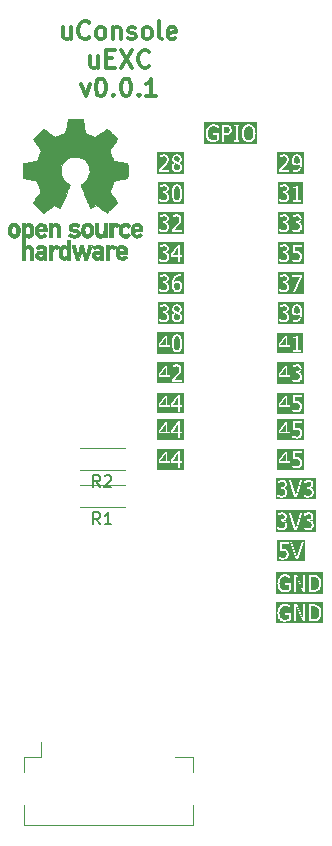
<source format=gto>
G04 #@! TF.GenerationSoftware,KiCad,Pcbnew,9.0.2*
G04 #@! TF.CreationDate,2025-06-24T15:08:32-04:00*
G04 #@! TF.ProjectId,uconsole-expansion-card-template,75636f6e-736f-46c6-952d-657870616e73,0.1*
G04 #@! TF.SameCoordinates,Original*
G04 #@! TF.FileFunction,Legend,Top*
G04 #@! TF.FilePolarity,Positive*
%FSLAX46Y46*%
G04 Gerber Fmt 4.6, Leading zero omitted, Abs format (unit mm)*
G04 Created by KiCad (PCBNEW 9.0.2) date 2025-06-24 15:08:32*
%MOMM*%
%LPD*%
G01*
G04 APERTURE LIST*
%ADD10C,0.203000*%
%ADD11C,0.300000*%
%ADD12C,0.150000*%
%ADD13C,0.010000*%
%ADD14C,0.120000*%
G04 APERTURE END LIST*
D10*
G36*
X113323232Y-89163221D02*
G01*
X113369506Y-89177183D01*
X113412439Y-89201512D01*
X113453615Y-89238939D01*
X113494079Y-89296665D01*
X113526932Y-89379043D01*
X113546107Y-89476775D01*
X113553579Y-89617818D01*
X113552313Y-89668196D01*
X113550229Y-89707977D01*
X113490077Y-89741644D01*
X113425331Y-89766433D01*
X113358666Y-89781616D01*
X113293733Y-89786585D01*
X113240108Y-89783944D01*
X113193844Y-89776509D01*
X113150699Y-89761502D01*
X113111372Y-89736728D01*
X113064925Y-89688830D01*
X113035599Y-89636058D01*
X113019291Y-89573625D01*
X113013121Y-89487356D01*
X113018034Y-89409182D01*
X113031788Y-89344147D01*
X113053407Y-89289941D01*
X113082641Y-89244759D01*
X113119658Y-89207694D01*
X113162704Y-89180955D01*
X113212965Y-89164292D01*
X113272073Y-89158421D01*
X113323232Y-89163221D01*
G37*
G36*
X113879853Y-90656188D02*
G01*
X111646049Y-90656188D01*
X111646049Y-90203507D01*
X111804105Y-90203507D01*
X111804105Y-90406757D01*
X111873100Y-90437901D01*
X111968081Y-90469469D01*
X112068838Y-90490960D01*
X112171358Y-90498132D01*
X112269430Y-90489760D01*
X112356547Y-90465647D01*
X112435967Y-90423983D01*
X112503627Y-90365151D01*
X112553101Y-90298732D01*
X112590192Y-90221487D01*
X112613122Y-90135907D01*
X112621008Y-90039952D01*
X112613931Y-89945408D01*
X112595179Y-89876918D01*
X112565370Y-89818471D01*
X112529381Y-89772079D01*
X112490466Y-89738807D01*
X112441922Y-89710409D01*
X112391310Y-89689231D01*
X112350369Y-89677924D01*
X112350369Y-89664287D01*
X112413266Y-89641659D01*
X112470231Y-89604586D01*
X112522309Y-89551979D01*
X112559087Y-89494739D01*
X112844083Y-89494739D01*
X112848545Y-89578423D01*
X112861173Y-89650452D01*
X112881151Y-89712581D01*
X112909795Y-89769524D01*
X112946343Y-89819316D01*
X112991461Y-89862586D01*
X113055158Y-89905472D01*
X113115913Y-89930423D01*
X113180002Y-89943244D01*
X113254656Y-89947795D01*
X113333469Y-89941812D01*
X113403671Y-89924603D01*
X113472011Y-89894789D01*
X113549411Y-89847125D01*
X113534507Y-89959820D01*
X113508821Y-90054900D01*
X113473318Y-90135090D01*
X113428234Y-90202552D01*
X113372669Y-90257609D01*
X113307440Y-90297526D01*
X113230637Y-90322524D01*
X113139657Y-90331363D01*
X113086935Y-90328094D01*
X113041405Y-90318856D01*
X112973150Y-90292451D01*
X112964814Y-90292451D01*
X112964814Y-90475983D01*
X113033069Y-90492834D01*
X113114722Y-90498132D01*
X113216434Y-90490954D01*
X113305183Y-90470521D01*
X113382829Y-90438026D01*
X113455121Y-90391983D01*
X113518117Y-90335261D01*
X113572708Y-90267348D01*
X113617579Y-90191658D01*
X113654998Y-90104573D01*
X113684730Y-90004600D01*
X113704871Y-89900956D01*
X113717439Y-89786948D01*
X113721797Y-89661421D01*
X113716901Y-89527409D01*
X113703550Y-89419742D01*
X113683464Y-89334137D01*
X113653453Y-89252884D01*
X113617066Y-89184417D01*
X113574420Y-89127152D01*
X113512313Y-89070417D01*
X113440292Y-89029696D01*
X113361372Y-89005529D01*
X113273785Y-88997211D01*
X113185833Y-89006167D01*
X113106784Y-89032211D01*
X113034919Y-89075053D01*
X112968982Y-89135664D01*
X112914702Y-89209379D01*
X112876073Y-89292432D01*
X112852341Y-89386680D01*
X112844647Y-89487356D01*
X112844083Y-89494739D01*
X112559087Y-89494739D01*
X112563136Y-89488438D01*
X112587080Y-89419578D01*
X112595179Y-89343257D01*
X112587163Y-89259552D01*
X112564364Y-89190038D01*
X112526914Y-89130073D01*
X112473630Y-89078164D01*
X112414970Y-89041797D01*
X112348657Y-89016494D01*
X112276734Y-89002347D01*
X112188850Y-88997211D01*
X112095963Y-89004210D01*
X111997706Y-89025875D01*
X111904461Y-89057668D01*
X111839908Y-89088587D01*
X111839908Y-89291836D01*
X111848244Y-89291836D01*
X111929991Y-89237671D01*
X112016463Y-89197421D01*
X112104843Y-89171990D01*
X112184681Y-89163980D01*
X112234866Y-89166529D01*
X112277053Y-89173622D01*
X112316647Y-89187104D01*
X112353719Y-89208278D01*
X112384215Y-89236966D01*
X112406938Y-89272293D01*
X112421165Y-89313724D01*
X112426142Y-89363321D01*
X112421109Y-89420285D01*
X112406820Y-89467858D01*
X112383631Y-89508023D01*
X112350741Y-89541990D01*
X112298015Y-89574533D01*
X112231839Y-89595518D01*
X112148879Y-89603139D01*
X112090598Y-89603139D01*
X112090598Y-89764349D01*
X112165552Y-89764349D01*
X112226048Y-89767243D01*
X112280477Y-89775553D01*
X112330796Y-89791946D01*
X112371210Y-89816898D01*
X112404313Y-89851172D01*
X112429864Y-89897156D01*
X112445384Y-89952219D01*
X112451151Y-90025968D01*
X112446035Y-90100843D01*
X112432394Y-90156343D01*
X112409155Y-90205089D01*
X112375379Y-90250671D01*
X112334378Y-90284878D01*
X112279583Y-90310951D01*
X112221009Y-90326465D01*
X112168008Y-90331363D01*
X112078641Y-90322539D01*
X111983117Y-90294969D01*
X111891855Y-90252928D01*
X111816610Y-90203507D01*
X111804105Y-90203507D01*
X111646049Y-90203507D01*
X111646049Y-88839155D01*
X113879853Y-88839155D01*
X113879853Y-90656188D01*
G37*
G36*
X112322903Y-102273323D02*
G01*
X111842438Y-102273323D01*
X112322903Y-101626224D01*
X112322903Y-102273323D01*
G37*
G36*
X113871517Y-103026188D02*
G01*
X111571095Y-103026188D01*
X111571095Y-102211045D01*
X111729151Y-102211045D01*
X111729151Y-102273323D01*
X111729151Y-102434533D01*
X112322903Y-102434533D01*
X112322903Y-102840338D01*
X112482786Y-102840338D01*
X112482786Y-102579066D01*
X112905714Y-102579066D01*
X112905714Y-102783706D01*
X112974834Y-102814898D01*
X113064777Y-102843378D01*
X113160125Y-102861866D01*
X113260462Y-102868132D01*
X113365558Y-102858544D01*
X113452424Y-102831738D01*
X113530046Y-102787112D01*
X113595187Y-102727508D01*
X113643826Y-102658109D01*
X113681827Y-102572291D01*
X113705521Y-102478134D01*
X113713461Y-102379204D01*
X113708941Y-102295269D01*
X113696350Y-102225585D01*
X113676765Y-102167789D01*
X113648929Y-102114818D01*
X113614668Y-102069110D01*
X113573527Y-102030031D01*
X113507245Y-101987267D01*
X113434486Y-101959675D01*
X113355491Y-101945106D01*
X113257931Y-101939785D01*
X113192951Y-101941783D01*
X113119709Y-101947602D01*
X113119709Y-101561775D01*
X113705124Y-101561775D01*
X113705124Y-101395006D01*
X112959008Y-101395006D01*
X112959008Y-102134349D01*
X113076017Y-102112113D01*
X113144661Y-102103820D01*
X113217142Y-102100995D01*
X113291799Y-102104963D01*
X113355736Y-102116108D01*
X113414218Y-102137238D01*
X113461133Y-102168224D01*
X113495844Y-102204314D01*
X113522317Y-102251087D01*
X113538520Y-102306492D01*
X113544424Y-102377814D01*
X113539483Y-102451955D01*
X113525666Y-102513314D01*
X113502342Y-102567873D01*
X113470288Y-102613636D01*
X113423778Y-102655228D01*
X113371665Y-102681907D01*
X113315495Y-102696472D01*
X113257112Y-102701363D01*
X113168987Y-102692634D01*
X113077208Y-102665664D01*
X112989688Y-102625191D01*
X112917400Y-102579066D01*
X112905714Y-102579066D01*
X112482786Y-102579066D01*
X112482786Y-102434533D01*
X112666858Y-102434533D01*
X112666858Y-102273323D01*
X112482786Y-102273323D01*
X112482786Y-101395006D01*
X112329602Y-101395006D01*
X111729151Y-102211045D01*
X111571095Y-102211045D01*
X111571095Y-101236950D01*
X113871517Y-101236950D01*
X113871517Y-103026188D01*
G37*
G36*
X103229454Y-87178400D02*
G01*
X103274139Y-87193279D01*
X103314456Y-87218616D01*
X103360241Y-87266600D01*
X103389783Y-87320328D01*
X103406477Y-87383335D01*
X103412708Y-87467988D01*
X103407764Y-87547813D01*
X103393997Y-87613508D01*
X103372485Y-87667596D01*
X103343560Y-87712061D01*
X103306842Y-87748370D01*
X103263866Y-87774666D01*
X103213398Y-87791113D01*
X103153756Y-87796922D01*
X103102680Y-87791898D01*
X103056695Y-87777292D01*
X103014259Y-87752333D01*
X102973925Y-87715362D01*
X102932556Y-87657201D01*
X102899344Y-87576822D01*
X102879978Y-87480783D01*
X102872324Y-87337526D01*
X102873143Y-87288190D01*
X102875599Y-87247366D01*
X102940008Y-87211865D01*
X103000498Y-87187955D01*
X103062853Y-87173698D01*
X103132096Y-87168759D01*
X103229454Y-87178400D01*
G37*
G36*
X103739801Y-88116188D02*
G01*
X101486049Y-88116188D01*
X101486049Y-87663507D01*
X101644105Y-87663507D01*
X101644105Y-87866757D01*
X101713100Y-87897901D01*
X101808081Y-87929469D01*
X101908838Y-87950960D01*
X102011358Y-87958132D01*
X102109430Y-87949760D01*
X102196547Y-87925647D01*
X102275967Y-87883983D01*
X102343627Y-87825151D01*
X102393101Y-87758732D01*
X102430192Y-87681487D01*
X102453122Y-87595907D01*
X102461008Y-87499952D01*
X102453931Y-87405408D01*
X102435179Y-87336918D01*
X102413251Y-87293923D01*
X102704106Y-87293923D01*
X102705770Y-87337526D01*
X102708858Y-87418432D01*
X102722161Y-87524286D01*
X102742811Y-87613998D01*
X102773400Y-87699324D01*
X102810244Y-87769729D01*
X102853121Y-87827236D01*
X102914946Y-87884208D01*
X102985537Y-87925213D01*
X103063272Y-87949626D01*
X103152118Y-87958132D01*
X103240452Y-87949132D01*
X103319656Y-87922982D01*
X103391485Y-87880005D01*
X103457219Y-87819245D01*
X103511381Y-87745256D01*
X103549895Y-87662155D01*
X103573530Y-87568123D01*
X103581745Y-87460605D01*
X103577245Y-87375550D01*
X103564581Y-87303276D01*
X103544678Y-87241807D01*
X103516081Y-87185470D01*
X103479541Y-87135983D01*
X103434368Y-87092757D01*
X103370128Y-87049092D01*
X103310735Y-87024486D01*
X103247896Y-87012057D01*
X103171247Y-87007549D01*
X103085222Y-87014348D01*
X103014268Y-87033259D01*
X102947111Y-87064164D01*
X102876493Y-87108218D01*
X102891779Y-86997814D01*
X102917983Y-86903661D01*
X102954285Y-86823297D01*
X103000572Y-86754790D01*
X103057277Y-86698442D01*
X103122553Y-86657940D01*
X103198079Y-86632802D01*
X103286172Y-86623980D01*
X103334880Y-86627121D01*
X103382339Y-86636488D01*
X103452679Y-86662893D01*
X103461015Y-86662893D01*
X103461015Y-86479360D01*
X103393504Y-86462075D01*
X103311107Y-86457211D01*
X103209515Y-86464524D01*
X103120185Y-86485417D01*
X103041362Y-86518794D01*
X102968044Y-86565842D01*
X102905387Y-86622756D01*
X102852302Y-86689906D01*
X102805643Y-86769909D01*
X102768058Y-86857508D01*
X102739461Y-86953610D01*
X102720411Y-87053315D01*
X102708345Y-87166215D01*
X102704106Y-87293923D01*
X102413251Y-87293923D01*
X102405370Y-87278471D01*
X102369381Y-87232079D01*
X102330466Y-87198807D01*
X102281922Y-87170409D01*
X102231310Y-87149231D01*
X102190369Y-87137924D01*
X102190369Y-87124287D01*
X102253266Y-87101659D01*
X102310231Y-87064586D01*
X102362309Y-87011979D01*
X102403136Y-86948438D01*
X102427080Y-86879578D01*
X102435179Y-86803257D01*
X102427163Y-86719552D01*
X102404364Y-86650038D01*
X102366914Y-86590073D01*
X102313630Y-86538164D01*
X102254970Y-86501797D01*
X102188657Y-86476494D01*
X102116734Y-86462347D01*
X102028850Y-86457211D01*
X101935963Y-86464210D01*
X101837706Y-86485875D01*
X101744461Y-86517668D01*
X101679908Y-86548587D01*
X101679908Y-86751836D01*
X101688244Y-86751836D01*
X101769991Y-86697671D01*
X101856463Y-86657421D01*
X101944843Y-86631990D01*
X102024681Y-86623980D01*
X102074866Y-86626529D01*
X102117053Y-86633622D01*
X102156647Y-86647104D01*
X102193719Y-86668278D01*
X102224215Y-86696966D01*
X102246938Y-86732293D01*
X102261165Y-86773724D01*
X102266142Y-86823321D01*
X102261109Y-86880285D01*
X102246820Y-86927858D01*
X102223631Y-86968023D01*
X102190741Y-87001990D01*
X102138015Y-87034533D01*
X102071839Y-87055518D01*
X101988879Y-87063139D01*
X101930598Y-87063139D01*
X101930598Y-87224349D01*
X102005552Y-87224349D01*
X102066048Y-87227243D01*
X102120477Y-87235553D01*
X102170796Y-87251946D01*
X102211210Y-87276898D01*
X102244313Y-87311172D01*
X102269864Y-87357156D01*
X102285384Y-87412219D01*
X102291151Y-87485968D01*
X102286035Y-87560843D01*
X102272394Y-87616343D01*
X102249155Y-87665089D01*
X102215379Y-87710671D01*
X102174378Y-87744878D01*
X102119583Y-87770951D01*
X102061009Y-87786465D01*
X102008008Y-87791363D01*
X101918641Y-87782539D01*
X101823117Y-87754969D01*
X101731855Y-87712928D01*
X101656610Y-87663507D01*
X101644105Y-87663507D01*
X101486049Y-87663507D01*
X101486049Y-86299155D01*
X103739801Y-86299155D01*
X103739801Y-88116188D01*
G37*
G36*
X103721491Y-83036188D02*
G01*
X101486049Y-83036188D01*
X101486049Y-82583507D01*
X101644105Y-82583507D01*
X101644105Y-82786757D01*
X101713100Y-82817901D01*
X101808081Y-82849469D01*
X101908838Y-82870960D01*
X102011358Y-82878132D01*
X102109430Y-82869760D01*
X102196547Y-82845647D01*
X102275967Y-82803983D01*
X102343627Y-82745151D01*
X102393101Y-82678732D01*
X102408504Y-82646653D01*
X102724054Y-82646653D01*
X102724054Y-82850338D01*
X103563435Y-82850338D01*
X103563435Y-82683568D01*
X102896441Y-82683568D01*
X103073815Y-82506811D01*
X103257813Y-82309728D01*
X103363954Y-82181003D01*
X103405298Y-82121766D01*
X103440174Y-82062788D01*
X103470947Y-81996945D01*
X103493021Y-81927810D01*
X103506360Y-81854784D01*
X103510960Y-81774243D01*
X103503757Y-81684902D01*
X103483167Y-81608326D01*
X103449733Y-81542000D01*
X103402660Y-81484221D01*
X103346567Y-81439406D01*
X103279547Y-81406066D01*
X103199479Y-81384804D01*
X103103737Y-81377211D01*
X103010905Y-81384104D01*
X102912667Y-81405440D01*
X102819428Y-81436827D01*
X102754869Y-81467631D01*
X102754869Y-81671836D01*
X102763206Y-81671836D01*
X102849288Y-81614794D01*
X102935592Y-81575510D01*
X103022811Y-81551470D01*
X103099643Y-81543980D01*
X103173836Y-81551882D01*
X103231921Y-81573590D01*
X103277389Y-81607474D01*
X103312291Y-81654265D01*
X103333570Y-81711771D01*
X103341104Y-81783276D01*
X103334551Y-81863316D01*
X103315006Y-81939279D01*
X103281929Y-82012497D01*
X103207331Y-82124301D01*
X103062947Y-82298784D01*
X102899344Y-82472241D01*
X102724054Y-82646653D01*
X102408504Y-82646653D01*
X102430192Y-82601487D01*
X102453122Y-82515907D01*
X102461008Y-82419952D01*
X102453931Y-82325408D01*
X102435179Y-82256918D01*
X102405370Y-82198471D01*
X102369381Y-82152079D01*
X102330466Y-82118807D01*
X102281922Y-82090409D01*
X102231310Y-82069231D01*
X102190369Y-82057924D01*
X102190369Y-82044287D01*
X102253266Y-82021659D01*
X102310231Y-81984586D01*
X102362309Y-81931979D01*
X102403136Y-81868438D01*
X102427080Y-81799578D01*
X102435179Y-81723257D01*
X102427163Y-81639552D01*
X102404364Y-81570038D01*
X102366914Y-81510073D01*
X102313630Y-81458164D01*
X102254970Y-81421797D01*
X102188657Y-81396494D01*
X102116734Y-81382347D01*
X102028850Y-81377211D01*
X101935963Y-81384210D01*
X101837706Y-81405875D01*
X101744461Y-81437668D01*
X101679908Y-81468587D01*
X101679908Y-81671836D01*
X101688244Y-81671836D01*
X101769991Y-81617671D01*
X101856463Y-81577421D01*
X101944843Y-81551990D01*
X102024681Y-81543980D01*
X102074866Y-81546529D01*
X102117053Y-81553622D01*
X102156647Y-81567104D01*
X102193719Y-81588278D01*
X102224215Y-81616966D01*
X102246938Y-81652293D01*
X102261165Y-81693724D01*
X102266142Y-81743321D01*
X102261109Y-81800285D01*
X102246820Y-81847858D01*
X102223631Y-81888023D01*
X102190741Y-81921990D01*
X102138015Y-81954533D01*
X102071839Y-81975518D01*
X101988879Y-81983139D01*
X101930598Y-81983139D01*
X101930598Y-82144349D01*
X102005552Y-82144349D01*
X102066048Y-82147243D01*
X102120477Y-82155553D01*
X102170796Y-82171946D01*
X102211210Y-82196898D01*
X102244313Y-82231172D01*
X102269864Y-82277156D01*
X102285384Y-82332219D01*
X102291151Y-82405968D01*
X102286035Y-82480843D01*
X102272394Y-82536343D01*
X102249155Y-82585089D01*
X102215379Y-82630671D01*
X102174378Y-82664878D01*
X102119583Y-82690951D01*
X102061009Y-82706465D01*
X102008008Y-82711363D01*
X101918641Y-82702539D01*
X101823117Y-82674969D01*
X101731855Y-82632928D01*
X101656610Y-82583507D01*
X101644105Y-82583507D01*
X101486049Y-82583507D01*
X101486049Y-81219155D01*
X103721491Y-81219155D01*
X103721491Y-83036188D01*
G37*
G36*
X113323232Y-76463221D02*
G01*
X113369506Y-76477183D01*
X113412439Y-76501512D01*
X113453615Y-76538939D01*
X113494079Y-76596665D01*
X113526932Y-76679043D01*
X113546107Y-76776775D01*
X113553579Y-76917818D01*
X113552313Y-76968196D01*
X113550229Y-77007977D01*
X113490077Y-77041644D01*
X113425331Y-77066433D01*
X113358666Y-77081616D01*
X113293733Y-77086585D01*
X113240108Y-77083944D01*
X113193844Y-77076509D01*
X113150699Y-77061502D01*
X113111372Y-77036728D01*
X113064925Y-76988830D01*
X113035599Y-76936058D01*
X113019291Y-76873625D01*
X113013121Y-76787356D01*
X113018034Y-76709182D01*
X113031788Y-76644147D01*
X113053407Y-76589941D01*
X113082641Y-76544759D01*
X113119658Y-76507694D01*
X113162704Y-76480955D01*
X113212965Y-76464292D01*
X113272073Y-76458421D01*
X113323232Y-76463221D01*
G37*
G36*
X113879853Y-77956188D02*
G01*
X111641062Y-77956188D01*
X111641062Y-77566653D01*
X111799118Y-77566653D01*
X111799118Y-77770338D01*
X112638499Y-77770338D01*
X112638499Y-77603568D01*
X111971505Y-77603568D01*
X112148879Y-77426811D01*
X112332877Y-77229728D01*
X112439019Y-77101003D01*
X112480362Y-77041766D01*
X112515238Y-76982788D01*
X112546012Y-76916945D01*
X112568086Y-76847810D01*
X112577780Y-76794739D01*
X112844083Y-76794739D01*
X112848545Y-76878423D01*
X112861173Y-76950452D01*
X112881151Y-77012581D01*
X112909795Y-77069524D01*
X112946343Y-77119316D01*
X112991461Y-77162586D01*
X113055158Y-77205472D01*
X113115913Y-77230423D01*
X113180002Y-77243244D01*
X113254656Y-77247795D01*
X113333469Y-77241812D01*
X113403671Y-77224603D01*
X113472011Y-77194789D01*
X113549411Y-77147125D01*
X113534507Y-77259820D01*
X113508821Y-77354900D01*
X113473318Y-77435090D01*
X113428234Y-77502552D01*
X113372669Y-77557609D01*
X113307440Y-77597526D01*
X113230637Y-77622524D01*
X113139657Y-77631363D01*
X113086935Y-77628094D01*
X113041405Y-77618856D01*
X112973150Y-77592451D01*
X112964814Y-77592451D01*
X112964814Y-77775983D01*
X113033069Y-77792834D01*
X113114722Y-77798132D01*
X113216434Y-77790954D01*
X113305183Y-77770521D01*
X113382829Y-77738026D01*
X113455121Y-77691983D01*
X113518117Y-77635261D01*
X113572708Y-77567348D01*
X113617579Y-77491658D01*
X113654998Y-77404573D01*
X113684730Y-77304600D01*
X113704871Y-77200956D01*
X113717439Y-77086948D01*
X113721797Y-76961421D01*
X113716901Y-76827409D01*
X113703550Y-76719742D01*
X113683464Y-76634137D01*
X113653453Y-76552884D01*
X113617066Y-76484417D01*
X113574420Y-76427152D01*
X113512313Y-76370417D01*
X113440292Y-76329696D01*
X113361372Y-76305529D01*
X113273785Y-76297211D01*
X113185833Y-76306167D01*
X113106784Y-76332211D01*
X113034919Y-76375053D01*
X112968982Y-76435664D01*
X112914702Y-76509379D01*
X112876073Y-76592432D01*
X112852341Y-76686680D01*
X112844647Y-76787356D01*
X112844083Y-76794739D01*
X112577780Y-76794739D01*
X112581425Y-76774784D01*
X112586024Y-76694243D01*
X112578821Y-76604902D01*
X112558232Y-76528326D01*
X112524797Y-76462000D01*
X112477724Y-76404221D01*
X112421631Y-76359406D01*
X112354611Y-76326066D01*
X112274543Y-76304804D01*
X112178801Y-76297211D01*
X112085970Y-76304104D01*
X111987732Y-76325440D01*
X111894492Y-76356827D01*
X111829934Y-76387631D01*
X111829934Y-76591836D01*
X111838270Y-76591836D01*
X111924352Y-76534794D01*
X112010657Y-76495510D01*
X112097876Y-76471470D01*
X112174707Y-76463980D01*
X112248900Y-76471882D01*
X112306985Y-76493590D01*
X112352453Y-76527474D01*
X112387355Y-76574265D01*
X112408634Y-76631771D01*
X112416168Y-76703276D01*
X112409615Y-76783316D01*
X112390071Y-76859279D01*
X112356994Y-76932497D01*
X112282395Y-77044301D01*
X112138012Y-77218784D01*
X111974408Y-77392241D01*
X111799118Y-77566653D01*
X111641062Y-77566653D01*
X111641062Y-76139155D01*
X113879853Y-76139155D01*
X113879853Y-77956188D01*
G37*
G36*
X114011748Y-110776188D02*
G01*
X111622230Y-110776188D01*
X111622230Y-110329066D01*
X111780286Y-110329066D01*
X111780286Y-110533706D01*
X111849407Y-110564898D01*
X111939350Y-110593378D01*
X112034697Y-110611866D01*
X112135034Y-110618132D01*
X112240131Y-110608544D01*
X112326997Y-110581738D01*
X112404619Y-110537112D01*
X112469759Y-110477508D01*
X112518399Y-110408109D01*
X112556399Y-110322291D01*
X112580093Y-110228134D01*
X112588033Y-110129204D01*
X112583513Y-110045269D01*
X112570923Y-109975585D01*
X112551338Y-109917789D01*
X112523502Y-109864818D01*
X112489240Y-109819110D01*
X112448099Y-109780031D01*
X112381817Y-109737267D01*
X112309058Y-109709675D01*
X112230063Y-109695106D01*
X112132503Y-109689785D01*
X112067523Y-109691783D01*
X111994281Y-109697602D01*
X111994281Y-109311775D01*
X112579697Y-109311775D01*
X112579697Y-109145006D01*
X112731168Y-109145006D01*
X113182530Y-110590338D01*
X113402330Y-110590338D01*
X113853692Y-109145006D01*
X113685474Y-109145006D01*
X113296561Y-110416620D01*
X112907723Y-109145006D01*
X112731168Y-109145006D01*
X112579697Y-109145006D01*
X111833580Y-109145006D01*
X111833580Y-109884349D01*
X111950589Y-109862113D01*
X112019234Y-109853820D01*
X112091714Y-109850995D01*
X112166371Y-109854963D01*
X112230308Y-109866108D01*
X112288791Y-109887238D01*
X112335705Y-109918224D01*
X112370417Y-109954314D01*
X112396889Y-110001087D01*
X112413093Y-110056492D01*
X112418996Y-110127814D01*
X112414056Y-110201955D01*
X112400239Y-110263314D01*
X112376915Y-110317873D01*
X112344861Y-110363636D01*
X112298351Y-110405228D01*
X112246237Y-110431907D01*
X112190067Y-110446472D01*
X112131685Y-110451363D01*
X112043559Y-110442634D01*
X111951780Y-110415664D01*
X111864261Y-110375191D01*
X111791972Y-110329066D01*
X111780286Y-110329066D01*
X111622230Y-110329066D01*
X111622230Y-108986950D01*
X114011748Y-108986950D01*
X114011748Y-110776188D01*
G37*
G36*
X112322903Y-99773323D02*
G01*
X111842438Y-99773323D01*
X112322903Y-99126224D01*
X112322903Y-99773323D01*
G37*
G36*
X113871517Y-100526188D02*
G01*
X111571095Y-100526188D01*
X111571095Y-99711045D01*
X111729151Y-99711045D01*
X111729151Y-99773323D01*
X111729151Y-99934533D01*
X112322903Y-99934533D01*
X112322903Y-100340338D01*
X112482786Y-100340338D01*
X112482786Y-100079066D01*
X112905714Y-100079066D01*
X112905714Y-100283706D01*
X112974834Y-100314898D01*
X113064777Y-100343378D01*
X113160125Y-100361866D01*
X113260462Y-100368132D01*
X113365558Y-100358544D01*
X113452424Y-100331738D01*
X113530046Y-100287112D01*
X113595187Y-100227508D01*
X113643826Y-100158109D01*
X113681827Y-100072291D01*
X113705521Y-99978134D01*
X113713461Y-99879204D01*
X113708941Y-99795269D01*
X113696350Y-99725585D01*
X113676765Y-99667789D01*
X113648929Y-99614818D01*
X113614668Y-99569110D01*
X113573527Y-99530031D01*
X113507245Y-99487267D01*
X113434486Y-99459675D01*
X113355491Y-99445106D01*
X113257931Y-99439785D01*
X113192951Y-99441783D01*
X113119709Y-99447602D01*
X113119709Y-99061775D01*
X113705124Y-99061775D01*
X113705124Y-98895006D01*
X112959008Y-98895006D01*
X112959008Y-99634349D01*
X113076017Y-99612113D01*
X113144661Y-99603820D01*
X113217142Y-99600995D01*
X113291799Y-99604963D01*
X113355736Y-99616108D01*
X113414218Y-99637238D01*
X113461133Y-99668224D01*
X113495844Y-99704314D01*
X113522317Y-99751087D01*
X113538520Y-99806492D01*
X113544424Y-99877814D01*
X113539483Y-99951955D01*
X113525666Y-100013314D01*
X113502342Y-100067873D01*
X113470288Y-100113636D01*
X113423778Y-100155228D01*
X113371665Y-100181907D01*
X113315495Y-100196472D01*
X113257112Y-100201363D01*
X113168987Y-100192634D01*
X113077208Y-100165664D01*
X112989688Y-100125191D01*
X112917400Y-100079066D01*
X112905714Y-100079066D01*
X112482786Y-100079066D01*
X112482786Y-99934533D01*
X112666858Y-99934533D01*
X112666858Y-99773323D01*
X112482786Y-99773323D01*
X112482786Y-98895006D01*
X112329602Y-98895006D01*
X111729151Y-99711045D01*
X111571095Y-99711045D01*
X111571095Y-98736950D01*
X113871517Y-98736950D01*
X113871517Y-100526188D01*
G37*
G36*
X113871517Y-85576188D02*
G01*
X111646049Y-85576188D01*
X111646049Y-85123507D01*
X111804105Y-85123507D01*
X111804105Y-85326757D01*
X111873100Y-85357901D01*
X111968081Y-85389469D01*
X112068838Y-85410960D01*
X112171358Y-85418132D01*
X112269430Y-85409760D01*
X112356547Y-85385647D01*
X112435967Y-85343983D01*
X112503627Y-85285151D01*
X112553101Y-85218732D01*
X112590192Y-85141487D01*
X112593520Y-85129066D01*
X112905714Y-85129066D01*
X112905714Y-85333706D01*
X112974834Y-85364898D01*
X113064777Y-85393378D01*
X113160125Y-85411866D01*
X113260462Y-85418132D01*
X113365558Y-85408544D01*
X113452424Y-85381738D01*
X113530046Y-85337112D01*
X113595187Y-85277508D01*
X113643826Y-85208109D01*
X113681827Y-85122291D01*
X113705521Y-85028134D01*
X113713461Y-84929204D01*
X113708941Y-84845269D01*
X113696350Y-84775585D01*
X113676765Y-84717789D01*
X113648929Y-84664818D01*
X113614668Y-84619110D01*
X113573527Y-84580031D01*
X113507245Y-84537267D01*
X113434486Y-84509675D01*
X113355491Y-84495106D01*
X113257931Y-84489785D01*
X113192951Y-84491783D01*
X113119709Y-84497602D01*
X113119709Y-84111775D01*
X113705124Y-84111775D01*
X113705124Y-83945006D01*
X112959008Y-83945006D01*
X112959008Y-84684349D01*
X113076017Y-84662113D01*
X113144661Y-84653820D01*
X113217142Y-84650995D01*
X113291799Y-84654963D01*
X113355736Y-84666108D01*
X113414218Y-84687238D01*
X113461133Y-84718224D01*
X113495844Y-84754314D01*
X113522317Y-84801087D01*
X113538520Y-84856492D01*
X113544424Y-84927814D01*
X113539483Y-85001955D01*
X113525666Y-85063314D01*
X113502342Y-85117873D01*
X113470288Y-85163636D01*
X113423778Y-85205228D01*
X113371665Y-85231907D01*
X113315495Y-85246472D01*
X113257112Y-85251363D01*
X113168987Y-85242634D01*
X113077208Y-85215664D01*
X112989688Y-85175191D01*
X112917400Y-85129066D01*
X112905714Y-85129066D01*
X112593520Y-85129066D01*
X112613122Y-85055907D01*
X112621008Y-84959952D01*
X112613931Y-84865408D01*
X112595179Y-84796918D01*
X112565370Y-84738471D01*
X112529381Y-84692079D01*
X112490466Y-84658807D01*
X112441922Y-84630409D01*
X112391310Y-84609231D01*
X112350369Y-84597924D01*
X112350369Y-84584287D01*
X112413266Y-84561659D01*
X112470231Y-84524586D01*
X112522309Y-84471979D01*
X112563136Y-84408438D01*
X112587080Y-84339578D01*
X112595179Y-84263257D01*
X112587163Y-84179552D01*
X112564364Y-84110038D01*
X112526914Y-84050073D01*
X112473630Y-83998164D01*
X112414970Y-83961797D01*
X112348657Y-83936494D01*
X112276734Y-83922347D01*
X112188850Y-83917211D01*
X112095963Y-83924210D01*
X111997706Y-83945875D01*
X111904461Y-83977668D01*
X111839908Y-84008587D01*
X111839908Y-84211836D01*
X111848244Y-84211836D01*
X111929991Y-84157671D01*
X112016463Y-84117421D01*
X112104843Y-84091990D01*
X112184681Y-84083980D01*
X112234866Y-84086529D01*
X112277053Y-84093622D01*
X112316647Y-84107104D01*
X112353719Y-84128278D01*
X112384215Y-84156966D01*
X112406938Y-84192293D01*
X112421165Y-84233724D01*
X112426142Y-84283321D01*
X112421109Y-84340285D01*
X112406820Y-84387858D01*
X112383631Y-84428023D01*
X112350741Y-84461990D01*
X112298015Y-84494533D01*
X112231839Y-84515518D01*
X112148879Y-84523139D01*
X112090598Y-84523139D01*
X112090598Y-84684349D01*
X112165552Y-84684349D01*
X112226048Y-84687243D01*
X112280477Y-84695553D01*
X112330796Y-84711946D01*
X112371210Y-84736898D01*
X112404313Y-84771172D01*
X112429864Y-84817156D01*
X112445384Y-84872219D01*
X112451151Y-84945968D01*
X112446035Y-85020843D01*
X112432394Y-85076343D01*
X112409155Y-85125089D01*
X112375379Y-85170671D01*
X112334378Y-85204878D01*
X112279583Y-85230951D01*
X112221009Y-85246465D01*
X112168008Y-85251363D01*
X112078641Y-85242539D01*
X111983117Y-85214969D01*
X111891855Y-85172928D01*
X111816610Y-85123507D01*
X111804105Y-85123507D01*
X111646049Y-85123507D01*
X111646049Y-83759155D01*
X113871517Y-83759155D01*
X113871517Y-85576188D01*
G37*
G36*
X112322903Y-92443323D02*
G01*
X111842438Y-92443323D01*
X112322903Y-91796224D01*
X112322903Y-92443323D01*
G37*
G36*
X113810705Y-93168394D02*
G01*
X111571095Y-93168394D01*
X111571095Y-92381045D01*
X111729151Y-92381045D01*
X111729151Y-92443323D01*
X111729151Y-92604533D01*
X112322903Y-92604533D01*
X112322903Y-93010338D01*
X112482786Y-93010338D01*
X112482786Y-92604533D01*
X112666858Y-92604533D01*
X112666858Y-92443323D01*
X112482786Y-92443323D01*
X112482786Y-91765129D01*
X112981487Y-91765129D01*
X112981487Y-91898544D01*
X113239620Y-91898544D01*
X113239620Y-92860245D01*
X112981487Y-92860245D01*
X112981487Y-93010338D01*
X113652649Y-93010338D01*
X113652649Y-92860245D01*
X113399502Y-92860245D01*
X113399502Y-91565006D01*
X113270436Y-91565006D01*
X113261848Y-91623284D01*
X113244980Y-91664633D01*
X113219331Y-91697952D01*
X113184689Y-91725695D01*
X113149851Y-91741550D01*
X113093881Y-91755053D01*
X112981487Y-91765129D01*
X112482786Y-91765129D01*
X112482786Y-91565006D01*
X112329602Y-91565006D01*
X111729151Y-92381045D01*
X111571095Y-92381045D01*
X111571095Y-91406950D01*
X113810705Y-91406950D01*
X113810705Y-93168394D01*
G37*
G36*
X114739128Y-114566886D02*
G01*
X114825578Y-114580623D01*
X114905728Y-114606849D01*
X114981292Y-114647852D01*
X115043436Y-114698373D01*
X115093572Y-114759038D01*
X115132837Y-114830777D01*
X115160115Y-114910340D01*
X115177487Y-115004542D01*
X115183675Y-115116195D01*
X115177969Y-115227605D01*
X115162091Y-115320131D01*
X115137452Y-115396836D01*
X115101568Y-115466709D01*
X115055648Y-115526724D01*
X114998783Y-115577763D01*
X114921340Y-115624080D01*
X114835998Y-115653244D01*
X114743528Y-115668109D01*
X114628256Y-115673568D01*
X114473361Y-115673568D01*
X114473361Y-114561775D01*
X114628256Y-114561775D01*
X114739128Y-114566886D01*
G37*
G36*
X115514043Y-116026188D02*
G01*
X111481045Y-116026188D01*
X111481045Y-115115240D01*
X111639101Y-115115240D01*
X111644693Y-115240731D01*
X111660576Y-115350316D01*
X111685696Y-115446085D01*
X111721857Y-115536549D01*
X111765972Y-115614617D01*
X111818112Y-115681646D01*
X111877903Y-115737959D01*
X111946107Y-115784559D01*
X112023771Y-115821489D01*
X112105176Y-115846972D01*
X112193441Y-115862714D01*
X112289422Y-115868132D01*
X112402248Y-115858322D01*
X112472936Y-115840338D01*
X113033008Y-115840338D01*
X113187010Y-115840338D01*
X113187010Y-114547443D01*
X113774956Y-115840338D01*
X113978977Y-115840338D01*
X113978977Y-115673568D01*
X114308492Y-115673568D01*
X114308492Y-115840338D01*
X114621557Y-115840338D01*
X114784046Y-115832687D01*
X114896736Y-115813151D01*
X114997155Y-115777095D01*
X115086168Y-115724815D01*
X115161634Y-115658729D01*
X115226825Y-115576516D01*
X115282299Y-115476312D01*
X115322876Y-115366703D01*
X115347546Y-115248281D01*
X115355987Y-115119148D01*
X115347577Y-114980739D01*
X115323592Y-114860358D01*
X115285202Y-114755123D01*
X115231663Y-114659437D01*
X115166206Y-114577986D01*
X115087880Y-114509573D01*
X115008257Y-114463143D01*
X114906710Y-114425580D01*
X114790434Y-114403679D01*
X114618207Y-114395006D01*
X114308492Y-114395006D01*
X114308492Y-115673568D01*
X113978977Y-115673568D01*
X113978977Y-114395006D01*
X113824900Y-114395006D01*
X113824900Y-115575331D01*
X113288611Y-114395006D01*
X113033008Y-114395006D01*
X113033008Y-115840338D01*
X112472936Y-115840338D01*
X112522100Y-115827830D01*
X112639385Y-115783253D01*
X112744059Y-115733067D01*
X112744059Y-115112113D01*
X112248633Y-115112113D01*
X112248633Y-115284441D01*
X112580902Y-115284441D01*
X112580902Y-115635872D01*
X112518067Y-115661454D01*
X112441414Y-115683123D01*
X112361671Y-115696817D01*
X112281904Y-115701363D01*
X112194407Y-115694522D01*
X112117649Y-115674962D01*
X112050010Y-115643626D01*
X111990160Y-115600757D01*
X111937131Y-115545886D01*
X111893345Y-115481836D01*
X111858538Y-115407926D01*
X111832696Y-115322688D01*
X111816359Y-115224242D01*
X111810594Y-115110376D01*
X111819006Y-114978135D01*
X111842753Y-114866072D01*
X111880423Y-114770743D01*
X111931771Y-114689458D01*
X111982842Y-114634276D01*
X112040239Y-114591390D01*
X112104852Y-114560179D01*
X112177940Y-114540759D01*
X112261063Y-114533980D01*
X112350907Y-114539095D01*
X112426379Y-114553350D01*
X112496887Y-114575753D01*
X112556711Y-114601991D01*
X112653325Y-114663487D01*
X112728279Y-114722985D01*
X112743240Y-114722985D01*
X112743240Y-114496370D01*
X112616667Y-114434835D01*
X112505501Y-114396656D01*
X112395439Y-114374452D01*
X112289422Y-114367211D01*
X112167067Y-114376177D01*
X112060291Y-114401720D01*
X111966822Y-114442414D01*
X111884765Y-114497689D01*
X111812679Y-114567855D01*
X111751739Y-114651380D01*
X111703898Y-114746029D01*
X111668786Y-114853397D01*
X111646803Y-114975612D01*
X111639101Y-115115240D01*
X111481045Y-115115240D01*
X111481045Y-114209155D01*
X115514043Y-114209155D01*
X115514043Y-116026188D01*
G37*
G36*
X113884840Y-88116188D02*
G01*
X111646049Y-88116188D01*
X111646049Y-87663507D01*
X111804105Y-87663507D01*
X111804105Y-87866757D01*
X111873100Y-87897901D01*
X111968081Y-87929469D01*
X112068838Y-87950960D01*
X112171358Y-87958132D01*
X112269430Y-87949760D01*
X112356547Y-87925647D01*
X112435967Y-87883983D01*
X112503627Y-87825151D01*
X112553101Y-87758732D01*
X112590192Y-87681487D01*
X112613122Y-87595907D01*
X112621008Y-87499952D01*
X112613931Y-87405408D01*
X112595179Y-87336918D01*
X112565370Y-87278471D01*
X112529381Y-87232079D01*
X112490466Y-87198807D01*
X112441922Y-87170409D01*
X112391310Y-87149231D01*
X112350369Y-87137924D01*
X112350369Y-87124287D01*
X112413266Y-87101659D01*
X112470231Y-87064586D01*
X112522309Y-87011979D01*
X112563136Y-86948438D01*
X112587080Y-86879578D01*
X112595179Y-86803257D01*
X112587163Y-86719552D01*
X112564934Y-86651775D01*
X112878248Y-86651775D01*
X113584394Y-86651775D01*
X112987292Y-87930338D01*
X113165485Y-87930338D01*
X113726784Y-86696247D01*
X113726784Y-86485006D01*
X112878248Y-86485006D01*
X112878248Y-86651775D01*
X112564934Y-86651775D01*
X112564364Y-86650038D01*
X112526914Y-86590073D01*
X112473630Y-86538164D01*
X112414970Y-86501797D01*
X112348657Y-86476494D01*
X112276734Y-86462347D01*
X112188850Y-86457211D01*
X112095963Y-86464210D01*
X111997706Y-86485875D01*
X111904461Y-86517668D01*
X111839908Y-86548587D01*
X111839908Y-86751836D01*
X111848244Y-86751836D01*
X111929991Y-86697671D01*
X112016463Y-86657421D01*
X112104843Y-86631990D01*
X112184681Y-86623980D01*
X112234866Y-86626529D01*
X112277053Y-86633622D01*
X112316647Y-86647104D01*
X112353719Y-86668278D01*
X112384215Y-86696966D01*
X112406938Y-86732293D01*
X112421165Y-86773724D01*
X112426142Y-86823321D01*
X112421109Y-86880285D01*
X112406820Y-86927858D01*
X112383631Y-86968023D01*
X112350741Y-87001990D01*
X112298015Y-87034533D01*
X112231839Y-87055518D01*
X112148879Y-87063139D01*
X112090598Y-87063139D01*
X112090598Y-87224349D01*
X112165552Y-87224349D01*
X112226048Y-87227243D01*
X112280477Y-87235553D01*
X112330796Y-87251946D01*
X112371210Y-87276898D01*
X112404313Y-87311172D01*
X112429864Y-87357156D01*
X112445384Y-87412219D01*
X112451151Y-87485968D01*
X112446035Y-87560843D01*
X112432394Y-87616343D01*
X112409155Y-87665089D01*
X112375379Y-87710671D01*
X112334378Y-87744878D01*
X112279583Y-87770951D01*
X112221009Y-87786465D01*
X112168008Y-87791363D01*
X112078641Y-87782539D01*
X111983117Y-87754969D01*
X111891855Y-87712928D01*
X111816610Y-87663507D01*
X111804105Y-87663507D01*
X111646049Y-87663507D01*
X111646049Y-86299155D01*
X113884840Y-86299155D01*
X113884840Y-88116188D01*
G37*
G36*
X112322903Y-94983323D02*
G01*
X111842438Y-94983323D01*
X112322903Y-94336224D01*
X112322903Y-94983323D01*
G37*
G36*
X113863999Y-95736188D02*
G01*
X111571095Y-95736188D01*
X111571095Y-94921045D01*
X111729151Y-94921045D01*
X111729151Y-94983323D01*
X111729151Y-95144533D01*
X112322903Y-95144533D01*
X112322903Y-95550338D01*
X112482786Y-95550338D01*
X112482786Y-95283507D01*
X112889041Y-95283507D01*
X112889041Y-95486757D01*
X112958036Y-95517901D01*
X113053017Y-95549469D01*
X113153773Y-95570960D01*
X113256293Y-95578132D01*
X113354365Y-95569760D01*
X113441483Y-95545647D01*
X113520902Y-95503983D01*
X113588562Y-95445151D01*
X113638036Y-95378732D01*
X113675128Y-95301487D01*
X113698058Y-95215907D01*
X113705943Y-95119952D01*
X113698867Y-95025408D01*
X113680115Y-94956918D01*
X113650306Y-94898471D01*
X113614316Y-94852079D01*
X113575402Y-94818807D01*
X113526857Y-94790409D01*
X113476245Y-94769231D01*
X113435305Y-94757924D01*
X113435305Y-94744287D01*
X113498202Y-94721659D01*
X113555167Y-94684586D01*
X113607245Y-94631979D01*
X113648071Y-94568438D01*
X113672016Y-94499578D01*
X113680115Y-94423257D01*
X113672099Y-94339552D01*
X113649300Y-94270038D01*
X113611850Y-94210073D01*
X113558566Y-94158164D01*
X113499905Y-94121797D01*
X113433593Y-94096494D01*
X113361670Y-94082347D01*
X113273785Y-94077211D01*
X113180899Y-94084210D01*
X113082641Y-94105875D01*
X112989397Y-94137668D01*
X112924843Y-94168587D01*
X112924843Y-94371836D01*
X112933180Y-94371836D01*
X113014927Y-94317671D01*
X113101398Y-94277421D01*
X113189779Y-94251990D01*
X113269617Y-94243980D01*
X113319802Y-94246529D01*
X113361988Y-94253622D01*
X113401582Y-94267104D01*
X113438654Y-94288278D01*
X113469150Y-94316966D01*
X113491874Y-94352293D01*
X113506100Y-94393724D01*
X113511078Y-94443321D01*
X113506044Y-94500285D01*
X113491755Y-94547858D01*
X113468567Y-94588023D01*
X113435677Y-94621990D01*
X113382951Y-94654533D01*
X113316775Y-94675518D01*
X113233815Y-94683139D01*
X113175534Y-94683139D01*
X113175534Y-94844349D01*
X113250488Y-94844349D01*
X113310984Y-94847243D01*
X113365412Y-94855553D01*
X113415731Y-94871946D01*
X113456146Y-94896898D01*
X113489249Y-94931172D01*
X113514799Y-94977156D01*
X113530319Y-95032219D01*
X113536087Y-95105968D01*
X113530970Y-95180843D01*
X113517330Y-95236343D01*
X113494090Y-95285089D01*
X113460314Y-95330671D01*
X113419314Y-95364878D01*
X113364519Y-95390951D01*
X113305945Y-95406465D01*
X113252944Y-95411363D01*
X113163577Y-95402539D01*
X113068052Y-95374969D01*
X112976791Y-95332928D01*
X112901546Y-95283507D01*
X112889041Y-95283507D01*
X112482786Y-95283507D01*
X112482786Y-95144533D01*
X112666858Y-95144533D01*
X112666858Y-94983323D01*
X112482786Y-94983323D01*
X112482786Y-94105006D01*
X112329602Y-94105006D01*
X111729151Y-94921045D01*
X111571095Y-94921045D01*
X111571095Y-93919155D01*
X113863999Y-93919155D01*
X113863999Y-95736188D01*
G37*
G36*
X114864853Y-108276188D02*
G01*
X111480984Y-108276188D01*
X111480984Y-107823507D01*
X111639040Y-107823507D01*
X111639040Y-108026757D01*
X111708035Y-108057901D01*
X111803016Y-108089469D01*
X111903773Y-108110960D01*
X112006293Y-108118132D01*
X112104365Y-108109760D01*
X112191482Y-108085647D01*
X112270902Y-108043983D01*
X112338562Y-107985151D01*
X112388036Y-107918732D01*
X112425127Y-107841487D01*
X112448057Y-107755907D01*
X112455943Y-107659952D01*
X112448866Y-107565408D01*
X112430114Y-107496918D01*
X112400305Y-107438471D01*
X112364316Y-107392079D01*
X112325401Y-107358807D01*
X112276857Y-107330409D01*
X112226245Y-107309231D01*
X112185304Y-107297924D01*
X112185304Y-107284287D01*
X112248201Y-107261659D01*
X112305166Y-107224586D01*
X112357244Y-107171979D01*
X112398071Y-107108438D01*
X112422015Y-107039578D01*
X112430114Y-106963257D01*
X112422098Y-106879552D01*
X112399299Y-106810038D01*
X112361849Y-106750073D01*
X112308565Y-106698164D01*
X112249905Y-106661797D01*
X112205900Y-106645006D01*
X112606595Y-106645006D01*
X113057957Y-108090338D01*
X113277757Y-108090338D01*
X113361086Y-107823507D01*
X113889895Y-107823507D01*
X113889895Y-108026757D01*
X113958889Y-108057901D01*
X114053870Y-108089469D01*
X114154627Y-108110960D01*
X114257147Y-108118132D01*
X114355219Y-108109760D01*
X114442336Y-108085647D01*
X114521756Y-108043983D01*
X114589416Y-107985151D01*
X114638890Y-107918732D01*
X114675982Y-107841487D01*
X114698912Y-107755907D01*
X114706797Y-107659952D01*
X114699721Y-107565408D01*
X114680969Y-107496918D01*
X114651159Y-107438471D01*
X114615170Y-107392079D01*
X114576255Y-107358807D01*
X114527711Y-107330409D01*
X114477099Y-107309231D01*
X114436158Y-107297924D01*
X114436158Y-107284287D01*
X114499056Y-107261659D01*
X114556020Y-107224586D01*
X114608099Y-107171979D01*
X114648925Y-107108438D01*
X114672869Y-107039578D01*
X114680969Y-106963257D01*
X114672952Y-106879552D01*
X114650153Y-106810038D01*
X114612703Y-106750073D01*
X114559419Y-106698164D01*
X114500759Y-106661797D01*
X114434446Y-106636494D01*
X114362524Y-106622347D01*
X114274639Y-106617211D01*
X114181752Y-106624210D01*
X114083495Y-106645875D01*
X113990251Y-106677668D01*
X113925697Y-106708587D01*
X113925697Y-106911836D01*
X113934033Y-106911836D01*
X114015780Y-106857671D01*
X114102252Y-106817421D01*
X114190632Y-106791990D01*
X114270470Y-106783980D01*
X114320656Y-106786529D01*
X114362842Y-106793622D01*
X114402436Y-106807104D01*
X114439508Y-106828278D01*
X114470004Y-106856966D01*
X114492727Y-106892293D01*
X114506954Y-106933724D01*
X114511931Y-106983321D01*
X114506898Y-107040285D01*
X114492609Y-107087858D01*
X114469420Y-107128023D01*
X114436531Y-107161990D01*
X114383805Y-107194533D01*
X114317629Y-107215518D01*
X114234668Y-107223139D01*
X114176387Y-107223139D01*
X114176387Y-107384349D01*
X114251341Y-107384349D01*
X114311837Y-107387243D01*
X114366266Y-107395553D01*
X114416585Y-107411946D01*
X114457000Y-107436898D01*
X114490102Y-107471172D01*
X114515653Y-107517156D01*
X114531173Y-107572219D01*
X114536941Y-107645968D01*
X114531824Y-107720843D01*
X114518184Y-107776343D01*
X114494944Y-107825089D01*
X114461168Y-107870671D01*
X114420167Y-107904878D01*
X114365373Y-107930951D01*
X114306799Y-107946465D01*
X114253797Y-107951363D01*
X114164430Y-107942539D01*
X114068906Y-107914969D01*
X113977644Y-107872928D01*
X113902399Y-107823507D01*
X113889895Y-107823507D01*
X113361086Y-107823507D01*
X113729119Y-106645006D01*
X113560901Y-106645006D01*
X113171988Y-107916620D01*
X112783150Y-106645006D01*
X112606595Y-106645006D01*
X112205900Y-106645006D01*
X112183592Y-106636494D01*
X112111669Y-106622347D01*
X112023785Y-106617211D01*
X111930898Y-106624210D01*
X111832641Y-106645875D01*
X111739396Y-106677668D01*
X111674843Y-106708587D01*
X111674843Y-106911836D01*
X111683179Y-106911836D01*
X111764926Y-106857671D01*
X111851398Y-106817421D01*
X111939778Y-106791990D01*
X112019616Y-106783980D01*
X112069801Y-106786529D01*
X112111988Y-106793622D01*
X112151582Y-106807104D01*
X112188654Y-106828278D01*
X112219150Y-106856966D01*
X112241873Y-106892293D01*
X112256100Y-106933724D01*
X112261077Y-106983321D01*
X112256044Y-107040285D01*
X112241755Y-107087858D01*
X112218566Y-107128023D01*
X112185676Y-107161990D01*
X112132950Y-107194533D01*
X112066774Y-107215518D01*
X111983814Y-107223139D01*
X111925533Y-107223139D01*
X111925533Y-107384349D01*
X112000487Y-107384349D01*
X112060983Y-107387243D01*
X112115412Y-107395553D01*
X112165731Y-107411946D01*
X112206145Y-107436898D01*
X112239248Y-107471172D01*
X112264799Y-107517156D01*
X112280319Y-107572219D01*
X112286086Y-107645968D01*
X112280970Y-107720843D01*
X112267329Y-107776343D01*
X112244090Y-107825089D01*
X112210314Y-107870671D01*
X112169313Y-107904878D01*
X112114518Y-107930951D01*
X112055944Y-107946465D01*
X112002943Y-107951363D01*
X111913576Y-107942539D01*
X111818052Y-107914969D01*
X111726790Y-107872928D01*
X111651545Y-107823507D01*
X111639040Y-107823507D01*
X111480984Y-107823507D01*
X111480984Y-106459155D01*
X114864853Y-106459155D01*
X114864853Y-108276188D01*
G37*
G36*
X112322903Y-97523323D02*
G01*
X111842438Y-97523323D01*
X112322903Y-96876224D01*
X112322903Y-97523323D01*
G37*
G36*
X113871517Y-98276188D02*
G01*
X111571095Y-98276188D01*
X111571095Y-97461045D01*
X111729151Y-97461045D01*
X111729151Y-97523323D01*
X111729151Y-97684533D01*
X112322903Y-97684533D01*
X112322903Y-98090338D01*
X112482786Y-98090338D01*
X112482786Y-97829066D01*
X112905714Y-97829066D01*
X112905714Y-98033706D01*
X112974834Y-98064898D01*
X113064777Y-98093378D01*
X113160125Y-98111866D01*
X113260462Y-98118132D01*
X113365558Y-98108544D01*
X113452424Y-98081738D01*
X113530046Y-98037112D01*
X113595187Y-97977508D01*
X113643826Y-97908109D01*
X113681827Y-97822291D01*
X113705521Y-97728134D01*
X113713461Y-97629204D01*
X113708941Y-97545269D01*
X113696350Y-97475585D01*
X113676765Y-97417789D01*
X113648929Y-97364818D01*
X113614668Y-97319110D01*
X113573527Y-97280031D01*
X113507245Y-97237267D01*
X113434486Y-97209675D01*
X113355491Y-97195106D01*
X113257931Y-97189785D01*
X113192951Y-97191783D01*
X113119709Y-97197602D01*
X113119709Y-96811775D01*
X113705124Y-96811775D01*
X113705124Y-96645006D01*
X112959008Y-96645006D01*
X112959008Y-97384349D01*
X113076017Y-97362113D01*
X113144661Y-97353820D01*
X113217142Y-97350995D01*
X113291799Y-97354963D01*
X113355736Y-97366108D01*
X113414218Y-97387238D01*
X113461133Y-97418224D01*
X113495844Y-97454314D01*
X113522317Y-97501087D01*
X113538520Y-97556492D01*
X113544424Y-97627814D01*
X113539483Y-97701955D01*
X113525666Y-97763314D01*
X113502342Y-97817873D01*
X113470288Y-97863636D01*
X113423778Y-97905228D01*
X113371665Y-97931907D01*
X113315495Y-97946472D01*
X113257112Y-97951363D01*
X113168987Y-97942634D01*
X113077208Y-97915664D01*
X112989688Y-97875191D01*
X112917400Y-97829066D01*
X112905714Y-97829066D01*
X112482786Y-97829066D01*
X112482786Y-97684533D01*
X112666858Y-97684533D01*
X112666858Y-97523323D01*
X112482786Y-97523323D01*
X112482786Y-96645006D01*
X112329602Y-96645006D01*
X111729151Y-97461045D01*
X111571095Y-97461045D01*
X111571095Y-96486950D01*
X113871517Y-96486950D01*
X113871517Y-98276188D01*
G37*
G36*
X102162903Y-97523323D02*
G01*
X101682438Y-97523323D01*
X102162903Y-96876224D01*
X102162903Y-97523323D01*
G37*
G36*
X103247839Y-97523323D02*
G01*
X102767374Y-97523323D01*
X103247839Y-96876224D01*
X103247839Y-97523323D01*
G37*
G36*
X103749850Y-98248394D02*
G01*
X101411095Y-98248394D01*
X101411095Y-97461045D01*
X101569151Y-97461045D01*
X101569151Y-97523323D01*
X101569151Y-97684533D01*
X102162903Y-97684533D01*
X102162903Y-98090338D01*
X102322786Y-98090338D01*
X102322786Y-97684533D01*
X102506858Y-97684533D01*
X102506858Y-97523323D01*
X102322786Y-97523323D01*
X102322786Y-97461045D01*
X102654087Y-97461045D01*
X102654087Y-97523323D01*
X102654087Y-97684533D01*
X103247839Y-97684533D01*
X103247839Y-98090338D01*
X103407721Y-98090338D01*
X103407721Y-97684533D01*
X103591794Y-97684533D01*
X103591794Y-97523323D01*
X103407721Y-97523323D01*
X103407721Y-96645006D01*
X103254538Y-96645006D01*
X102654087Y-97461045D01*
X102322786Y-97461045D01*
X102322786Y-96645006D01*
X102169602Y-96645006D01*
X101569151Y-97461045D01*
X101411095Y-97461045D01*
X101411095Y-96486950D01*
X103749850Y-96486950D01*
X103749850Y-98248394D01*
G37*
G36*
X114864853Y-105526188D02*
G01*
X111480984Y-105526188D01*
X111480984Y-105073507D01*
X111639040Y-105073507D01*
X111639040Y-105276757D01*
X111708035Y-105307901D01*
X111803016Y-105339469D01*
X111903773Y-105360960D01*
X112006293Y-105368132D01*
X112104365Y-105359760D01*
X112191482Y-105335647D01*
X112270902Y-105293983D01*
X112338562Y-105235151D01*
X112388036Y-105168732D01*
X112425127Y-105091487D01*
X112448057Y-105005907D01*
X112455943Y-104909952D01*
X112448866Y-104815408D01*
X112430114Y-104746918D01*
X112400305Y-104688471D01*
X112364316Y-104642079D01*
X112325401Y-104608807D01*
X112276857Y-104580409D01*
X112226245Y-104559231D01*
X112185304Y-104547924D01*
X112185304Y-104534287D01*
X112248201Y-104511659D01*
X112305166Y-104474586D01*
X112357244Y-104421979D01*
X112398071Y-104358438D01*
X112422015Y-104289578D01*
X112430114Y-104213257D01*
X112422098Y-104129552D01*
X112399299Y-104060038D01*
X112361849Y-104000073D01*
X112308565Y-103948164D01*
X112249905Y-103911797D01*
X112205900Y-103895006D01*
X112606595Y-103895006D01*
X113057957Y-105340338D01*
X113277757Y-105340338D01*
X113361086Y-105073507D01*
X113889895Y-105073507D01*
X113889895Y-105276757D01*
X113958889Y-105307901D01*
X114053870Y-105339469D01*
X114154627Y-105360960D01*
X114257147Y-105368132D01*
X114355219Y-105359760D01*
X114442336Y-105335647D01*
X114521756Y-105293983D01*
X114589416Y-105235151D01*
X114638890Y-105168732D01*
X114675982Y-105091487D01*
X114698912Y-105005907D01*
X114706797Y-104909952D01*
X114699721Y-104815408D01*
X114680969Y-104746918D01*
X114651159Y-104688471D01*
X114615170Y-104642079D01*
X114576255Y-104608807D01*
X114527711Y-104580409D01*
X114477099Y-104559231D01*
X114436158Y-104547924D01*
X114436158Y-104534287D01*
X114499056Y-104511659D01*
X114556020Y-104474586D01*
X114608099Y-104421979D01*
X114648925Y-104358438D01*
X114672869Y-104289578D01*
X114680969Y-104213257D01*
X114672952Y-104129552D01*
X114650153Y-104060038D01*
X114612703Y-104000073D01*
X114559419Y-103948164D01*
X114500759Y-103911797D01*
X114434446Y-103886494D01*
X114362524Y-103872347D01*
X114274639Y-103867211D01*
X114181752Y-103874210D01*
X114083495Y-103895875D01*
X113990251Y-103927668D01*
X113925697Y-103958587D01*
X113925697Y-104161836D01*
X113934033Y-104161836D01*
X114015780Y-104107671D01*
X114102252Y-104067421D01*
X114190632Y-104041990D01*
X114270470Y-104033980D01*
X114320656Y-104036529D01*
X114362842Y-104043622D01*
X114402436Y-104057104D01*
X114439508Y-104078278D01*
X114470004Y-104106966D01*
X114492727Y-104142293D01*
X114506954Y-104183724D01*
X114511931Y-104233321D01*
X114506898Y-104290285D01*
X114492609Y-104337858D01*
X114469420Y-104378023D01*
X114436531Y-104411990D01*
X114383805Y-104444533D01*
X114317629Y-104465518D01*
X114234668Y-104473139D01*
X114176387Y-104473139D01*
X114176387Y-104634349D01*
X114251341Y-104634349D01*
X114311837Y-104637243D01*
X114366266Y-104645553D01*
X114416585Y-104661946D01*
X114457000Y-104686898D01*
X114490102Y-104721172D01*
X114515653Y-104767156D01*
X114531173Y-104822219D01*
X114536941Y-104895968D01*
X114531824Y-104970843D01*
X114518184Y-105026343D01*
X114494944Y-105075089D01*
X114461168Y-105120671D01*
X114420167Y-105154878D01*
X114365373Y-105180951D01*
X114306799Y-105196465D01*
X114253797Y-105201363D01*
X114164430Y-105192539D01*
X114068906Y-105164969D01*
X113977644Y-105122928D01*
X113902399Y-105073507D01*
X113889895Y-105073507D01*
X113361086Y-105073507D01*
X113729119Y-103895006D01*
X113560901Y-103895006D01*
X113171988Y-105166620D01*
X112783150Y-103895006D01*
X112606595Y-103895006D01*
X112205900Y-103895006D01*
X112183592Y-103886494D01*
X112111669Y-103872347D01*
X112023785Y-103867211D01*
X111930898Y-103874210D01*
X111832641Y-103895875D01*
X111739396Y-103927668D01*
X111674843Y-103958587D01*
X111674843Y-104161836D01*
X111683179Y-104161836D01*
X111764926Y-104107671D01*
X111851398Y-104067421D01*
X111939778Y-104041990D01*
X112019616Y-104033980D01*
X112069801Y-104036529D01*
X112111988Y-104043622D01*
X112151582Y-104057104D01*
X112188654Y-104078278D01*
X112219150Y-104106966D01*
X112241873Y-104142293D01*
X112256100Y-104183724D01*
X112261077Y-104233321D01*
X112256044Y-104290285D01*
X112241755Y-104337858D01*
X112218566Y-104378023D01*
X112185676Y-104411990D01*
X112132950Y-104444533D01*
X112066774Y-104465518D01*
X111983814Y-104473139D01*
X111925533Y-104473139D01*
X111925533Y-104634349D01*
X112000487Y-104634349D01*
X112060983Y-104637243D01*
X112115412Y-104645553D01*
X112165731Y-104661946D01*
X112206145Y-104686898D01*
X112239248Y-104721172D01*
X112264799Y-104767156D01*
X112280319Y-104822219D01*
X112286086Y-104895968D01*
X112280970Y-104970843D01*
X112267329Y-105026343D01*
X112244090Y-105075089D01*
X112210314Y-105120671D01*
X112169313Y-105154878D01*
X112114518Y-105180951D01*
X112055944Y-105196465D01*
X112002943Y-105201363D01*
X111913576Y-105192539D01*
X111818052Y-105164969D01*
X111726790Y-105122928D01*
X111651545Y-105073507D01*
X111639040Y-105073507D01*
X111480984Y-105073507D01*
X111480984Y-103709155D01*
X114864853Y-103709155D01*
X114864853Y-105526188D01*
G37*
G36*
X114739128Y-112066886D02*
G01*
X114825578Y-112080623D01*
X114905728Y-112106849D01*
X114981292Y-112147852D01*
X115043436Y-112198373D01*
X115093572Y-112259038D01*
X115132837Y-112330777D01*
X115160115Y-112410340D01*
X115177487Y-112504542D01*
X115183675Y-112616195D01*
X115177969Y-112727605D01*
X115162091Y-112820131D01*
X115137452Y-112896836D01*
X115101568Y-112966709D01*
X115055648Y-113026724D01*
X114998783Y-113077763D01*
X114921340Y-113124080D01*
X114835998Y-113153244D01*
X114743528Y-113168109D01*
X114628256Y-113173568D01*
X114473361Y-113173568D01*
X114473361Y-112061775D01*
X114628256Y-112061775D01*
X114739128Y-112066886D01*
G37*
G36*
X115514043Y-113526188D02*
G01*
X111481045Y-113526188D01*
X111481045Y-112615240D01*
X111639101Y-112615240D01*
X111644693Y-112740731D01*
X111660576Y-112850316D01*
X111685696Y-112946085D01*
X111721857Y-113036549D01*
X111765972Y-113114617D01*
X111818112Y-113181646D01*
X111877903Y-113237959D01*
X111946107Y-113284559D01*
X112023771Y-113321489D01*
X112105176Y-113346972D01*
X112193441Y-113362714D01*
X112289422Y-113368132D01*
X112402248Y-113358322D01*
X112472936Y-113340338D01*
X113033008Y-113340338D01*
X113187010Y-113340338D01*
X113187010Y-112047443D01*
X113774956Y-113340338D01*
X113978977Y-113340338D01*
X113978977Y-113173568D01*
X114308492Y-113173568D01*
X114308492Y-113340338D01*
X114621557Y-113340338D01*
X114784046Y-113332687D01*
X114896736Y-113313151D01*
X114997155Y-113277095D01*
X115086168Y-113224815D01*
X115161634Y-113158729D01*
X115226825Y-113076516D01*
X115282299Y-112976312D01*
X115322876Y-112866703D01*
X115347546Y-112748281D01*
X115355987Y-112619148D01*
X115347577Y-112480739D01*
X115323592Y-112360358D01*
X115285202Y-112255123D01*
X115231663Y-112159437D01*
X115166206Y-112077986D01*
X115087880Y-112009573D01*
X115008257Y-111963143D01*
X114906710Y-111925580D01*
X114790434Y-111903679D01*
X114618207Y-111895006D01*
X114308492Y-111895006D01*
X114308492Y-113173568D01*
X113978977Y-113173568D01*
X113978977Y-111895006D01*
X113824900Y-111895006D01*
X113824900Y-113075331D01*
X113288611Y-111895006D01*
X113033008Y-111895006D01*
X113033008Y-113340338D01*
X112472936Y-113340338D01*
X112522100Y-113327830D01*
X112639385Y-113283253D01*
X112744059Y-113233067D01*
X112744059Y-112612113D01*
X112248633Y-112612113D01*
X112248633Y-112784441D01*
X112580902Y-112784441D01*
X112580902Y-113135872D01*
X112518067Y-113161454D01*
X112441414Y-113183123D01*
X112361671Y-113196817D01*
X112281904Y-113201363D01*
X112194407Y-113194522D01*
X112117649Y-113174962D01*
X112050010Y-113143626D01*
X111990160Y-113100757D01*
X111937131Y-113045886D01*
X111893345Y-112981836D01*
X111858538Y-112907926D01*
X111832696Y-112822688D01*
X111816359Y-112724242D01*
X111810594Y-112610376D01*
X111819006Y-112478135D01*
X111842753Y-112366072D01*
X111880423Y-112270743D01*
X111931771Y-112189458D01*
X111982842Y-112134276D01*
X112040239Y-112091390D01*
X112104852Y-112060179D01*
X112177940Y-112040759D01*
X112261063Y-112033980D01*
X112350907Y-112039095D01*
X112426379Y-112053350D01*
X112496887Y-112075753D01*
X112556711Y-112101991D01*
X112653325Y-112163487D01*
X112728279Y-112222985D01*
X112743240Y-112222985D01*
X112743240Y-111996370D01*
X112616667Y-111934835D01*
X112505501Y-111896656D01*
X112395439Y-111874452D01*
X112289422Y-111867211D01*
X112167067Y-111876177D01*
X112060291Y-111901720D01*
X111966822Y-111942414D01*
X111884765Y-111997689D01*
X111812679Y-112067855D01*
X111751739Y-112151380D01*
X111703898Y-112246029D01*
X111668786Y-112353397D01*
X111646803Y-112475612D01*
X111639101Y-112615240D01*
X111481045Y-112615240D01*
X111481045Y-111709155D01*
X115514043Y-111709155D01*
X115514043Y-113526188D01*
G37*
G36*
X103247839Y-84823323D02*
G01*
X102767374Y-84823323D01*
X103247839Y-84176224D01*
X103247839Y-84823323D01*
G37*
G36*
X103749850Y-85576188D02*
G01*
X101486049Y-85576188D01*
X101486049Y-85123507D01*
X101644105Y-85123507D01*
X101644105Y-85326757D01*
X101713100Y-85357901D01*
X101808081Y-85389469D01*
X101908838Y-85410960D01*
X102011358Y-85418132D01*
X102109430Y-85409760D01*
X102196547Y-85385647D01*
X102275967Y-85343983D01*
X102343627Y-85285151D01*
X102393101Y-85218732D01*
X102430192Y-85141487D01*
X102453122Y-85055907D01*
X102461008Y-84959952D01*
X102453931Y-84865408D01*
X102435179Y-84796918D01*
X102416883Y-84761045D01*
X102654087Y-84761045D01*
X102654087Y-84823323D01*
X102654087Y-84984533D01*
X103247839Y-84984533D01*
X103247839Y-85390338D01*
X103407721Y-85390338D01*
X103407721Y-84984533D01*
X103591794Y-84984533D01*
X103591794Y-84823323D01*
X103407721Y-84823323D01*
X103407721Y-83945006D01*
X103254538Y-83945006D01*
X102654087Y-84761045D01*
X102416883Y-84761045D01*
X102405370Y-84738471D01*
X102369381Y-84692079D01*
X102330466Y-84658807D01*
X102281922Y-84630409D01*
X102231310Y-84609231D01*
X102190369Y-84597924D01*
X102190369Y-84584287D01*
X102253266Y-84561659D01*
X102310231Y-84524586D01*
X102362309Y-84471979D01*
X102403136Y-84408438D01*
X102427080Y-84339578D01*
X102435179Y-84263257D01*
X102427163Y-84179552D01*
X102404364Y-84110038D01*
X102366914Y-84050073D01*
X102313630Y-83998164D01*
X102254970Y-83961797D01*
X102188657Y-83936494D01*
X102116734Y-83922347D01*
X102028850Y-83917211D01*
X101935963Y-83924210D01*
X101837706Y-83945875D01*
X101744461Y-83977668D01*
X101679908Y-84008587D01*
X101679908Y-84211836D01*
X101688244Y-84211836D01*
X101769991Y-84157671D01*
X101856463Y-84117421D01*
X101944843Y-84091990D01*
X102024681Y-84083980D01*
X102074866Y-84086529D01*
X102117053Y-84093622D01*
X102156647Y-84107104D01*
X102193719Y-84128278D01*
X102224215Y-84156966D01*
X102246938Y-84192293D01*
X102261165Y-84233724D01*
X102266142Y-84283321D01*
X102261109Y-84340285D01*
X102246820Y-84387858D01*
X102223631Y-84428023D01*
X102190741Y-84461990D01*
X102138015Y-84494533D01*
X102071839Y-84515518D01*
X101988879Y-84523139D01*
X101930598Y-84523139D01*
X101930598Y-84684349D01*
X102005552Y-84684349D01*
X102066048Y-84687243D01*
X102120477Y-84695553D01*
X102170796Y-84711946D01*
X102211210Y-84736898D01*
X102244313Y-84771172D01*
X102269864Y-84817156D01*
X102285384Y-84872219D01*
X102291151Y-84945968D01*
X102286035Y-85020843D01*
X102272394Y-85076343D01*
X102249155Y-85125089D01*
X102215379Y-85170671D01*
X102174378Y-85204878D01*
X102119583Y-85230951D01*
X102061009Y-85246465D01*
X102008008Y-85251363D01*
X101918641Y-85242539D01*
X101823117Y-85214969D01*
X101731855Y-85172928D01*
X101656610Y-85123507D01*
X101644105Y-85123507D01*
X101486049Y-85123507D01*
X101486049Y-83759155D01*
X103749850Y-83759155D01*
X103749850Y-85576188D01*
G37*
G36*
X113863999Y-83036188D02*
G01*
X111646049Y-83036188D01*
X111646049Y-82583507D01*
X111804105Y-82583507D01*
X111804105Y-82786757D01*
X111873100Y-82817901D01*
X111968081Y-82849469D01*
X112068838Y-82870960D01*
X112171358Y-82878132D01*
X112269430Y-82869760D01*
X112356547Y-82845647D01*
X112435967Y-82803983D01*
X112503627Y-82745151D01*
X112553101Y-82678732D01*
X112590192Y-82601487D01*
X112595009Y-82583507D01*
X112889041Y-82583507D01*
X112889041Y-82786757D01*
X112958036Y-82817901D01*
X113053017Y-82849469D01*
X113153773Y-82870960D01*
X113256293Y-82878132D01*
X113354365Y-82869760D01*
X113441483Y-82845647D01*
X113520902Y-82803983D01*
X113588562Y-82745151D01*
X113638036Y-82678732D01*
X113675128Y-82601487D01*
X113698058Y-82515907D01*
X113705943Y-82419952D01*
X113698867Y-82325408D01*
X113680115Y-82256918D01*
X113650306Y-82198471D01*
X113614316Y-82152079D01*
X113575402Y-82118807D01*
X113526857Y-82090409D01*
X113476245Y-82069231D01*
X113435305Y-82057924D01*
X113435305Y-82044287D01*
X113498202Y-82021659D01*
X113555167Y-81984586D01*
X113607245Y-81931979D01*
X113648071Y-81868438D01*
X113672016Y-81799578D01*
X113680115Y-81723257D01*
X113672099Y-81639552D01*
X113649300Y-81570038D01*
X113611850Y-81510073D01*
X113558566Y-81458164D01*
X113499905Y-81421797D01*
X113433593Y-81396494D01*
X113361670Y-81382347D01*
X113273785Y-81377211D01*
X113180899Y-81384210D01*
X113082641Y-81405875D01*
X112989397Y-81437668D01*
X112924843Y-81468587D01*
X112924843Y-81671836D01*
X112933180Y-81671836D01*
X113014927Y-81617671D01*
X113101398Y-81577421D01*
X113189779Y-81551990D01*
X113269617Y-81543980D01*
X113319802Y-81546529D01*
X113361988Y-81553622D01*
X113401582Y-81567104D01*
X113438654Y-81588278D01*
X113469150Y-81616966D01*
X113491874Y-81652293D01*
X113506100Y-81693724D01*
X113511078Y-81743321D01*
X113506044Y-81800285D01*
X113491755Y-81847858D01*
X113468567Y-81888023D01*
X113435677Y-81921990D01*
X113382951Y-81954533D01*
X113316775Y-81975518D01*
X113233815Y-81983139D01*
X113175534Y-81983139D01*
X113175534Y-82144349D01*
X113250488Y-82144349D01*
X113310984Y-82147243D01*
X113365412Y-82155553D01*
X113415731Y-82171946D01*
X113456146Y-82196898D01*
X113489249Y-82231172D01*
X113514799Y-82277156D01*
X113530319Y-82332219D01*
X113536087Y-82405968D01*
X113530970Y-82480843D01*
X113517330Y-82536343D01*
X113494090Y-82585089D01*
X113460314Y-82630671D01*
X113419314Y-82664878D01*
X113364519Y-82690951D01*
X113305945Y-82706465D01*
X113252944Y-82711363D01*
X113163577Y-82702539D01*
X113068052Y-82674969D01*
X112976791Y-82632928D01*
X112901546Y-82583507D01*
X112889041Y-82583507D01*
X112595009Y-82583507D01*
X112613122Y-82515907D01*
X112621008Y-82419952D01*
X112613931Y-82325408D01*
X112595179Y-82256918D01*
X112565370Y-82198471D01*
X112529381Y-82152079D01*
X112490466Y-82118807D01*
X112441922Y-82090409D01*
X112391310Y-82069231D01*
X112350369Y-82057924D01*
X112350369Y-82044287D01*
X112413266Y-82021659D01*
X112470231Y-81984586D01*
X112522309Y-81931979D01*
X112563136Y-81868438D01*
X112587080Y-81799578D01*
X112595179Y-81723257D01*
X112587163Y-81639552D01*
X112564364Y-81570038D01*
X112526914Y-81510073D01*
X112473630Y-81458164D01*
X112414970Y-81421797D01*
X112348657Y-81396494D01*
X112276734Y-81382347D01*
X112188850Y-81377211D01*
X112095963Y-81384210D01*
X111997706Y-81405875D01*
X111904461Y-81437668D01*
X111839908Y-81468587D01*
X111839908Y-81671836D01*
X111848244Y-81671836D01*
X111929991Y-81617671D01*
X112016463Y-81577421D01*
X112104843Y-81551990D01*
X112184681Y-81543980D01*
X112234866Y-81546529D01*
X112277053Y-81553622D01*
X112316647Y-81567104D01*
X112353719Y-81588278D01*
X112384215Y-81616966D01*
X112406938Y-81652293D01*
X112421165Y-81693724D01*
X112426142Y-81743321D01*
X112421109Y-81800285D01*
X112406820Y-81847858D01*
X112383631Y-81888023D01*
X112350741Y-81921990D01*
X112298015Y-81954533D01*
X112231839Y-81975518D01*
X112148879Y-81983139D01*
X112090598Y-81983139D01*
X112090598Y-82144349D01*
X112165552Y-82144349D01*
X112226048Y-82147243D01*
X112280477Y-82155553D01*
X112330796Y-82171946D01*
X112371210Y-82196898D01*
X112404313Y-82231172D01*
X112429864Y-82277156D01*
X112445384Y-82332219D01*
X112451151Y-82405968D01*
X112446035Y-82480843D01*
X112432394Y-82536343D01*
X112409155Y-82585089D01*
X112375379Y-82630671D01*
X112334378Y-82664878D01*
X112279583Y-82690951D01*
X112221009Y-82706465D01*
X112168008Y-82711363D01*
X112078641Y-82702539D01*
X111983117Y-82674969D01*
X111891855Y-82632928D01*
X111816610Y-82583507D01*
X111804105Y-82583507D01*
X111646049Y-82583507D01*
X111646049Y-81219155D01*
X113863999Y-81219155D01*
X113863999Y-83036188D01*
G37*
G36*
X103184845Y-79003045D02*
G01*
X103227420Y-79015928D01*
X103262428Y-79036118D01*
X103306716Y-79081816D01*
X103341997Y-79148166D01*
X103366324Y-79228469D01*
X103382339Y-79331699D01*
X103389950Y-79444628D01*
X103392760Y-79586716D01*
X103389928Y-79730165D01*
X103382339Y-79841300D01*
X103366682Y-79942758D01*
X103342815Y-80025267D01*
X103320601Y-80073129D01*
X103293973Y-80110661D01*
X103262800Y-80139312D01*
X103227052Y-80159534D01*
X103184293Y-80172352D01*
X103132989Y-80176922D01*
X103078342Y-80171998D01*
X103034481Y-80158410D01*
X102999307Y-80137315D01*
X102955351Y-80089815D01*
X102921450Y-80022400D01*
X102897043Y-79938656D01*
X102882298Y-79840778D01*
X102875661Y-79733145D01*
X102873143Y-79588627D01*
X102875868Y-79454185D01*
X102883564Y-79336563D01*
X102899447Y-79227723D01*
X102922269Y-79150077D01*
X102958460Y-79082170D01*
X103003475Y-79036118D01*
X103038993Y-79015865D01*
X103081640Y-79003011D01*
X103132989Y-78998421D01*
X103184845Y-79003045D01*
G37*
G36*
X103719853Y-80496188D02*
G01*
X101486049Y-80496188D01*
X101486049Y-80043507D01*
X101644105Y-80043507D01*
X101644105Y-80246757D01*
X101713100Y-80277901D01*
X101808081Y-80309469D01*
X101908838Y-80330960D01*
X102011358Y-80338132D01*
X102109430Y-80329760D01*
X102196547Y-80305647D01*
X102275967Y-80263983D01*
X102343627Y-80205151D01*
X102393101Y-80138732D01*
X102430192Y-80061487D01*
X102453122Y-79975907D01*
X102461008Y-79879952D01*
X102453931Y-79785408D01*
X102435179Y-79716918D01*
X102405370Y-79658471D01*
X102369381Y-79612079D01*
X102341951Y-79588627D01*
X102704106Y-79588627D01*
X102712104Y-79786123D01*
X102733732Y-79941373D01*
X102766021Y-80061878D01*
X102806898Y-80154165D01*
X102852049Y-80219454D01*
X102905722Y-80269897D01*
X102969054Y-80306729D01*
X103043947Y-80329912D01*
X103132914Y-80338132D01*
X103220488Y-80330065D01*
X103294640Y-80307261D01*
X103357745Y-80270944D01*
X103411601Y-80221124D01*
X103457293Y-80156597D01*
X103491040Y-80085763D01*
X103519524Y-79997007D01*
X103541792Y-79886910D01*
X103556465Y-79751582D01*
X103561797Y-79586716D01*
X103553861Y-79392128D01*
X103532320Y-79237938D01*
X103500017Y-79117135D01*
X103458931Y-79023610D01*
X103413698Y-78957333D01*
X103359968Y-78906216D01*
X103296628Y-78868948D01*
X103221784Y-78845516D01*
X103132914Y-78837211D01*
X103045102Y-78845362D01*
X102970819Y-78868399D01*
X102907656Y-78905091D01*
X102853799Y-78955454D01*
X102808163Y-79020744D01*
X102766826Y-79112846D01*
X102734142Y-79233557D01*
X102712222Y-79389578D01*
X102704106Y-79588627D01*
X102341951Y-79588627D01*
X102330466Y-79578807D01*
X102281922Y-79550409D01*
X102231310Y-79529231D01*
X102190369Y-79517924D01*
X102190369Y-79504287D01*
X102253266Y-79481659D01*
X102310231Y-79444586D01*
X102362309Y-79391979D01*
X102403136Y-79328438D01*
X102427080Y-79259578D01*
X102435179Y-79183257D01*
X102427163Y-79099552D01*
X102404364Y-79030038D01*
X102366914Y-78970073D01*
X102313630Y-78918164D01*
X102254970Y-78881797D01*
X102188657Y-78856494D01*
X102116734Y-78842347D01*
X102028850Y-78837211D01*
X101935963Y-78844210D01*
X101837706Y-78865875D01*
X101744461Y-78897668D01*
X101679908Y-78928587D01*
X101679908Y-79131836D01*
X101688244Y-79131836D01*
X101769991Y-79077671D01*
X101856463Y-79037421D01*
X101944843Y-79011990D01*
X102024681Y-79003980D01*
X102074866Y-79006529D01*
X102117053Y-79013622D01*
X102156647Y-79027104D01*
X102193719Y-79048278D01*
X102224215Y-79076966D01*
X102246938Y-79112293D01*
X102261165Y-79153724D01*
X102266142Y-79203321D01*
X102261109Y-79260285D01*
X102246820Y-79307858D01*
X102223631Y-79348023D01*
X102190741Y-79381990D01*
X102138015Y-79414533D01*
X102071839Y-79435518D01*
X101988879Y-79443139D01*
X101930598Y-79443139D01*
X101930598Y-79604349D01*
X102005552Y-79604349D01*
X102066048Y-79607243D01*
X102120477Y-79615553D01*
X102170796Y-79631946D01*
X102211210Y-79656898D01*
X102244313Y-79691172D01*
X102269864Y-79737156D01*
X102285384Y-79792219D01*
X102291151Y-79865968D01*
X102286035Y-79940843D01*
X102272394Y-79996343D01*
X102249155Y-80045089D01*
X102215379Y-80090671D01*
X102174378Y-80124878D01*
X102119583Y-80150951D01*
X102061009Y-80166465D01*
X102008008Y-80171363D01*
X101918641Y-80162539D01*
X101823117Y-80134969D01*
X101731855Y-80092928D01*
X101656610Y-80043507D01*
X101644105Y-80043507D01*
X101486049Y-80043507D01*
X101486049Y-78679155D01*
X103719853Y-78679155D01*
X103719853Y-80496188D01*
G37*
G36*
X102162903Y-99773323D02*
G01*
X101682438Y-99773323D01*
X102162903Y-99126224D01*
X102162903Y-99773323D01*
G37*
G36*
X103247839Y-99773323D02*
G01*
X102767374Y-99773323D01*
X103247839Y-99126224D01*
X103247839Y-99773323D01*
G37*
G36*
X103749850Y-100498394D02*
G01*
X101411095Y-100498394D01*
X101411095Y-99711045D01*
X101569151Y-99711045D01*
X101569151Y-99773323D01*
X101569151Y-99934533D01*
X102162903Y-99934533D01*
X102162903Y-100340338D01*
X102322786Y-100340338D01*
X102322786Y-99934533D01*
X102506858Y-99934533D01*
X102506858Y-99773323D01*
X102322786Y-99773323D01*
X102322786Y-99711045D01*
X102654087Y-99711045D01*
X102654087Y-99773323D01*
X102654087Y-99934533D01*
X103247839Y-99934533D01*
X103247839Y-100340338D01*
X103407721Y-100340338D01*
X103407721Y-99934533D01*
X103591794Y-99934533D01*
X103591794Y-99773323D01*
X103407721Y-99773323D01*
X103407721Y-98895006D01*
X103254538Y-98895006D01*
X102654087Y-99711045D01*
X102322786Y-99711045D01*
X102322786Y-98895006D01*
X102169602Y-98895006D01*
X101569151Y-99711045D01*
X101411095Y-99711045D01*
X101411095Y-98736950D01*
X103749850Y-98736950D01*
X103749850Y-100498394D01*
G37*
D11*
X94142857Y-65555828D02*
X94142857Y-66555828D01*
X93499999Y-65555828D02*
X93499999Y-66341542D01*
X93499999Y-66341542D02*
X93571428Y-66484400D01*
X93571428Y-66484400D02*
X93714285Y-66555828D01*
X93714285Y-66555828D02*
X93928571Y-66555828D01*
X93928571Y-66555828D02*
X94071428Y-66484400D01*
X94071428Y-66484400D02*
X94142857Y-66412971D01*
X95714285Y-66412971D02*
X95642857Y-66484400D01*
X95642857Y-66484400D02*
X95428571Y-66555828D01*
X95428571Y-66555828D02*
X95285714Y-66555828D01*
X95285714Y-66555828D02*
X95071428Y-66484400D01*
X95071428Y-66484400D02*
X94928571Y-66341542D01*
X94928571Y-66341542D02*
X94857142Y-66198685D01*
X94857142Y-66198685D02*
X94785714Y-65912971D01*
X94785714Y-65912971D02*
X94785714Y-65698685D01*
X94785714Y-65698685D02*
X94857142Y-65412971D01*
X94857142Y-65412971D02*
X94928571Y-65270114D01*
X94928571Y-65270114D02*
X95071428Y-65127257D01*
X95071428Y-65127257D02*
X95285714Y-65055828D01*
X95285714Y-65055828D02*
X95428571Y-65055828D01*
X95428571Y-65055828D02*
X95642857Y-65127257D01*
X95642857Y-65127257D02*
X95714285Y-65198685D01*
X96571428Y-66555828D02*
X96428571Y-66484400D01*
X96428571Y-66484400D02*
X96357142Y-66412971D01*
X96357142Y-66412971D02*
X96285714Y-66270114D01*
X96285714Y-66270114D02*
X96285714Y-65841542D01*
X96285714Y-65841542D02*
X96357142Y-65698685D01*
X96357142Y-65698685D02*
X96428571Y-65627257D01*
X96428571Y-65627257D02*
X96571428Y-65555828D01*
X96571428Y-65555828D02*
X96785714Y-65555828D01*
X96785714Y-65555828D02*
X96928571Y-65627257D01*
X96928571Y-65627257D02*
X97000000Y-65698685D01*
X97000000Y-65698685D02*
X97071428Y-65841542D01*
X97071428Y-65841542D02*
X97071428Y-66270114D01*
X97071428Y-66270114D02*
X97000000Y-66412971D01*
X97000000Y-66412971D02*
X96928571Y-66484400D01*
X96928571Y-66484400D02*
X96785714Y-66555828D01*
X96785714Y-66555828D02*
X96571428Y-66555828D01*
X97714285Y-65555828D02*
X97714285Y-66555828D01*
X97714285Y-65698685D02*
X97785714Y-65627257D01*
X97785714Y-65627257D02*
X97928571Y-65555828D01*
X97928571Y-65555828D02*
X98142857Y-65555828D01*
X98142857Y-65555828D02*
X98285714Y-65627257D01*
X98285714Y-65627257D02*
X98357143Y-65770114D01*
X98357143Y-65770114D02*
X98357143Y-66555828D01*
X99000000Y-66484400D02*
X99142857Y-66555828D01*
X99142857Y-66555828D02*
X99428571Y-66555828D01*
X99428571Y-66555828D02*
X99571428Y-66484400D01*
X99571428Y-66484400D02*
X99642857Y-66341542D01*
X99642857Y-66341542D02*
X99642857Y-66270114D01*
X99642857Y-66270114D02*
X99571428Y-66127257D01*
X99571428Y-66127257D02*
X99428571Y-66055828D01*
X99428571Y-66055828D02*
X99214286Y-66055828D01*
X99214286Y-66055828D02*
X99071428Y-65984400D01*
X99071428Y-65984400D02*
X99000000Y-65841542D01*
X99000000Y-65841542D02*
X99000000Y-65770114D01*
X99000000Y-65770114D02*
X99071428Y-65627257D01*
X99071428Y-65627257D02*
X99214286Y-65555828D01*
X99214286Y-65555828D02*
X99428571Y-65555828D01*
X99428571Y-65555828D02*
X99571428Y-65627257D01*
X100500000Y-66555828D02*
X100357143Y-66484400D01*
X100357143Y-66484400D02*
X100285714Y-66412971D01*
X100285714Y-66412971D02*
X100214286Y-66270114D01*
X100214286Y-66270114D02*
X100214286Y-65841542D01*
X100214286Y-65841542D02*
X100285714Y-65698685D01*
X100285714Y-65698685D02*
X100357143Y-65627257D01*
X100357143Y-65627257D02*
X100500000Y-65555828D01*
X100500000Y-65555828D02*
X100714286Y-65555828D01*
X100714286Y-65555828D02*
X100857143Y-65627257D01*
X100857143Y-65627257D02*
X100928572Y-65698685D01*
X100928572Y-65698685D02*
X101000000Y-65841542D01*
X101000000Y-65841542D02*
X101000000Y-66270114D01*
X101000000Y-66270114D02*
X100928572Y-66412971D01*
X100928572Y-66412971D02*
X100857143Y-66484400D01*
X100857143Y-66484400D02*
X100714286Y-66555828D01*
X100714286Y-66555828D02*
X100500000Y-66555828D01*
X101857143Y-66555828D02*
X101714286Y-66484400D01*
X101714286Y-66484400D02*
X101642857Y-66341542D01*
X101642857Y-66341542D02*
X101642857Y-65055828D01*
X103000000Y-66484400D02*
X102857143Y-66555828D01*
X102857143Y-66555828D02*
X102571429Y-66555828D01*
X102571429Y-66555828D02*
X102428571Y-66484400D01*
X102428571Y-66484400D02*
X102357143Y-66341542D01*
X102357143Y-66341542D02*
X102357143Y-65770114D01*
X102357143Y-65770114D02*
X102428571Y-65627257D01*
X102428571Y-65627257D02*
X102571429Y-65555828D01*
X102571429Y-65555828D02*
X102857143Y-65555828D01*
X102857143Y-65555828D02*
X103000000Y-65627257D01*
X103000000Y-65627257D02*
X103071429Y-65770114D01*
X103071429Y-65770114D02*
X103071429Y-65912971D01*
X103071429Y-65912971D02*
X102357143Y-66055828D01*
X96428572Y-67970744D02*
X96428572Y-68970744D01*
X95785714Y-67970744D02*
X95785714Y-68756458D01*
X95785714Y-68756458D02*
X95857143Y-68899316D01*
X95857143Y-68899316D02*
X96000000Y-68970744D01*
X96000000Y-68970744D02*
X96214286Y-68970744D01*
X96214286Y-68970744D02*
X96357143Y-68899316D01*
X96357143Y-68899316D02*
X96428572Y-68827887D01*
X97142857Y-68185030D02*
X97642857Y-68185030D01*
X97857143Y-68970744D02*
X97142857Y-68970744D01*
X97142857Y-68970744D02*
X97142857Y-67470744D01*
X97142857Y-67470744D02*
X97857143Y-67470744D01*
X98357143Y-67470744D02*
X99357143Y-68970744D01*
X99357143Y-67470744D02*
X98357143Y-68970744D01*
X100785714Y-68827887D02*
X100714286Y-68899316D01*
X100714286Y-68899316D02*
X100500000Y-68970744D01*
X100500000Y-68970744D02*
X100357143Y-68970744D01*
X100357143Y-68970744D02*
X100142857Y-68899316D01*
X100142857Y-68899316D02*
X100000000Y-68756458D01*
X100000000Y-68756458D02*
X99928571Y-68613601D01*
X99928571Y-68613601D02*
X99857143Y-68327887D01*
X99857143Y-68327887D02*
X99857143Y-68113601D01*
X99857143Y-68113601D02*
X99928571Y-67827887D01*
X99928571Y-67827887D02*
X100000000Y-67685030D01*
X100000000Y-67685030D02*
X100142857Y-67542173D01*
X100142857Y-67542173D02*
X100357143Y-67470744D01*
X100357143Y-67470744D02*
X100500000Y-67470744D01*
X100500000Y-67470744D02*
X100714286Y-67542173D01*
X100714286Y-67542173D02*
X100785714Y-67613601D01*
X95035714Y-70385660D02*
X95392857Y-71385660D01*
X95392857Y-71385660D02*
X95750000Y-70385660D01*
X96607143Y-69885660D02*
X96750000Y-69885660D01*
X96750000Y-69885660D02*
X96892857Y-69957089D01*
X96892857Y-69957089D02*
X96964286Y-70028517D01*
X96964286Y-70028517D02*
X97035714Y-70171374D01*
X97035714Y-70171374D02*
X97107143Y-70457089D01*
X97107143Y-70457089D02*
X97107143Y-70814232D01*
X97107143Y-70814232D02*
X97035714Y-71099946D01*
X97035714Y-71099946D02*
X96964286Y-71242803D01*
X96964286Y-71242803D02*
X96892857Y-71314232D01*
X96892857Y-71314232D02*
X96750000Y-71385660D01*
X96750000Y-71385660D02*
X96607143Y-71385660D01*
X96607143Y-71385660D02*
X96464286Y-71314232D01*
X96464286Y-71314232D02*
X96392857Y-71242803D01*
X96392857Y-71242803D02*
X96321428Y-71099946D01*
X96321428Y-71099946D02*
X96250000Y-70814232D01*
X96250000Y-70814232D02*
X96250000Y-70457089D01*
X96250000Y-70457089D02*
X96321428Y-70171374D01*
X96321428Y-70171374D02*
X96392857Y-70028517D01*
X96392857Y-70028517D02*
X96464286Y-69957089D01*
X96464286Y-69957089D02*
X96607143Y-69885660D01*
X97749999Y-71242803D02*
X97821428Y-71314232D01*
X97821428Y-71314232D02*
X97749999Y-71385660D01*
X97749999Y-71385660D02*
X97678571Y-71314232D01*
X97678571Y-71314232D02*
X97749999Y-71242803D01*
X97749999Y-71242803D02*
X97749999Y-71385660D01*
X98750000Y-69885660D02*
X98892857Y-69885660D01*
X98892857Y-69885660D02*
X99035714Y-69957089D01*
X99035714Y-69957089D02*
X99107143Y-70028517D01*
X99107143Y-70028517D02*
X99178571Y-70171374D01*
X99178571Y-70171374D02*
X99250000Y-70457089D01*
X99250000Y-70457089D02*
X99250000Y-70814232D01*
X99250000Y-70814232D02*
X99178571Y-71099946D01*
X99178571Y-71099946D02*
X99107143Y-71242803D01*
X99107143Y-71242803D02*
X99035714Y-71314232D01*
X99035714Y-71314232D02*
X98892857Y-71385660D01*
X98892857Y-71385660D02*
X98750000Y-71385660D01*
X98750000Y-71385660D02*
X98607143Y-71314232D01*
X98607143Y-71314232D02*
X98535714Y-71242803D01*
X98535714Y-71242803D02*
X98464285Y-71099946D01*
X98464285Y-71099946D02*
X98392857Y-70814232D01*
X98392857Y-70814232D02*
X98392857Y-70457089D01*
X98392857Y-70457089D02*
X98464285Y-70171374D01*
X98464285Y-70171374D02*
X98535714Y-70028517D01*
X98535714Y-70028517D02*
X98607143Y-69957089D01*
X98607143Y-69957089D02*
X98750000Y-69885660D01*
X99892856Y-71242803D02*
X99964285Y-71314232D01*
X99964285Y-71314232D02*
X99892856Y-71385660D01*
X99892856Y-71385660D02*
X99821428Y-71314232D01*
X99821428Y-71314232D02*
X99892856Y-71242803D01*
X99892856Y-71242803D02*
X99892856Y-71385660D01*
X101392857Y-71385660D02*
X100535714Y-71385660D01*
X100964285Y-71385660D02*
X100964285Y-69885660D01*
X100964285Y-69885660D02*
X100821428Y-70099946D01*
X100821428Y-70099946D02*
X100678571Y-70242803D01*
X100678571Y-70242803D02*
X100535714Y-70314232D01*
D10*
G36*
X103149587Y-89793881D02*
G01*
X103235334Y-89832967D01*
X103299645Y-89872720D01*
X103341795Y-89908003D01*
X103367378Y-89939369D01*
X103385426Y-89976568D01*
X103396942Y-90022696D01*
X103401097Y-90079994D01*
X103392544Y-90159364D01*
X103368276Y-90223701D01*
X103328227Y-90276555D01*
X103276450Y-90315071D01*
X103212696Y-90339339D01*
X103133808Y-90348040D01*
X103057243Y-90338234D01*
X102992587Y-90310181D01*
X102937230Y-90264135D01*
X102894260Y-90203238D01*
X102868658Y-90133302D01*
X102859820Y-90051417D01*
X102864975Y-89985615D01*
X102880078Y-89925634D01*
X102905149Y-89870230D01*
X102938594Y-89820633D01*
X102978502Y-89778482D01*
X103025508Y-89743329D01*
X103149587Y-89793881D01*
G37*
G36*
X103200583Y-89143577D02*
G01*
X103258245Y-89164417D01*
X103306567Y-89197768D01*
X103344838Y-89243627D01*
X103367441Y-89297773D01*
X103375268Y-89362974D01*
X103367078Y-89449152D01*
X103343634Y-89521926D01*
X103319012Y-89564285D01*
X103281933Y-89608383D01*
X103229528Y-89654646D01*
X103116688Y-89608176D01*
X103028038Y-89562576D01*
X102966219Y-89518159D01*
X102925991Y-89471982D01*
X102900875Y-89416985D01*
X102892272Y-89351335D01*
X102899879Y-89289346D01*
X102921877Y-89237918D01*
X102959262Y-89194381D01*
X103006330Y-89162962D01*
X103062900Y-89143215D01*
X103131277Y-89136185D01*
X103200583Y-89143577D01*
G37*
G36*
X103730646Y-90656188D02*
G01*
X101486049Y-90656188D01*
X101486049Y-90203507D01*
X101644105Y-90203507D01*
X101644105Y-90406757D01*
X101713100Y-90437901D01*
X101808081Y-90469469D01*
X101908838Y-90490960D01*
X102011358Y-90498132D01*
X102109430Y-90489760D01*
X102196547Y-90465647D01*
X102275967Y-90423983D01*
X102343627Y-90365151D01*
X102393101Y-90298732D01*
X102430192Y-90221487D01*
X102453122Y-90135907D01*
X102458610Y-90069136D01*
X102691601Y-90069136D01*
X102699301Y-90160229D01*
X102721621Y-90240645D01*
X102758450Y-90312628D01*
X102811066Y-90377659D01*
X102873243Y-90428598D01*
X102946053Y-90466085D01*
X103031497Y-90489749D01*
X103132096Y-90498132D01*
X103226098Y-90489862D01*
X103308779Y-90466127D01*
X103382007Y-90427810D01*
X103447245Y-90374793D01*
X103502906Y-90307944D01*
X103541486Y-90235135D01*
X103564654Y-90154979D01*
X103572590Y-90065315D01*
X103565289Y-89980563D01*
X103544556Y-89909536D01*
X103510960Y-89849383D01*
X103466236Y-89798180D01*
X103407685Y-89750551D01*
X103332767Y-89706761D01*
X103332767Y-89700942D01*
X103396602Y-89659838D01*
X103447383Y-89610926D01*
X103486843Y-89553977D01*
X103516618Y-89489195D01*
X103533727Y-89425759D01*
X103539319Y-89362540D01*
X103532324Y-89286138D01*
X103511913Y-89218159D01*
X103477866Y-89156647D01*
X103428562Y-89100400D01*
X103371394Y-89057003D01*
X103304228Y-89024844D01*
X103225217Y-89004451D01*
X103132096Y-88997211D01*
X103043889Y-89004544D01*
X102966901Y-89025489D01*
X102899346Y-89059076D01*
X102839797Y-89105177D01*
X102788458Y-89164038D01*
X102753143Y-89227737D01*
X102732066Y-89297460D01*
X102727077Y-89351335D01*
X102724873Y-89375134D01*
X102730555Y-89446515D01*
X102746697Y-89506852D01*
X102772733Y-89558319D01*
X102807845Y-89603041D01*
X102856214Y-89647995D01*
X102920557Y-89693211D01*
X102920557Y-89699031D01*
X102851581Y-89742676D01*
X102795801Y-89793887D01*
X102751520Y-89852771D01*
X102718139Y-89920096D01*
X102698307Y-89991704D01*
X102693136Y-90051417D01*
X102691601Y-90069136D01*
X102458610Y-90069136D01*
X102461008Y-90039952D01*
X102453931Y-89945408D01*
X102435179Y-89876918D01*
X102405370Y-89818471D01*
X102369381Y-89772079D01*
X102330466Y-89738807D01*
X102281922Y-89710409D01*
X102231310Y-89689231D01*
X102190369Y-89677924D01*
X102190369Y-89664287D01*
X102253266Y-89641659D01*
X102310231Y-89604586D01*
X102362309Y-89551979D01*
X102403136Y-89488438D01*
X102427080Y-89419578D01*
X102435179Y-89343257D01*
X102427163Y-89259552D01*
X102404364Y-89190038D01*
X102366914Y-89130073D01*
X102313630Y-89078164D01*
X102254970Y-89041797D01*
X102188657Y-89016494D01*
X102116734Y-89002347D01*
X102028850Y-88997211D01*
X101935963Y-89004210D01*
X101837706Y-89025875D01*
X101744461Y-89057668D01*
X101679908Y-89088587D01*
X101679908Y-89291836D01*
X101688244Y-89291836D01*
X101769991Y-89237671D01*
X101856463Y-89197421D01*
X101944843Y-89171990D01*
X102024681Y-89163980D01*
X102074866Y-89166529D01*
X102117053Y-89173622D01*
X102156647Y-89187104D01*
X102193719Y-89208278D01*
X102224215Y-89236966D01*
X102246938Y-89272293D01*
X102261165Y-89313724D01*
X102266142Y-89363321D01*
X102261109Y-89420285D01*
X102246820Y-89467858D01*
X102223631Y-89508023D01*
X102190741Y-89541990D01*
X102138015Y-89574533D01*
X102071839Y-89595518D01*
X101988879Y-89603139D01*
X101930598Y-89603139D01*
X101930598Y-89764349D01*
X102005552Y-89764349D01*
X102066048Y-89767243D01*
X102120477Y-89775553D01*
X102170796Y-89791946D01*
X102211210Y-89816898D01*
X102244313Y-89851172D01*
X102269864Y-89897156D01*
X102285384Y-89952219D01*
X102291151Y-90025968D01*
X102286035Y-90100843D01*
X102272394Y-90156343D01*
X102249155Y-90205089D01*
X102215379Y-90250671D01*
X102174378Y-90284878D01*
X102119583Y-90310951D01*
X102061009Y-90326465D01*
X102008008Y-90331363D01*
X101918641Y-90322539D01*
X101823117Y-90294969D01*
X101731855Y-90252928D01*
X101656610Y-90203507D01*
X101644105Y-90203507D01*
X101486049Y-90203507D01*
X101486049Y-88839155D01*
X103730646Y-88839155D01*
X103730646Y-90656188D01*
G37*
G36*
X113810705Y-80496188D02*
G01*
X111646049Y-80496188D01*
X111646049Y-80043507D01*
X111804105Y-80043507D01*
X111804105Y-80246757D01*
X111873100Y-80277901D01*
X111968081Y-80309469D01*
X112068838Y-80330960D01*
X112171358Y-80338132D01*
X112269430Y-80329760D01*
X112356547Y-80305647D01*
X112435967Y-80263983D01*
X112503627Y-80205151D01*
X112553101Y-80138732D01*
X112590192Y-80061487D01*
X112613122Y-79975907D01*
X112621008Y-79879952D01*
X112613931Y-79785408D01*
X112595179Y-79716918D01*
X112565370Y-79658471D01*
X112529381Y-79612079D01*
X112490466Y-79578807D01*
X112441922Y-79550409D01*
X112391310Y-79529231D01*
X112350369Y-79517924D01*
X112350369Y-79504287D01*
X112413266Y-79481659D01*
X112470231Y-79444586D01*
X112522309Y-79391979D01*
X112563136Y-79328438D01*
X112587080Y-79259578D01*
X112595179Y-79183257D01*
X112587163Y-79099552D01*
X112575873Y-79065129D01*
X112981487Y-79065129D01*
X112981487Y-79198544D01*
X113239620Y-79198544D01*
X113239620Y-80160245D01*
X112981487Y-80160245D01*
X112981487Y-80310338D01*
X113652649Y-80310338D01*
X113652649Y-80160245D01*
X113399502Y-80160245D01*
X113399502Y-78865006D01*
X113270436Y-78865006D01*
X113261848Y-78923284D01*
X113244980Y-78964633D01*
X113219331Y-78997952D01*
X113184689Y-79025695D01*
X113149851Y-79041550D01*
X113093881Y-79055053D01*
X112981487Y-79065129D01*
X112575873Y-79065129D01*
X112564364Y-79030038D01*
X112526914Y-78970073D01*
X112473630Y-78918164D01*
X112414970Y-78881797D01*
X112348657Y-78856494D01*
X112276734Y-78842347D01*
X112188850Y-78837211D01*
X112095963Y-78844210D01*
X111997706Y-78865875D01*
X111904461Y-78897668D01*
X111839908Y-78928587D01*
X111839908Y-79131836D01*
X111848244Y-79131836D01*
X111929991Y-79077671D01*
X112016463Y-79037421D01*
X112104843Y-79011990D01*
X112184681Y-79003980D01*
X112234866Y-79006529D01*
X112277053Y-79013622D01*
X112316647Y-79027104D01*
X112353719Y-79048278D01*
X112384215Y-79076966D01*
X112406938Y-79112293D01*
X112421165Y-79153724D01*
X112426142Y-79203321D01*
X112421109Y-79260285D01*
X112406820Y-79307858D01*
X112383631Y-79348023D01*
X112350741Y-79381990D01*
X112298015Y-79414533D01*
X112231839Y-79435518D01*
X112148879Y-79443139D01*
X112090598Y-79443139D01*
X112090598Y-79604349D01*
X112165552Y-79604349D01*
X112226048Y-79607243D01*
X112280477Y-79615553D01*
X112330796Y-79631946D01*
X112371210Y-79656898D01*
X112404313Y-79691172D01*
X112429864Y-79737156D01*
X112445384Y-79792219D01*
X112451151Y-79865968D01*
X112446035Y-79940843D01*
X112432394Y-79996343D01*
X112409155Y-80045089D01*
X112375379Y-80090671D01*
X112334378Y-80124878D01*
X112279583Y-80150951D01*
X112221009Y-80166465D01*
X112168008Y-80171363D01*
X112078641Y-80162539D01*
X111983117Y-80134969D01*
X111891855Y-80092928D01*
X111816610Y-80043507D01*
X111804105Y-80043507D01*
X111646049Y-80043507D01*
X111646049Y-78679155D01*
X113810705Y-78679155D01*
X113810705Y-80496188D01*
G37*
G36*
X102162903Y-94983323D02*
G01*
X101682438Y-94983323D01*
X102162903Y-94336224D01*
X102162903Y-94983323D01*
G37*
G36*
X103721491Y-95708394D02*
G01*
X101411095Y-95708394D01*
X101411095Y-94921045D01*
X101569151Y-94921045D01*
X101569151Y-94983323D01*
X101569151Y-95144533D01*
X102162903Y-95144533D01*
X102162903Y-95550338D01*
X102322786Y-95550338D01*
X102322786Y-95346653D01*
X102724054Y-95346653D01*
X102724054Y-95550338D01*
X103563435Y-95550338D01*
X103563435Y-95383568D01*
X102896441Y-95383568D01*
X103073815Y-95206811D01*
X103257813Y-95009728D01*
X103363954Y-94881003D01*
X103405298Y-94821766D01*
X103440174Y-94762788D01*
X103470947Y-94696945D01*
X103493021Y-94627810D01*
X103506360Y-94554784D01*
X103510960Y-94474243D01*
X103503757Y-94384902D01*
X103483167Y-94308326D01*
X103449733Y-94242000D01*
X103402660Y-94184221D01*
X103346567Y-94139406D01*
X103279547Y-94106066D01*
X103199479Y-94084804D01*
X103103737Y-94077211D01*
X103010905Y-94084104D01*
X102912667Y-94105440D01*
X102819428Y-94136827D01*
X102754869Y-94167631D01*
X102754869Y-94371836D01*
X102763206Y-94371836D01*
X102849288Y-94314794D01*
X102935592Y-94275510D01*
X103022811Y-94251470D01*
X103099643Y-94243980D01*
X103173836Y-94251882D01*
X103231921Y-94273590D01*
X103277389Y-94307474D01*
X103312291Y-94354265D01*
X103333570Y-94411771D01*
X103341104Y-94483276D01*
X103334551Y-94563316D01*
X103315006Y-94639279D01*
X103281929Y-94712497D01*
X103207331Y-94824301D01*
X103062947Y-94998784D01*
X102899344Y-95172241D01*
X102724054Y-95346653D01*
X102322786Y-95346653D01*
X102322786Y-95144533D01*
X102506858Y-95144533D01*
X102506858Y-94983323D01*
X102322786Y-94983323D01*
X102322786Y-94105006D01*
X102169602Y-94105006D01*
X101569151Y-94921045D01*
X101411095Y-94921045D01*
X101411095Y-93919155D01*
X103721491Y-93919155D01*
X103721491Y-95708394D01*
G37*
G36*
X102162903Y-102273323D02*
G01*
X101682438Y-102273323D01*
X102162903Y-101626224D01*
X102162903Y-102273323D01*
G37*
G36*
X103247839Y-102273323D02*
G01*
X102767374Y-102273323D01*
X103247839Y-101626224D01*
X103247839Y-102273323D01*
G37*
G36*
X103749850Y-102998394D02*
G01*
X101411095Y-102998394D01*
X101411095Y-102211045D01*
X101569151Y-102211045D01*
X101569151Y-102273323D01*
X101569151Y-102434533D01*
X102162903Y-102434533D01*
X102162903Y-102840338D01*
X102322786Y-102840338D01*
X102322786Y-102434533D01*
X102506858Y-102434533D01*
X102506858Y-102273323D01*
X102322786Y-102273323D01*
X102322786Y-102211045D01*
X102654087Y-102211045D01*
X102654087Y-102273323D01*
X102654087Y-102434533D01*
X103247839Y-102434533D01*
X103247839Y-102840338D01*
X103407721Y-102840338D01*
X103407721Y-102434533D01*
X103591794Y-102434533D01*
X103591794Y-102273323D01*
X103407721Y-102273323D01*
X103407721Y-101395006D01*
X103254538Y-101395006D01*
X102654087Y-102211045D01*
X102322786Y-102211045D01*
X102322786Y-101395006D01*
X102169602Y-101395006D01*
X101569151Y-102211045D01*
X101411095Y-102211045D01*
X101411095Y-101236950D01*
X103749850Y-101236950D01*
X103749850Y-102998394D01*
G37*
G36*
X109297407Y-73934105D02*
G01*
X109375526Y-73963019D01*
X109442992Y-74009957D01*
X109501573Y-74076070D01*
X109546488Y-74154606D01*
X109580272Y-74250357D01*
X109602037Y-74366804D01*
X109609873Y-74508193D01*
X109601907Y-74651152D01*
X109579840Y-74768114D01*
X109545688Y-74863592D01*
X109500382Y-74941271D01*
X109441294Y-75006612D01*
X109373788Y-75052943D01*
X109296186Y-75081419D01*
X109205999Y-75091363D01*
X109115816Y-75081427D01*
X109038130Y-75052960D01*
X108970471Y-75006628D01*
X108911170Y-74941271D01*
X108865697Y-74863563D01*
X108831431Y-74768074D01*
X108809297Y-74651121D01*
X108801307Y-74508193D01*
X108809115Y-74366768D01*
X108830799Y-74250310D01*
X108864447Y-74154572D01*
X108909161Y-74076070D01*
X108967556Y-74010068D01*
X109035130Y-73963123D01*
X109113707Y-73934145D01*
X109205999Y-73923980D01*
X109297407Y-73934105D01*
G37*
G36*
X107356471Y-73955384D02*
G01*
X107411047Y-73964804D01*
X107460063Y-73982244D01*
X107502302Y-74007625D01*
X107542443Y-74047525D01*
X107570557Y-74097090D01*
X107587130Y-74155122D01*
X107593036Y-74226075D01*
X107588821Y-74287546D01*
X107576810Y-74340555D01*
X107555467Y-74389263D01*
X107521432Y-74437750D01*
X107477494Y-74476180D01*
X107419831Y-74503676D01*
X107352612Y-74518573D01*
X107257418Y-74524349D01*
X107118377Y-74524349D01*
X107118377Y-73951775D01*
X107281608Y-73951775D01*
X107356471Y-73955384D01*
G37*
G36*
X109939497Y-75416188D02*
G01*
X105401545Y-75416188D01*
X105401545Y-74505240D01*
X105559601Y-74505240D01*
X105565193Y-74630731D01*
X105581076Y-74740316D01*
X105606196Y-74836085D01*
X105642357Y-74926549D01*
X105686472Y-75004617D01*
X105738612Y-75071646D01*
X105798403Y-75127959D01*
X105866607Y-75174559D01*
X105944271Y-75211489D01*
X106025676Y-75236972D01*
X106113941Y-75252714D01*
X106209922Y-75258132D01*
X106322748Y-75248322D01*
X106442600Y-75217830D01*
X106559885Y-75173253D01*
X106664559Y-75123067D01*
X106664559Y-74524349D01*
X106953508Y-74524349D01*
X106953508Y-75230338D01*
X107118377Y-75230338D01*
X107118377Y-74691118D01*
X107283246Y-74691118D01*
X107372011Y-74686417D01*
X107444723Y-74673477D01*
X107503865Y-74653768D01*
X107559906Y-74624516D01*
X107610253Y-74587256D01*
X107655485Y-74541720D01*
X107701165Y-74476434D01*
X107735799Y-74399619D01*
X107757204Y-74314988D01*
X107764530Y-74221559D01*
X107759762Y-74138412D01*
X107746492Y-74069726D01*
X107725825Y-74013011D01*
X107696683Y-73961367D01*
X107675866Y-73935098D01*
X107929994Y-73935098D01*
X108092333Y-73935098D01*
X108092333Y-75080245D01*
X107929994Y-75080245D01*
X107929994Y-75230338D01*
X108419615Y-75230338D01*
X108419615Y-75080245D01*
X108257202Y-75080245D01*
X108257202Y-74508193D01*
X108629813Y-74508193D01*
X108634609Y-74626916D01*
X108648326Y-74732514D01*
X108670156Y-74826531D01*
X108701711Y-74916426D01*
X108740204Y-74994355D01*
X108785527Y-75061658D01*
X108838813Y-75120254D01*
X108899191Y-75168868D01*
X108967442Y-75207841D01*
X109039962Y-75235351D01*
X109118886Y-75252297D01*
X109205181Y-75258132D01*
X109293825Y-75252312D01*
X109372955Y-75235596D01*
X109443813Y-75208797D01*
X109510420Y-75170493D01*
X109570578Y-75121634D01*
X109624908Y-75061658D01*
X109669626Y-74995642D01*
X109708120Y-74917958D01*
X109740205Y-74827052D01*
X109762576Y-74732019D01*
X109776568Y-74626206D01*
X109781441Y-74508193D01*
X109776656Y-74390135D01*
X109762932Y-74284502D01*
X109741024Y-74189855D01*
X109709438Y-74099312D01*
X109670700Y-74020717D01*
X109624908Y-73952730D01*
X109572265Y-73895244D01*
X109512410Y-73847100D01*
X109444557Y-73808024D01*
X109372578Y-73780325D01*
X109293161Y-73763157D01*
X109205181Y-73757211D01*
X109120580Y-73762992D01*
X109041901Y-73779908D01*
X108968335Y-73807589D01*
X108898999Y-73846618D01*
X108838651Y-73894920D01*
X108786346Y-73952730D01*
X108739967Y-74022543D01*
X108701104Y-74101982D01*
X108669784Y-74192200D01*
X108648096Y-74286534D01*
X108634534Y-74391411D01*
X108629813Y-74508193D01*
X108257202Y-74508193D01*
X108257202Y-73935098D01*
X108419615Y-73935098D01*
X108419615Y-73785006D01*
X107929994Y-73785006D01*
X107929994Y-73935098D01*
X107675866Y-73935098D01*
X107660402Y-73915585D01*
X107616334Y-73875252D01*
X107552828Y-73835305D01*
X107478930Y-73806894D01*
X107397172Y-73790979D01*
X107289870Y-73785006D01*
X106953508Y-73785006D01*
X106953508Y-74524349D01*
X106664559Y-74524349D01*
X106664559Y-74502113D01*
X106169133Y-74502113D01*
X106169133Y-74674441D01*
X106501402Y-74674441D01*
X106501402Y-75025872D01*
X106438567Y-75051454D01*
X106361914Y-75073123D01*
X106282171Y-75086817D01*
X106202404Y-75091363D01*
X106114907Y-75084522D01*
X106038149Y-75064962D01*
X105970510Y-75033626D01*
X105910660Y-74990757D01*
X105857631Y-74935886D01*
X105813845Y-74871836D01*
X105779038Y-74797926D01*
X105753196Y-74712688D01*
X105736859Y-74614242D01*
X105731094Y-74500376D01*
X105739506Y-74368135D01*
X105763253Y-74256072D01*
X105800923Y-74160743D01*
X105852271Y-74079458D01*
X105903342Y-74024276D01*
X105960739Y-73981390D01*
X106025352Y-73950179D01*
X106098440Y-73930759D01*
X106181563Y-73923980D01*
X106271407Y-73929095D01*
X106346879Y-73943350D01*
X106417387Y-73965753D01*
X106477211Y-73991991D01*
X106573825Y-74053487D01*
X106648779Y-74112985D01*
X106663740Y-74112985D01*
X106663740Y-73886370D01*
X106537167Y-73824835D01*
X106426001Y-73786656D01*
X106315939Y-73764452D01*
X106209922Y-73757211D01*
X106087567Y-73766177D01*
X105980791Y-73791720D01*
X105887322Y-73832414D01*
X105805265Y-73887689D01*
X105733179Y-73957855D01*
X105672239Y-74041380D01*
X105624398Y-74136029D01*
X105589286Y-74243397D01*
X105567303Y-74365612D01*
X105559601Y-74505240D01*
X105401545Y-74505240D01*
X105401545Y-73599155D01*
X109939497Y-73599155D01*
X109939497Y-75416188D01*
G37*
G36*
X103149587Y-77093881D02*
G01*
X103235334Y-77132967D01*
X103299645Y-77172720D01*
X103341795Y-77208003D01*
X103367378Y-77239369D01*
X103385426Y-77276568D01*
X103396942Y-77322696D01*
X103401097Y-77379994D01*
X103392544Y-77459364D01*
X103368276Y-77523701D01*
X103328227Y-77576555D01*
X103276450Y-77615071D01*
X103212696Y-77639339D01*
X103133808Y-77648040D01*
X103057243Y-77638234D01*
X102992587Y-77610181D01*
X102937230Y-77564135D01*
X102894260Y-77503238D01*
X102868658Y-77433302D01*
X102859820Y-77351417D01*
X102864975Y-77285615D01*
X102880078Y-77225634D01*
X102905149Y-77170230D01*
X102938594Y-77120633D01*
X102978502Y-77078482D01*
X103025508Y-77043329D01*
X103149587Y-77093881D01*
G37*
G36*
X103200583Y-76443577D02*
G01*
X103258245Y-76464417D01*
X103306567Y-76497768D01*
X103344838Y-76543627D01*
X103367441Y-76597773D01*
X103375268Y-76662974D01*
X103367078Y-76749152D01*
X103343634Y-76821926D01*
X103319012Y-76864285D01*
X103281933Y-76908383D01*
X103229528Y-76954646D01*
X103116688Y-76908176D01*
X103028038Y-76862576D01*
X102966219Y-76818159D01*
X102925991Y-76771982D01*
X102900875Y-76716985D01*
X102892272Y-76651335D01*
X102899879Y-76589346D01*
X102921877Y-76537918D01*
X102959262Y-76494381D01*
X103006330Y-76462962D01*
X103062900Y-76443215D01*
X103131277Y-76436185D01*
X103200583Y-76443577D01*
G37*
G36*
X103730646Y-77956188D02*
G01*
X101481062Y-77956188D01*
X101481062Y-77566653D01*
X101639118Y-77566653D01*
X101639118Y-77770338D01*
X102478499Y-77770338D01*
X102478499Y-77603568D01*
X101811505Y-77603568D01*
X101988879Y-77426811D01*
X102042725Y-77369136D01*
X102691601Y-77369136D01*
X102699301Y-77460229D01*
X102721621Y-77540645D01*
X102758450Y-77612628D01*
X102811066Y-77677659D01*
X102873243Y-77728598D01*
X102946053Y-77766085D01*
X103031497Y-77789749D01*
X103132096Y-77798132D01*
X103226098Y-77789862D01*
X103308779Y-77766127D01*
X103382007Y-77727810D01*
X103447245Y-77674793D01*
X103502906Y-77607944D01*
X103541486Y-77535135D01*
X103564654Y-77454979D01*
X103572590Y-77365315D01*
X103565289Y-77280563D01*
X103544556Y-77209536D01*
X103510960Y-77149383D01*
X103466236Y-77098180D01*
X103407685Y-77050551D01*
X103332767Y-77006761D01*
X103332767Y-77000942D01*
X103396602Y-76959838D01*
X103447383Y-76910926D01*
X103486843Y-76853977D01*
X103516618Y-76789195D01*
X103533727Y-76725759D01*
X103539319Y-76662540D01*
X103532324Y-76586138D01*
X103511913Y-76518159D01*
X103477866Y-76456647D01*
X103428562Y-76400400D01*
X103371394Y-76357003D01*
X103304228Y-76324844D01*
X103225217Y-76304451D01*
X103132096Y-76297211D01*
X103043889Y-76304544D01*
X102966901Y-76325489D01*
X102899346Y-76359076D01*
X102839797Y-76405177D01*
X102788458Y-76464038D01*
X102753143Y-76527737D01*
X102732066Y-76597460D01*
X102727077Y-76651335D01*
X102724873Y-76675134D01*
X102730555Y-76746515D01*
X102746697Y-76806852D01*
X102772733Y-76858319D01*
X102807845Y-76903041D01*
X102856214Y-76947995D01*
X102920557Y-76993211D01*
X102920557Y-76999031D01*
X102851581Y-77042676D01*
X102795801Y-77093887D01*
X102751520Y-77152771D01*
X102718139Y-77220096D01*
X102698307Y-77291704D01*
X102693136Y-77351417D01*
X102691601Y-77369136D01*
X102042725Y-77369136D01*
X102172877Y-77229728D01*
X102279019Y-77101003D01*
X102320362Y-77041766D01*
X102355238Y-76982788D01*
X102386012Y-76916945D01*
X102408086Y-76847810D01*
X102421425Y-76774784D01*
X102426024Y-76694243D01*
X102418821Y-76604902D01*
X102398232Y-76528326D01*
X102364797Y-76462000D01*
X102317724Y-76404221D01*
X102261631Y-76359406D01*
X102194611Y-76326066D01*
X102114543Y-76304804D01*
X102018801Y-76297211D01*
X101925970Y-76304104D01*
X101827732Y-76325440D01*
X101734492Y-76356827D01*
X101669934Y-76387631D01*
X101669934Y-76591836D01*
X101678270Y-76591836D01*
X101764352Y-76534794D01*
X101850657Y-76495510D01*
X101937876Y-76471470D01*
X102014707Y-76463980D01*
X102088900Y-76471882D01*
X102146985Y-76493590D01*
X102192453Y-76527474D01*
X102227355Y-76574265D01*
X102248634Y-76631771D01*
X102256168Y-76703276D01*
X102249615Y-76783316D01*
X102230071Y-76859279D01*
X102196994Y-76932497D01*
X102122395Y-77044301D01*
X101978012Y-77218784D01*
X101814408Y-77392241D01*
X101639118Y-77566653D01*
X101481062Y-77566653D01*
X101481062Y-76139155D01*
X103730646Y-76139155D01*
X103730646Y-77956188D01*
G37*
G36*
X103184845Y-91703045D02*
G01*
X103227420Y-91715928D01*
X103262428Y-91736118D01*
X103306716Y-91781816D01*
X103341997Y-91848166D01*
X103366324Y-91928469D01*
X103382339Y-92031699D01*
X103389950Y-92144628D01*
X103392760Y-92286716D01*
X103389928Y-92430165D01*
X103382339Y-92541300D01*
X103366682Y-92642758D01*
X103342815Y-92725267D01*
X103320601Y-92773129D01*
X103293973Y-92810661D01*
X103262800Y-92839312D01*
X103227052Y-92859534D01*
X103184293Y-92872352D01*
X103132989Y-92876922D01*
X103078342Y-92871998D01*
X103034481Y-92858410D01*
X102999307Y-92837315D01*
X102955351Y-92789815D01*
X102921450Y-92722400D01*
X102897043Y-92638656D01*
X102882298Y-92540778D01*
X102875661Y-92433145D01*
X102873143Y-92288627D01*
X102875868Y-92154185D01*
X102883564Y-92036563D01*
X102899447Y-91927723D01*
X102922269Y-91850077D01*
X102958460Y-91782170D01*
X103003475Y-91736118D01*
X103038993Y-91715865D01*
X103081640Y-91703011D01*
X103132989Y-91698421D01*
X103184845Y-91703045D01*
G37*
G36*
X102162903Y-92443323D02*
G01*
X101682438Y-92443323D01*
X102162903Y-91796224D01*
X102162903Y-92443323D01*
G37*
G36*
X103719853Y-93196188D02*
G01*
X101411095Y-93196188D01*
X101411095Y-92381045D01*
X101569151Y-92381045D01*
X101569151Y-92443323D01*
X101569151Y-92604533D01*
X102162903Y-92604533D01*
X102162903Y-93010338D01*
X102322786Y-93010338D01*
X102322786Y-92604533D01*
X102506858Y-92604533D01*
X102506858Y-92443323D01*
X102322786Y-92443323D01*
X102322786Y-92288627D01*
X102704106Y-92288627D01*
X102712104Y-92486123D01*
X102733732Y-92641373D01*
X102766021Y-92761878D01*
X102806898Y-92854165D01*
X102852049Y-92919454D01*
X102905722Y-92969897D01*
X102969054Y-93006729D01*
X103043947Y-93029912D01*
X103132914Y-93038132D01*
X103220488Y-93030065D01*
X103294640Y-93007261D01*
X103357745Y-92970944D01*
X103411601Y-92921124D01*
X103457293Y-92856597D01*
X103491040Y-92785763D01*
X103519524Y-92697007D01*
X103541792Y-92586910D01*
X103556465Y-92451582D01*
X103561797Y-92286716D01*
X103553861Y-92092128D01*
X103532320Y-91937938D01*
X103500017Y-91817135D01*
X103458931Y-91723610D01*
X103413698Y-91657333D01*
X103359968Y-91606216D01*
X103296628Y-91568948D01*
X103221784Y-91545516D01*
X103132914Y-91537211D01*
X103045102Y-91545362D01*
X102970819Y-91568399D01*
X102907656Y-91605091D01*
X102853799Y-91655454D01*
X102808163Y-91720744D01*
X102766826Y-91812846D01*
X102734142Y-91933557D01*
X102712222Y-92089578D01*
X102704106Y-92288627D01*
X102322786Y-92288627D01*
X102322786Y-91565006D01*
X102169602Y-91565006D01*
X101569151Y-92381045D01*
X101411095Y-92381045D01*
X101411095Y-91379155D01*
X103719853Y-91379155D01*
X103719853Y-93196188D01*
G37*
D12*
X96633333Y-107624819D02*
X96300000Y-107148628D01*
X96061905Y-107624819D02*
X96061905Y-106624819D01*
X96061905Y-106624819D02*
X96442857Y-106624819D01*
X96442857Y-106624819D02*
X96538095Y-106672438D01*
X96538095Y-106672438D02*
X96585714Y-106720057D01*
X96585714Y-106720057D02*
X96633333Y-106815295D01*
X96633333Y-106815295D02*
X96633333Y-106958152D01*
X96633333Y-106958152D02*
X96585714Y-107053390D01*
X96585714Y-107053390D02*
X96538095Y-107101009D01*
X96538095Y-107101009D02*
X96442857Y-107148628D01*
X96442857Y-107148628D02*
X96061905Y-107148628D01*
X97585714Y-107624819D02*
X97014286Y-107624819D01*
X97300000Y-107624819D02*
X97300000Y-106624819D01*
X97300000Y-106624819D02*
X97204762Y-106767676D01*
X97204762Y-106767676D02*
X97109524Y-106862914D01*
X97109524Y-106862914D02*
X97014286Y-106910533D01*
X96633333Y-104474819D02*
X96300000Y-103998628D01*
X96061905Y-104474819D02*
X96061905Y-103474819D01*
X96061905Y-103474819D02*
X96442857Y-103474819D01*
X96442857Y-103474819D02*
X96538095Y-103522438D01*
X96538095Y-103522438D02*
X96585714Y-103570057D01*
X96585714Y-103570057D02*
X96633333Y-103665295D01*
X96633333Y-103665295D02*
X96633333Y-103808152D01*
X96633333Y-103808152D02*
X96585714Y-103903390D01*
X96585714Y-103903390D02*
X96538095Y-103951009D01*
X96538095Y-103951009D02*
X96442857Y-103998628D01*
X96442857Y-103998628D02*
X96061905Y-103998628D01*
X97014286Y-103570057D02*
X97061905Y-103522438D01*
X97061905Y-103522438D02*
X97157143Y-103474819D01*
X97157143Y-103474819D02*
X97395238Y-103474819D01*
X97395238Y-103474819D02*
X97490476Y-103522438D01*
X97490476Y-103522438D02*
X97538095Y-103570057D01*
X97538095Y-103570057D02*
X97585714Y-103665295D01*
X97585714Y-103665295D02*
X97585714Y-103760533D01*
X97585714Y-103760533D02*
X97538095Y-103903390D01*
X97538095Y-103903390D02*
X96966667Y-104474819D01*
X96966667Y-104474819D02*
X97585714Y-104474819D01*
D13*
X98063637Y-82137472D02*
X98149290Y-82163641D01*
X98204437Y-82196707D01*
X98222401Y-82222855D01*
X98217457Y-82253852D01*
X98185372Y-82302547D01*
X98158243Y-82337035D01*
X98102317Y-82399383D01*
X98060299Y-82425615D01*
X98024480Y-82423903D01*
X97918224Y-82396863D01*
X97840189Y-82398091D01*
X97776820Y-82428735D01*
X97755546Y-82446670D01*
X97687451Y-82509779D01*
X97687451Y-83333922D01*
X97413529Y-83333922D01*
X97413529Y-82138628D01*
X97550490Y-82138628D01*
X97632719Y-82141879D01*
X97675144Y-82153426D01*
X97687445Y-82175952D01*
X97687451Y-82176620D01*
X97693260Y-82200215D01*
X97719531Y-82197138D01*
X97755931Y-82180115D01*
X97831111Y-82148439D01*
X97892158Y-82129381D01*
X97970708Y-82124496D01*
X98063637Y-82137472D01*
G36*
X98063637Y-82137472D02*
G01*
X98149290Y-82163641D01*
X98204437Y-82196707D01*
X98222401Y-82222855D01*
X98217457Y-82253852D01*
X98185372Y-82302547D01*
X98158243Y-82337035D01*
X98102317Y-82399383D01*
X98060299Y-82425615D01*
X98024480Y-82423903D01*
X97918224Y-82396863D01*
X97840189Y-82398091D01*
X97776820Y-82428735D01*
X97755546Y-82446670D01*
X97687451Y-82509779D01*
X97687451Y-83333922D01*
X97413529Y-83333922D01*
X97413529Y-82138628D01*
X97550490Y-82138628D01*
X97632719Y-82141879D01*
X97675144Y-82153426D01*
X97687445Y-82175952D01*
X97687451Y-82176620D01*
X97693260Y-82200215D01*
X97719531Y-82197138D01*
X97755931Y-82180115D01*
X97831111Y-82148439D01*
X97892158Y-82129381D01*
X97970708Y-82124496D01*
X98063637Y-82137472D01*
G37*
X97738446Y-84005883D02*
X97834177Y-84024755D01*
X97888677Y-84052699D01*
X97946008Y-84099123D01*
X97864441Y-84202111D01*
X97814150Y-84264479D01*
X97780001Y-84294907D01*
X97746063Y-84299555D01*
X97696406Y-84284586D01*
X97673096Y-84276117D01*
X97578063Y-84263622D01*
X97491032Y-84290406D01*
X97427138Y-84350915D01*
X97416759Y-84370208D01*
X97405456Y-84421314D01*
X97396732Y-84515500D01*
X97390997Y-84646089D01*
X97388660Y-84806405D01*
X97388627Y-84829211D01*
X97388627Y-85226471D01*
X97114705Y-85226471D01*
X97114705Y-84006275D01*
X97251666Y-84006275D01*
X97330638Y-84008337D01*
X97371779Y-84017513D01*
X97386992Y-84038290D01*
X97388627Y-84057886D01*
X97388627Y-84109497D01*
X97454240Y-84057886D01*
X97529475Y-84022675D01*
X97630544Y-84005265D01*
X97738446Y-84005883D01*
G36*
X97738446Y-84005883D02*
G01*
X97834177Y-84024755D01*
X97888677Y-84052699D01*
X97946008Y-84099123D01*
X97864441Y-84202111D01*
X97814150Y-84264479D01*
X97780001Y-84294907D01*
X97746063Y-84299555D01*
X97696406Y-84284586D01*
X97673096Y-84276117D01*
X97578063Y-84263622D01*
X97491032Y-84290406D01*
X97427138Y-84350915D01*
X97416759Y-84370208D01*
X97405456Y-84421314D01*
X97396732Y-84515500D01*
X97390997Y-84646089D01*
X97388660Y-84806405D01*
X97388627Y-84829211D01*
X97388627Y-85226471D01*
X97114705Y-85226471D01*
X97114705Y-84006275D01*
X97251666Y-84006275D01*
X97330638Y-84008337D01*
X97371779Y-84017513D01*
X97386992Y-84038290D01*
X97388627Y-84057886D01*
X97388627Y-84109497D01*
X97454240Y-84057886D01*
X97529475Y-84022675D01*
X97630544Y-84005265D01*
X97738446Y-84005883D01*
G37*
X92532764Y-84008921D02*
X92570030Y-84020091D01*
X92582043Y-84044633D01*
X92582549Y-84055712D01*
X92584704Y-84086572D01*
X92599551Y-84091417D01*
X92639657Y-84070260D01*
X92663480Y-84055806D01*
X92738638Y-84024850D01*
X92828406Y-84009544D01*
X92922529Y-84008367D01*
X93010754Y-84019799D01*
X93082826Y-84042320D01*
X93128492Y-84074409D01*
X93137498Y-84114545D01*
X93132953Y-84125415D01*
X93099821Y-84170534D01*
X93048445Y-84226026D01*
X93039152Y-84234996D01*
X92990182Y-84276245D01*
X92947931Y-84289572D01*
X92888841Y-84280271D01*
X92865169Y-84274090D01*
X92791504Y-84259246D01*
X92739710Y-84265921D01*
X92695969Y-84289465D01*
X92655902Y-84321061D01*
X92626392Y-84360798D01*
X92605884Y-84416252D01*
X92592824Y-84495003D01*
X92585656Y-84604629D01*
X92582824Y-84752706D01*
X92582549Y-84842111D01*
X92582549Y-85226471D01*
X92333529Y-85226471D01*
X92333529Y-84006275D01*
X92458039Y-84006275D01*
X92532764Y-84008921D01*
G36*
X92532764Y-84008921D02*
G01*
X92570030Y-84020091D01*
X92582043Y-84044633D01*
X92582549Y-84055712D01*
X92584704Y-84086572D01*
X92599551Y-84091417D01*
X92639657Y-84070260D01*
X92663480Y-84055806D01*
X92738638Y-84024850D01*
X92828406Y-84009544D01*
X92922529Y-84008367D01*
X93010754Y-84019799D01*
X93082826Y-84042320D01*
X93128492Y-84074409D01*
X93137498Y-84114545D01*
X93132953Y-84125415D01*
X93099821Y-84170534D01*
X93048445Y-84226026D01*
X93039152Y-84234996D01*
X92990182Y-84276245D01*
X92947931Y-84289572D01*
X92888841Y-84280271D01*
X92865169Y-84274090D01*
X92791504Y-84259246D01*
X92739710Y-84265921D01*
X92695969Y-84289465D01*
X92655902Y-84321061D01*
X92626392Y-84360798D01*
X92605884Y-84416252D01*
X92592824Y-84495003D01*
X92585656Y-84604629D01*
X92582824Y-84752706D01*
X92582549Y-84842111D01*
X92582549Y-85226471D01*
X92333529Y-85226471D01*
X92333529Y-84006275D01*
X92458039Y-84006275D01*
X92532764Y-84008921D01*
G37*
X96467254Y-82526245D02*
X96469608Y-82708879D01*
X96478207Y-82847600D01*
X96495360Y-82948147D01*
X96523374Y-83016254D01*
X96564557Y-83057659D01*
X96621217Y-83078097D01*
X96691372Y-83083318D01*
X96764848Y-83077468D01*
X96820657Y-83056093D01*
X96861109Y-83013458D01*
X96888509Y-82943825D01*
X96905167Y-82841460D01*
X96913389Y-82700624D01*
X96915490Y-82526245D01*
X96915490Y-82138628D01*
X97189411Y-82138628D01*
X97189411Y-83333922D01*
X97052451Y-83333922D01*
X96969884Y-83330576D01*
X96927368Y-83318826D01*
X96915490Y-83296520D01*
X96908336Y-83276654D01*
X96879865Y-83280857D01*
X96822476Y-83308971D01*
X96690945Y-83352342D01*
X96551438Y-83349270D01*
X96417765Y-83302174D01*
X96354108Y-83264971D01*
X96305553Y-83224691D01*
X96270081Y-83174291D01*
X96245674Y-83106729D01*
X96230313Y-83014965D01*
X96221982Y-82891955D01*
X96218662Y-82730659D01*
X96218235Y-82605928D01*
X96218235Y-82138628D01*
X96467254Y-82138628D01*
X96467254Y-82526245D01*
G36*
X96467254Y-82526245D02*
G01*
X96469608Y-82708879D01*
X96478207Y-82847600D01*
X96495360Y-82948147D01*
X96523374Y-83016254D01*
X96564557Y-83057659D01*
X96621217Y-83078097D01*
X96691372Y-83083318D01*
X96764848Y-83077468D01*
X96820657Y-83056093D01*
X96861109Y-83013458D01*
X96888509Y-82943825D01*
X96905167Y-82841460D01*
X96913389Y-82700624D01*
X96915490Y-82526245D01*
X96915490Y-82138628D01*
X97189411Y-82138628D01*
X97189411Y-83333922D01*
X97052451Y-83333922D01*
X96969884Y-83330576D01*
X96927368Y-83318826D01*
X96915490Y-83296520D01*
X96908336Y-83276654D01*
X96879865Y-83280857D01*
X96822476Y-83308971D01*
X96690945Y-83352342D01*
X96551438Y-83349270D01*
X96417765Y-83302174D01*
X96354108Y-83264971D01*
X96305553Y-83224691D01*
X96270081Y-83174291D01*
X96245674Y-83106729D01*
X96230313Y-83014965D01*
X96221982Y-82891955D01*
X96218662Y-82730659D01*
X96218235Y-82605928D01*
X96218235Y-82138628D01*
X96467254Y-82138628D01*
X96467254Y-82526245D01*
G37*
X93006760Y-82159199D02*
X93068736Y-82188802D01*
X93128759Y-82231561D01*
X93174486Y-82280775D01*
X93207793Y-82343544D01*
X93230555Y-82426971D01*
X93244647Y-82538159D01*
X93251942Y-82684209D01*
X93254318Y-82872223D01*
X93254355Y-82891912D01*
X93254902Y-83333922D01*
X92980980Y-83333922D01*
X92980980Y-82926435D01*
X92980785Y-82775471D01*
X92979436Y-82666056D01*
X92975788Y-82589933D01*
X92968696Y-82538848D01*
X92957013Y-82504545D01*
X92939594Y-82478768D01*
X92915329Y-82453298D01*
X92830435Y-82398571D01*
X92737761Y-82388416D01*
X92649473Y-82423017D01*
X92618770Y-82448770D01*
X92596229Y-82472982D01*
X92580046Y-82498912D01*
X92569168Y-82534708D01*
X92562542Y-82588519D01*
X92559115Y-82668493D01*
X92557834Y-82782779D01*
X92557647Y-82921907D01*
X92557647Y-83333922D01*
X92283725Y-83333922D01*
X92283725Y-82138628D01*
X92420686Y-82138628D01*
X92502916Y-82141879D01*
X92545340Y-82153426D01*
X92557641Y-82175952D01*
X92557647Y-82176620D01*
X92563354Y-82198681D01*
X92588527Y-82196177D01*
X92638578Y-82171937D01*
X92752094Y-82136271D01*
X92881945Y-82132305D01*
X93006760Y-82159199D01*
G36*
X93006760Y-82159199D02*
G01*
X93068736Y-82188802D01*
X93128759Y-82231561D01*
X93174486Y-82280775D01*
X93207793Y-82343544D01*
X93230555Y-82426971D01*
X93244647Y-82538159D01*
X93251942Y-82684209D01*
X93254318Y-82872223D01*
X93254355Y-82891912D01*
X93254902Y-83333922D01*
X92980980Y-83333922D01*
X92980980Y-82926435D01*
X92980785Y-82775471D01*
X92979436Y-82666056D01*
X92975788Y-82589933D01*
X92968696Y-82538848D01*
X92957013Y-82504545D01*
X92939594Y-82478768D01*
X92915329Y-82453298D01*
X92830435Y-82398571D01*
X92737761Y-82388416D01*
X92649473Y-82423017D01*
X92618770Y-82448770D01*
X92596229Y-82472982D01*
X92580046Y-82498912D01*
X92569168Y-82534708D01*
X92562542Y-82588519D01*
X92559115Y-82668493D01*
X92557834Y-82782779D01*
X92557647Y-82921907D01*
X92557647Y-83333922D01*
X92283725Y-83333922D01*
X92283725Y-82138628D01*
X92420686Y-82138628D01*
X92502916Y-82141879D01*
X92545340Y-82153426D01*
X92557641Y-82175952D01*
X92557647Y-82176620D01*
X92563354Y-82198681D01*
X92588527Y-82196177D01*
X92638578Y-82171937D01*
X92752094Y-82136271D01*
X92881945Y-82132305D01*
X93006760Y-82159199D01*
G37*
X98890976Y-82149056D02*
X99035256Y-82210348D01*
X99080699Y-82240185D01*
X99138779Y-82286036D01*
X99175238Y-82322089D01*
X99181568Y-82333832D01*
X99163693Y-82359889D01*
X99117950Y-82404105D01*
X99081328Y-82434965D01*
X98981088Y-82515520D01*
X98901935Y-82448918D01*
X98840769Y-82405921D01*
X98781129Y-82391079D01*
X98712872Y-82394704D01*
X98604482Y-82421652D01*
X98529872Y-82477587D01*
X98484530Y-82568014D01*
X98463947Y-82698435D01*
X98463942Y-82698517D01*
X98465722Y-82844290D01*
X98493387Y-82951245D01*
X98548571Y-83024064D01*
X98586192Y-83048723D01*
X98686105Y-83079431D01*
X98792822Y-83079449D01*
X98885669Y-83049655D01*
X98907647Y-83035098D01*
X98962765Y-82997914D01*
X99005859Y-82991820D01*
X99052335Y-83019496D01*
X99103716Y-83069205D01*
X99185046Y-83153116D01*
X99094749Y-83227546D01*
X98955236Y-83311549D01*
X98797912Y-83352947D01*
X98633503Y-83349950D01*
X98525531Y-83322500D01*
X98399331Y-83254620D01*
X98298401Y-83147831D01*
X98252548Y-83072451D01*
X98215410Y-82964297D01*
X98196827Y-82827318D01*
X98196684Y-82678864D01*
X98214865Y-82536281D01*
X98251255Y-82416918D01*
X98256987Y-82404680D01*
X98341865Y-82284655D01*
X98456782Y-82197267D01*
X98592659Y-82144329D01*
X98740417Y-82127654D01*
X98890976Y-82149056D01*
G36*
X98890976Y-82149056D02*
G01*
X99035256Y-82210348D01*
X99080699Y-82240185D01*
X99138779Y-82286036D01*
X99175238Y-82322089D01*
X99181568Y-82333832D01*
X99163693Y-82359889D01*
X99117950Y-82404105D01*
X99081328Y-82434965D01*
X98981088Y-82515520D01*
X98901935Y-82448918D01*
X98840769Y-82405921D01*
X98781129Y-82391079D01*
X98712872Y-82394704D01*
X98604482Y-82421652D01*
X98529872Y-82477587D01*
X98484530Y-82568014D01*
X98463947Y-82698435D01*
X98463942Y-82698517D01*
X98465722Y-82844290D01*
X98493387Y-82951245D01*
X98548571Y-83024064D01*
X98586192Y-83048723D01*
X98686105Y-83079431D01*
X98792822Y-83079449D01*
X98885669Y-83049655D01*
X98907647Y-83035098D01*
X98962765Y-82997914D01*
X99005859Y-82991820D01*
X99052335Y-83019496D01*
X99103716Y-83069205D01*
X99185046Y-83153116D01*
X99094749Y-83227546D01*
X98955236Y-83311549D01*
X98797912Y-83352947D01*
X98633503Y-83349950D01*
X98525531Y-83322500D01*
X98399331Y-83254620D01*
X98298401Y-83147831D01*
X98252548Y-83072451D01*
X98215410Y-82964297D01*
X98196827Y-82827318D01*
X98196684Y-82678864D01*
X98214865Y-82536281D01*
X98251255Y-82416918D01*
X98256987Y-82404680D01*
X98341865Y-82284655D01*
X98456782Y-82197267D01*
X98592659Y-82144329D01*
X98740417Y-82127654D01*
X98890976Y-82149056D01*
G37*
X95709547Y-82153364D02*
X95835502Y-82221959D01*
X95934047Y-82330245D01*
X95980478Y-82418315D01*
X96000412Y-82496101D01*
X96013328Y-82606993D01*
X96018863Y-82734738D01*
X96016654Y-82863084D01*
X96006337Y-82975779D01*
X95994286Y-83035969D01*
X95953634Y-83118311D01*
X95883230Y-83205770D01*
X95798382Y-83282251D01*
X95714397Y-83331655D01*
X95712349Y-83332439D01*
X95608134Y-83354027D01*
X95484627Y-83354562D01*
X95367261Y-83334908D01*
X95321942Y-83319155D01*
X95205220Y-83252966D01*
X95121624Y-83166246D01*
X95066701Y-83051438D01*
X95035995Y-82900982D01*
X95029047Y-82822173D01*
X95029933Y-82723145D01*
X95296862Y-82723145D01*
X95305854Y-82867645D01*
X95331736Y-82977760D01*
X95372868Y-83048116D01*
X95402172Y-83068235D01*
X95477251Y-83082265D01*
X95566494Y-83078111D01*
X95643650Y-83057922D01*
X95663883Y-83046815D01*
X95717265Y-82982123D01*
X95752500Y-82883119D01*
X95767498Y-82762632D01*
X95760172Y-82633494D01*
X95743799Y-82555775D01*
X95696790Y-82465771D01*
X95622582Y-82409509D01*
X95533209Y-82390057D01*
X95440707Y-82410481D01*
X95369653Y-82460437D01*
X95332312Y-82501655D01*
X95310518Y-82542281D01*
X95300130Y-82597264D01*
X95297006Y-82681549D01*
X95296862Y-82723145D01*
X95029933Y-82723145D01*
X95030930Y-82611874D01*
X95065180Y-82439423D01*
X95131802Y-82304814D01*
X95230799Y-82208040D01*
X95362175Y-82149094D01*
X95390385Y-82142259D01*
X95559926Y-82126213D01*
X95709547Y-82153364D01*
G36*
X95709547Y-82153364D02*
G01*
X95835502Y-82221959D01*
X95934047Y-82330245D01*
X95980478Y-82418315D01*
X96000412Y-82496101D01*
X96013328Y-82606993D01*
X96018863Y-82734738D01*
X96016654Y-82863084D01*
X96006337Y-82975779D01*
X95994286Y-83035969D01*
X95953634Y-83118311D01*
X95883230Y-83205770D01*
X95798382Y-83282251D01*
X95714397Y-83331655D01*
X95712349Y-83332439D01*
X95608134Y-83354027D01*
X95484627Y-83354562D01*
X95367261Y-83334908D01*
X95321942Y-83319155D01*
X95205220Y-83252966D01*
X95121624Y-83166246D01*
X95066701Y-83051438D01*
X95035995Y-82900982D01*
X95029047Y-82822173D01*
X95029933Y-82723145D01*
X95296862Y-82723145D01*
X95305854Y-82867645D01*
X95331736Y-82977760D01*
X95372868Y-83048116D01*
X95402172Y-83068235D01*
X95477251Y-83082265D01*
X95566494Y-83078111D01*
X95643650Y-83057922D01*
X95663883Y-83046815D01*
X95717265Y-82982123D01*
X95752500Y-82883119D01*
X95767498Y-82762632D01*
X95760172Y-82633494D01*
X95743799Y-82555775D01*
X95696790Y-82465771D01*
X95622582Y-82409509D01*
X95533209Y-82390057D01*
X95440707Y-82410481D01*
X95369653Y-82460437D01*
X95332312Y-82501655D01*
X95310518Y-82542281D01*
X95300130Y-82597264D01*
X95297006Y-82681549D01*
X95296862Y-82723145D01*
X95029933Y-82723145D01*
X95030930Y-82611874D01*
X95065180Y-82439423D01*
X95131802Y-82304814D01*
X95230799Y-82208040D01*
X95362175Y-82149094D01*
X95390385Y-82142259D01*
X95559926Y-82126213D01*
X95709547Y-82153364D01*
G37*
X95057528Y-84011332D02*
X95156014Y-84018726D01*
X95284776Y-84404706D01*
X95413537Y-84790686D01*
X95453911Y-84653726D01*
X95478207Y-84569083D01*
X95510167Y-84454697D01*
X95544679Y-84328963D01*
X95562928Y-84261520D01*
X95631571Y-84006275D01*
X95914773Y-84006275D01*
X95830122Y-84273971D01*
X95788435Y-84405638D01*
X95738074Y-84564458D01*
X95685481Y-84730128D01*
X95638530Y-84877843D01*
X95531589Y-85214020D01*
X95300661Y-85229044D01*
X95238050Y-85022316D01*
X95199438Y-84893896D01*
X95157300Y-84752322D01*
X95120472Y-84627285D01*
X95119018Y-84622309D01*
X95091511Y-84537586D01*
X95067242Y-84479778D01*
X95050243Y-84457918D01*
X95046750Y-84460446D01*
X95034490Y-84494336D01*
X95011195Y-84566930D01*
X94979700Y-84669101D01*
X94942842Y-84791720D01*
X94922899Y-84859167D01*
X94814895Y-85226471D01*
X94585679Y-85226471D01*
X94402439Y-84647500D01*
X94350963Y-84485091D01*
X94304070Y-84337602D01*
X94263977Y-84211960D01*
X94232897Y-84115095D01*
X94213045Y-84053934D01*
X94207011Y-84036065D01*
X94211788Y-84017768D01*
X94249297Y-84009755D01*
X94327355Y-84010557D01*
X94339574Y-84011163D01*
X94484326Y-84018726D01*
X94579130Y-84367353D01*
X94613977Y-84494497D01*
X94645117Y-84606265D01*
X94669809Y-84692953D01*
X94685312Y-84744856D01*
X94688176Y-84753318D01*
X94700046Y-84743587D01*
X94723983Y-84693172D01*
X94757239Y-84608935D01*
X94797064Y-84497741D01*
X94830730Y-84397297D01*
X94959041Y-84003939D01*
X95057528Y-84011332D01*
G36*
X95057528Y-84011332D02*
G01*
X95156014Y-84018726D01*
X95284776Y-84404706D01*
X95413537Y-84790686D01*
X95453911Y-84653726D01*
X95478207Y-84569083D01*
X95510167Y-84454697D01*
X95544679Y-84328963D01*
X95562928Y-84261520D01*
X95631571Y-84006275D01*
X95914773Y-84006275D01*
X95830122Y-84273971D01*
X95788435Y-84405638D01*
X95738074Y-84564458D01*
X95685481Y-84730128D01*
X95638530Y-84877843D01*
X95531589Y-85214020D01*
X95300661Y-85229044D01*
X95238050Y-85022316D01*
X95199438Y-84893896D01*
X95157300Y-84752322D01*
X95120472Y-84627285D01*
X95119018Y-84622309D01*
X95091511Y-84537586D01*
X95067242Y-84479778D01*
X95050243Y-84457918D01*
X95046750Y-84460446D01*
X95034490Y-84494336D01*
X95011195Y-84566930D01*
X94979700Y-84669101D01*
X94942842Y-84791720D01*
X94922899Y-84859167D01*
X94814895Y-85226471D01*
X94585679Y-85226471D01*
X94402439Y-84647500D01*
X94350963Y-84485091D01*
X94304070Y-84337602D01*
X94263977Y-84211960D01*
X94232897Y-84115095D01*
X94213045Y-84053934D01*
X94207011Y-84036065D01*
X94211788Y-84017768D01*
X94249297Y-84009755D01*
X94327355Y-84010557D01*
X94339574Y-84011163D01*
X94484326Y-84018726D01*
X94579130Y-84367353D01*
X94613977Y-84494497D01*
X94645117Y-84606265D01*
X94669809Y-84692953D01*
X94685312Y-84744856D01*
X94688176Y-84753318D01*
X94700046Y-84743587D01*
X94723983Y-84693172D01*
X94757239Y-84608935D01*
X94797064Y-84497741D01*
X94830730Y-84397297D01*
X94959041Y-84003939D01*
X95057528Y-84011332D01*
G37*
X89473247Y-82151568D02*
X89603522Y-82209163D01*
X89702419Y-82305334D01*
X89770082Y-82440229D01*
X89806655Y-82613996D01*
X89809276Y-82641126D01*
X89811330Y-82832408D01*
X89784699Y-83000073D01*
X89731001Y-83135967D01*
X89702247Y-83179681D01*
X89602091Y-83272198D01*
X89474537Y-83332119D01*
X89331837Y-83356985D01*
X89186240Y-83344339D01*
X89075562Y-83305391D01*
X88980384Y-83239755D01*
X88902594Y-83153699D01*
X88901249Y-83151685D01*
X88869657Y-83098570D01*
X88849127Y-83045160D01*
X88836695Y-82977754D01*
X88829397Y-82882653D01*
X88826182Y-82804666D01*
X88824844Y-82733944D01*
X89073814Y-82733944D01*
X89076247Y-82804348D01*
X89085080Y-82898068D01*
X89100664Y-82958214D01*
X89128766Y-83001006D01*
X89155086Y-83026002D01*
X89248392Y-83078338D01*
X89346020Y-83085333D01*
X89436942Y-83047676D01*
X89482402Y-83005479D01*
X89515162Y-82962956D01*
X89534323Y-82922267D01*
X89542733Y-82869314D01*
X89543237Y-82789997D01*
X89540645Y-82716950D01*
X89535071Y-82612601D01*
X89526234Y-82544920D01*
X89510307Y-82500774D01*
X89483462Y-82467031D01*
X89462189Y-82447746D01*
X89373206Y-82397086D01*
X89277211Y-82394560D01*
X89196719Y-82424567D01*
X89128053Y-82487231D01*
X89087144Y-82590168D01*
X89073814Y-82733944D01*
X88824844Y-82733944D01*
X88823246Y-82649582D01*
X88828260Y-82533600D01*
X88843283Y-82446367D01*
X88870376Y-82377530D01*
X88911600Y-82316737D01*
X88926885Y-82298686D01*
X89022454Y-82208746D01*
X89124961Y-82156211D01*
X89250321Y-82134201D01*
X89311450Y-82132402D01*
X89473247Y-82151568D01*
G36*
X89473247Y-82151568D02*
G01*
X89603522Y-82209163D01*
X89702419Y-82305334D01*
X89770082Y-82440229D01*
X89806655Y-82613996D01*
X89809276Y-82641126D01*
X89811330Y-82832408D01*
X89784699Y-83000073D01*
X89731001Y-83135967D01*
X89702247Y-83179681D01*
X89602091Y-83272198D01*
X89474537Y-83332119D01*
X89331837Y-83356985D01*
X89186240Y-83344339D01*
X89075562Y-83305391D01*
X88980384Y-83239755D01*
X88902594Y-83153699D01*
X88901249Y-83151685D01*
X88869657Y-83098570D01*
X88849127Y-83045160D01*
X88836695Y-82977754D01*
X88829397Y-82882653D01*
X88826182Y-82804666D01*
X88824844Y-82733944D01*
X89073814Y-82733944D01*
X89076247Y-82804348D01*
X89085080Y-82898068D01*
X89100664Y-82958214D01*
X89128766Y-83001006D01*
X89155086Y-83026002D01*
X89248392Y-83078338D01*
X89346020Y-83085333D01*
X89436942Y-83047676D01*
X89482402Y-83005479D01*
X89515162Y-82962956D01*
X89534323Y-82922267D01*
X89542733Y-82869314D01*
X89543237Y-82789997D01*
X89540645Y-82716950D01*
X89535071Y-82612601D01*
X89526234Y-82544920D01*
X89510307Y-82500774D01*
X89483462Y-82467031D01*
X89462189Y-82447746D01*
X89373206Y-82397086D01*
X89277211Y-82394560D01*
X89196719Y-82424567D01*
X89128053Y-82487231D01*
X89087144Y-82590168D01*
X89073814Y-82733944D01*
X88824844Y-82733944D01*
X88823246Y-82649582D01*
X88828260Y-82533600D01*
X88843283Y-82446367D01*
X88870376Y-82377530D01*
X88911600Y-82316737D01*
X88926885Y-82298686D01*
X89022454Y-82208746D01*
X89124961Y-82156211D01*
X89250321Y-82134201D01*
X89311450Y-82132402D01*
X89473247Y-82151568D01*
G37*
X94101568Y-85226471D02*
X93964607Y-85226471D01*
X93885111Y-85224140D01*
X93843708Y-85214488D01*
X93828801Y-85193525D01*
X93827647Y-85179351D01*
X93825133Y-85150927D01*
X93809280Y-85145475D01*
X93767621Y-85162998D01*
X93735224Y-85179351D01*
X93610849Y-85218103D01*
X93475646Y-85220346D01*
X93365726Y-85191444D01*
X93263366Y-85121619D01*
X93185340Y-85018555D01*
X93142614Y-84896989D01*
X93141526Y-84890192D01*
X93135178Y-84816032D01*
X93132021Y-84709570D01*
X93132275Y-84629052D01*
X93404289Y-84629052D01*
X93410590Y-84736070D01*
X93424925Y-84824278D01*
X93444331Y-84874090D01*
X93517746Y-84942162D01*
X93604914Y-84966564D01*
X93694804Y-84946831D01*
X93771617Y-84887968D01*
X93800708Y-84848379D01*
X93817717Y-84801138D01*
X93825684Y-84732181D01*
X93827647Y-84628607D01*
X93824134Y-84526039D01*
X93814857Y-84435921D01*
X93801706Y-84375613D01*
X93799514Y-84370208D01*
X93746478Y-84305940D01*
X93669067Y-84270656D01*
X93582454Y-84264959D01*
X93501807Y-84289453D01*
X93442297Y-84344742D01*
X93436124Y-84355743D01*
X93416801Y-84422827D01*
X93406274Y-84519284D01*
X93404289Y-84629052D01*
X93132275Y-84629052D01*
X93132404Y-84588225D01*
X93134194Y-84522918D01*
X93146373Y-84361355D01*
X93171685Y-84240053D01*
X93213793Y-84150379D01*
X93276359Y-84083699D01*
X93337100Y-84044557D01*
X93421964Y-84017040D01*
X93527515Y-84007603D01*
X93635598Y-84015290D01*
X93728058Y-84039146D01*
X93776910Y-84067685D01*
X93827647Y-84113601D01*
X93827647Y-83533137D01*
X94101568Y-83533137D01*
X94101568Y-85226471D01*
G36*
X94101568Y-85226471D02*
G01*
X93964607Y-85226471D01*
X93885111Y-85224140D01*
X93843708Y-85214488D01*
X93828801Y-85193525D01*
X93827647Y-85179351D01*
X93825133Y-85150927D01*
X93809280Y-85145475D01*
X93767621Y-85162998D01*
X93735224Y-85179351D01*
X93610849Y-85218103D01*
X93475646Y-85220346D01*
X93365726Y-85191444D01*
X93263366Y-85121619D01*
X93185340Y-85018555D01*
X93142614Y-84896989D01*
X93141526Y-84890192D01*
X93135178Y-84816032D01*
X93132021Y-84709570D01*
X93132275Y-84629052D01*
X93404289Y-84629052D01*
X93410590Y-84736070D01*
X93424925Y-84824278D01*
X93444331Y-84874090D01*
X93517746Y-84942162D01*
X93604914Y-84966564D01*
X93694804Y-84946831D01*
X93771617Y-84887968D01*
X93800708Y-84848379D01*
X93817717Y-84801138D01*
X93825684Y-84732181D01*
X93827647Y-84628607D01*
X93824134Y-84526039D01*
X93814857Y-84435921D01*
X93801706Y-84375613D01*
X93799514Y-84370208D01*
X93746478Y-84305940D01*
X93669067Y-84270656D01*
X93582454Y-84264959D01*
X93501807Y-84289453D01*
X93442297Y-84344742D01*
X93436124Y-84355743D01*
X93416801Y-84422827D01*
X93406274Y-84519284D01*
X93404289Y-84629052D01*
X93132275Y-84629052D01*
X93132404Y-84588225D01*
X93134194Y-84522918D01*
X93146373Y-84361355D01*
X93171685Y-84240053D01*
X93213793Y-84150379D01*
X93276359Y-84083699D01*
X93337100Y-84044557D01*
X93421964Y-84017040D01*
X93527515Y-84007603D01*
X93635598Y-84015290D01*
X93728058Y-84039146D01*
X93776910Y-84067685D01*
X93827647Y-84113601D01*
X93827647Y-83533137D01*
X94101568Y-83533137D01*
X94101568Y-85226471D01*
G37*
X99803287Y-82134355D02*
X99867051Y-82149845D01*
X99989300Y-82206569D01*
X100093834Y-82293202D01*
X100166180Y-82397074D01*
X100176119Y-82420396D01*
X100189754Y-82481484D01*
X100199298Y-82571853D01*
X100202549Y-82663190D01*
X100202549Y-82835882D01*
X99841470Y-82835882D01*
X99692546Y-82836445D01*
X99587632Y-82839864D01*
X99520937Y-82848731D01*
X99486666Y-82865641D01*
X99479028Y-82893189D01*
X99492229Y-82933968D01*
X99515877Y-82981683D01*
X99581843Y-83061314D01*
X99673512Y-83100987D01*
X99785555Y-83099695D01*
X99912472Y-83056514D01*
X100022158Y-83003224D01*
X100113173Y-83075191D01*
X100204188Y-83147157D01*
X100118563Y-83226269D01*
X100004250Y-83301017D01*
X99863666Y-83346084D01*
X99712449Y-83358696D01*
X99566236Y-83336079D01*
X99542647Y-83328405D01*
X99414141Y-83261296D01*
X99318551Y-83161247D01*
X99253861Y-83025271D01*
X99218057Y-82850380D01*
X99217640Y-82846632D01*
X99214434Y-82656032D01*
X99227393Y-82588035D01*
X99480392Y-82588035D01*
X99503627Y-82598491D01*
X99566710Y-82606500D01*
X99659706Y-82611073D01*
X99718638Y-82611765D01*
X99828537Y-82611332D01*
X99897252Y-82608578D01*
X99933405Y-82601321D01*
X99945615Y-82587376D01*
X99942504Y-82564562D01*
X99939894Y-82555735D01*
X99895344Y-82472800D01*
X99825279Y-82405960D01*
X99763446Y-82376589D01*
X99681301Y-82378362D01*
X99598062Y-82414990D01*
X99528238Y-82475634D01*
X99486337Y-82549456D01*
X99480392Y-82588035D01*
X99227393Y-82588035D01*
X99246385Y-82488395D01*
X99309773Y-82347711D01*
X99400878Y-82237974D01*
X99515978Y-82163174D01*
X99651355Y-82127304D01*
X99803287Y-82134355D01*
G36*
X99803287Y-82134355D02*
G01*
X99867051Y-82149845D01*
X99989300Y-82206569D01*
X100093834Y-82293202D01*
X100166180Y-82397074D01*
X100176119Y-82420396D01*
X100189754Y-82481484D01*
X100199298Y-82571853D01*
X100202549Y-82663190D01*
X100202549Y-82835882D01*
X99841470Y-82835882D01*
X99692546Y-82836445D01*
X99587632Y-82839864D01*
X99520937Y-82848731D01*
X99486666Y-82865641D01*
X99479028Y-82893189D01*
X99492229Y-82933968D01*
X99515877Y-82981683D01*
X99581843Y-83061314D01*
X99673512Y-83100987D01*
X99785555Y-83099695D01*
X99912472Y-83056514D01*
X100022158Y-83003224D01*
X100113173Y-83075191D01*
X100204188Y-83147157D01*
X100118563Y-83226269D01*
X100004250Y-83301017D01*
X99863666Y-83346084D01*
X99712449Y-83358696D01*
X99566236Y-83336079D01*
X99542647Y-83328405D01*
X99414141Y-83261296D01*
X99318551Y-83161247D01*
X99253861Y-83025271D01*
X99218057Y-82850380D01*
X99217640Y-82846632D01*
X99214434Y-82656032D01*
X99227393Y-82588035D01*
X99480392Y-82588035D01*
X99503627Y-82598491D01*
X99566710Y-82606500D01*
X99659706Y-82611073D01*
X99718638Y-82611765D01*
X99828537Y-82611332D01*
X99897252Y-82608578D01*
X99933405Y-82601321D01*
X99945615Y-82587376D01*
X99942504Y-82564562D01*
X99939894Y-82555735D01*
X99895344Y-82472800D01*
X99825279Y-82405960D01*
X99763446Y-82376589D01*
X99681301Y-82378362D01*
X99598062Y-82414990D01*
X99528238Y-82475634D01*
X99486337Y-82549456D01*
X99480392Y-82588035D01*
X99227393Y-82588035D01*
X99246385Y-82488395D01*
X99309773Y-82347711D01*
X99400878Y-82237974D01*
X99515978Y-82163174D01*
X99651355Y-82127304D01*
X99803287Y-82134355D01*
G37*
X94527759Y-82134345D02*
X94622059Y-82152229D01*
X94719890Y-82189633D01*
X94730343Y-82194402D01*
X94804531Y-82233412D01*
X94855910Y-82269664D01*
X94872517Y-82292887D01*
X94856702Y-82330761D01*
X94818288Y-82386644D01*
X94801237Y-82407505D01*
X94730969Y-82489618D01*
X94640379Y-82436168D01*
X94554164Y-82400561D01*
X94454549Y-82381529D01*
X94359019Y-82380326D01*
X94285061Y-82398210D01*
X94267312Y-82409373D01*
X94233512Y-82460553D01*
X94229404Y-82519509D01*
X94254696Y-82565567D01*
X94269656Y-82574499D01*
X94314486Y-82585592D01*
X94393286Y-82598630D01*
X94490426Y-82611088D01*
X94508346Y-82613042D01*
X94664365Y-82640030D01*
X94777523Y-82685873D01*
X94852569Y-82754803D01*
X94894253Y-82851054D01*
X94907238Y-82968617D01*
X94889299Y-83102254D01*
X94831050Y-83207195D01*
X94732255Y-83283630D01*
X94592682Y-83331748D01*
X94437745Y-83350732D01*
X94311398Y-83350504D01*
X94208913Y-83333262D01*
X94138921Y-83309457D01*
X94050483Y-83267978D01*
X93968754Y-83219842D01*
X93939705Y-83198655D01*
X93865000Y-83137676D01*
X93955098Y-83046508D01*
X94045196Y-82955339D01*
X94147632Y-83023128D01*
X94250374Y-83074042D01*
X94360087Y-83100673D01*
X94465551Y-83103483D01*
X94555546Y-83082935D01*
X94618854Y-83039493D01*
X94639296Y-83002838D01*
X94636229Y-82944053D01*
X94585434Y-82899099D01*
X94487048Y-82868057D01*
X94379256Y-82853710D01*
X94213365Y-82826337D01*
X94090124Y-82774693D01*
X94007886Y-82697266D01*
X93965001Y-82592544D01*
X93959060Y-82468387D01*
X93988406Y-82338702D01*
X94055309Y-82240677D01*
X94160371Y-82173866D01*
X94304190Y-82137820D01*
X94410738Y-82130754D01*
X94527759Y-82134345D01*
G36*
X94527759Y-82134345D02*
G01*
X94622059Y-82152229D01*
X94719890Y-82189633D01*
X94730343Y-82194402D01*
X94804531Y-82233412D01*
X94855910Y-82269664D01*
X94872517Y-82292887D01*
X94856702Y-82330761D01*
X94818288Y-82386644D01*
X94801237Y-82407505D01*
X94730969Y-82489618D01*
X94640379Y-82436168D01*
X94554164Y-82400561D01*
X94454549Y-82381529D01*
X94359019Y-82380326D01*
X94285061Y-82398210D01*
X94267312Y-82409373D01*
X94233512Y-82460553D01*
X94229404Y-82519509D01*
X94254696Y-82565567D01*
X94269656Y-82574499D01*
X94314486Y-82585592D01*
X94393286Y-82598630D01*
X94490426Y-82611088D01*
X94508346Y-82613042D01*
X94664365Y-82640030D01*
X94777523Y-82685873D01*
X94852569Y-82754803D01*
X94894253Y-82851054D01*
X94907238Y-82968617D01*
X94889299Y-83102254D01*
X94831050Y-83207195D01*
X94732255Y-83283630D01*
X94592682Y-83331748D01*
X94437745Y-83350732D01*
X94311398Y-83350504D01*
X94208913Y-83333262D01*
X94138921Y-83309457D01*
X94050483Y-83267978D01*
X93968754Y-83219842D01*
X93939705Y-83198655D01*
X93865000Y-83137676D01*
X93955098Y-83046508D01*
X94045196Y-82955339D01*
X94147632Y-83023128D01*
X94250374Y-83074042D01*
X94360087Y-83100673D01*
X94465551Y-83103483D01*
X94555546Y-83082935D01*
X94618854Y-83039493D01*
X94639296Y-83002838D01*
X94636229Y-82944053D01*
X94585434Y-82899099D01*
X94487048Y-82868057D01*
X94379256Y-82853710D01*
X94213365Y-82826337D01*
X94090124Y-82774693D01*
X94007886Y-82697266D01*
X93965001Y-82592544D01*
X93959060Y-82468387D01*
X93988406Y-82338702D01*
X94055309Y-82240677D01*
X94160371Y-82173866D01*
X94304190Y-82137820D01*
X94410738Y-82130754D01*
X94527759Y-82134345D01*
G37*
X98525307Y-84012784D02*
X98644337Y-84043731D01*
X98744021Y-84107600D01*
X98792288Y-84155313D01*
X98871408Y-84268106D01*
X98916752Y-84398950D01*
X98932330Y-84559792D01*
X98932410Y-84572794D01*
X98932549Y-84703530D01*
X98180091Y-84703530D01*
X98196130Y-84772010D01*
X98225091Y-84834031D01*
X98275778Y-84898654D01*
X98286379Y-84908971D01*
X98377494Y-84964805D01*
X98481400Y-84974275D01*
X98601000Y-84937540D01*
X98621274Y-84927647D01*
X98683456Y-84897574D01*
X98725106Y-84880440D01*
X98732373Y-84878855D01*
X98757740Y-84894242D01*
X98806120Y-84931887D01*
X98830679Y-84952459D01*
X98881570Y-84999714D01*
X98898281Y-85030917D01*
X98886683Y-85059620D01*
X98880483Y-85067468D01*
X98838493Y-85101819D01*
X98769206Y-85143565D01*
X98720882Y-85167935D01*
X98583711Y-85210873D01*
X98431847Y-85224786D01*
X98288024Y-85208300D01*
X98247745Y-85196496D01*
X98123078Y-85129689D01*
X98030671Y-85026892D01*
X97969990Y-84887105D01*
X97940498Y-84709330D01*
X97937260Y-84616373D01*
X97946714Y-84481033D01*
X98185490Y-84481033D01*
X98208584Y-84491038D01*
X98270662Y-84498888D01*
X98360914Y-84503521D01*
X98422058Y-84504314D01*
X98532040Y-84503549D01*
X98601457Y-84499970D01*
X98639538Y-84491649D01*
X98655515Y-84476657D01*
X98658627Y-84454903D01*
X98637278Y-84387892D01*
X98583529Y-84321664D01*
X98512822Y-84270832D01*
X98442089Y-84250038D01*
X98346016Y-84268484D01*
X98262849Y-84321811D01*
X98205186Y-84398677D01*
X98185490Y-84481033D01*
X97946714Y-84481033D01*
X97951028Y-84419291D01*
X97993520Y-84262271D01*
X98065635Y-84144069D01*
X98168273Y-84063440D01*
X98302332Y-84019139D01*
X98374957Y-84010607D01*
X98525307Y-84012784D01*
G36*
X98525307Y-84012784D02*
G01*
X98644337Y-84043731D01*
X98744021Y-84107600D01*
X98792288Y-84155313D01*
X98871408Y-84268106D01*
X98916752Y-84398950D01*
X98932330Y-84559792D01*
X98932410Y-84572794D01*
X98932549Y-84703530D01*
X98180091Y-84703530D01*
X98196130Y-84772010D01*
X98225091Y-84834031D01*
X98275778Y-84898654D01*
X98286379Y-84908971D01*
X98377494Y-84964805D01*
X98481400Y-84974275D01*
X98601000Y-84937540D01*
X98621274Y-84927647D01*
X98683456Y-84897574D01*
X98725106Y-84880440D01*
X98732373Y-84878855D01*
X98757740Y-84894242D01*
X98806120Y-84931887D01*
X98830679Y-84952459D01*
X98881570Y-84999714D01*
X98898281Y-85030917D01*
X98886683Y-85059620D01*
X98880483Y-85067468D01*
X98838493Y-85101819D01*
X98769206Y-85143565D01*
X98720882Y-85167935D01*
X98583711Y-85210873D01*
X98431847Y-85224786D01*
X98288024Y-85208300D01*
X98247745Y-85196496D01*
X98123078Y-85129689D01*
X98030671Y-85026892D01*
X97969990Y-84887105D01*
X97940498Y-84709330D01*
X97937260Y-84616373D01*
X97946714Y-84481033D01*
X98185490Y-84481033D01*
X98208584Y-84491038D01*
X98270662Y-84498888D01*
X98360914Y-84503521D01*
X98422058Y-84504314D01*
X98532040Y-84503549D01*
X98601457Y-84499970D01*
X98639538Y-84491649D01*
X98655515Y-84476657D01*
X98658627Y-84454903D01*
X98637278Y-84387892D01*
X98583529Y-84321664D01*
X98512822Y-84270832D01*
X98442089Y-84250038D01*
X98346016Y-84268484D01*
X98262849Y-84321811D01*
X98205186Y-84398677D01*
X98185490Y-84481033D01*
X97946714Y-84481033D01*
X97951028Y-84419291D01*
X97993520Y-84262271D01*
X98065635Y-84144069D01*
X98168273Y-84063440D01*
X98302332Y-84019139D01*
X98374957Y-84010607D01*
X98525307Y-84012784D01*
G37*
X91813204Y-82166354D02*
X91838019Y-82178037D01*
X91923906Y-82240951D01*
X92005121Y-82332769D01*
X92065764Y-82433868D01*
X92083012Y-82480349D01*
X92098749Y-82563376D01*
X92108133Y-82663713D01*
X92109272Y-82705147D01*
X92109411Y-82835882D01*
X91356953Y-82835882D01*
X91372993Y-82904363D01*
X91412363Y-82985355D01*
X91481194Y-83055351D01*
X91563081Y-83100441D01*
X91615263Y-83109804D01*
X91686029Y-83098441D01*
X91770460Y-83069943D01*
X91799142Y-83056831D01*
X91905209Y-83003858D01*
X91995728Y-83072901D01*
X92047961Y-83119597D01*
X92075753Y-83158140D01*
X92077160Y-83169452D01*
X92052332Y-83196868D01*
X91997917Y-83238532D01*
X91948528Y-83271037D01*
X91815252Y-83329468D01*
X91665839Y-83355915D01*
X91517751Y-83349039D01*
X91399705Y-83313096D01*
X91278018Y-83236101D01*
X91191540Y-83134728D01*
X91137441Y-83003570D01*
X91112891Y-82837224D01*
X91110714Y-82761108D01*
X91119427Y-82586685D01*
X91120497Y-82581611D01*
X91369827Y-82581611D01*
X91376694Y-82597968D01*
X91404917Y-82606988D01*
X91463127Y-82610854D01*
X91559958Y-82611749D01*
X91597243Y-82611765D01*
X91710683Y-82610413D01*
X91782622Y-82605505D01*
X91821313Y-82595760D01*
X91835005Y-82579899D01*
X91835490Y-82574805D01*
X91819863Y-82534326D01*
X91780753Y-82477621D01*
X91763939Y-82457766D01*
X91701519Y-82401611D01*
X91636453Y-82379532D01*
X91601397Y-82377686D01*
X91506558Y-82400766D01*
X91427027Y-82462759D01*
X91376577Y-82552802D01*
X91375683Y-82555735D01*
X91369827Y-82581611D01*
X91120497Y-82581611D01*
X91148399Y-82449343D01*
X91200590Y-82339461D01*
X91264421Y-82261461D01*
X91382433Y-82176882D01*
X91521158Y-82131686D01*
X91668710Y-82127600D01*
X91813204Y-82166354D01*
G36*
X91813204Y-82166354D02*
G01*
X91838019Y-82178037D01*
X91923906Y-82240951D01*
X92005121Y-82332769D01*
X92065764Y-82433868D01*
X92083012Y-82480349D01*
X92098749Y-82563376D01*
X92108133Y-82663713D01*
X92109272Y-82705147D01*
X92109411Y-82835882D01*
X91356953Y-82835882D01*
X91372993Y-82904363D01*
X91412363Y-82985355D01*
X91481194Y-83055351D01*
X91563081Y-83100441D01*
X91615263Y-83109804D01*
X91686029Y-83098441D01*
X91770460Y-83069943D01*
X91799142Y-83056831D01*
X91905209Y-83003858D01*
X91995728Y-83072901D01*
X92047961Y-83119597D01*
X92075753Y-83158140D01*
X92077160Y-83169452D01*
X92052332Y-83196868D01*
X91997917Y-83238532D01*
X91948528Y-83271037D01*
X91815252Y-83329468D01*
X91665839Y-83355915D01*
X91517751Y-83349039D01*
X91399705Y-83313096D01*
X91278018Y-83236101D01*
X91191540Y-83134728D01*
X91137441Y-83003570D01*
X91112891Y-82837224D01*
X91110714Y-82761108D01*
X91119427Y-82586685D01*
X91120497Y-82581611D01*
X91369827Y-82581611D01*
X91376694Y-82597968D01*
X91404917Y-82606988D01*
X91463127Y-82610854D01*
X91559958Y-82611749D01*
X91597243Y-82611765D01*
X91710683Y-82610413D01*
X91782622Y-82605505D01*
X91821313Y-82595760D01*
X91835005Y-82579899D01*
X91835490Y-82574805D01*
X91819863Y-82534326D01*
X91780753Y-82477621D01*
X91763939Y-82457766D01*
X91701519Y-82401611D01*
X91636453Y-82379532D01*
X91601397Y-82377686D01*
X91506558Y-82400766D01*
X91427027Y-82462759D01*
X91376577Y-82552802D01*
X91375683Y-82555735D01*
X91369827Y-82581611D01*
X91120497Y-82581611D01*
X91148399Y-82449343D01*
X91200590Y-82339461D01*
X91264421Y-82261461D01*
X91382433Y-82176882D01*
X91521158Y-82131686D01*
X91668710Y-82127600D01*
X91813204Y-82166354D01*
G37*
X96556459Y-84013669D02*
X96661420Y-84039163D01*
X96691761Y-84052669D01*
X96750573Y-84088046D01*
X96795709Y-84127890D01*
X96829106Y-84179120D01*
X96852701Y-84248654D01*
X96868433Y-84343409D01*
X96878239Y-84470305D01*
X96884057Y-84636258D01*
X96886266Y-84747108D01*
X96894396Y-85226471D01*
X96755531Y-85226471D01*
X96671287Y-85222938D01*
X96627884Y-85210866D01*
X96616666Y-85190594D01*
X96610744Y-85168674D01*
X96584266Y-85172865D01*
X96548186Y-85190441D01*
X96457862Y-85217382D01*
X96341777Y-85224642D01*
X96219680Y-85212767D01*
X96111321Y-85182305D01*
X96101602Y-85178077D01*
X96002568Y-85108505D01*
X95937281Y-85011789D01*
X95907240Y-84898738D01*
X95909535Y-84858122D01*
X96154633Y-84858122D01*
X96176229Y-84912782D01*
X96240259Y-84951952D01*
X96343565Y-84972974D01*
X96398774Y-84975766D01*
X96490782Y-84968620D01*
X96551941Y-84940848D01*
X96566862Y-84927647D01*
X96607287Y-84855829D01*
X96616666Y-84790686D01*
X96616666Y-84703530D01*
X96495269Y-84703530D01*
X96354153Y-84710722D01*
X96255173Y-84733345D01*
X96192633Y-84772964D01*
X96178631Y-84790628D01*
X96154633Y-84858122D01*
X95909535Y-84858122D01*
X95913941Y-84780157D01*
X95958880Y-84666855D01*
X96020196Y-84590285D01*
X96057332Y-84557181D01*
X96093687Y-84535425D01*
X96140990Y-84522161D01*
X96210973Y-84514528D01*
X96315364Y-84509670D01*
X96356770Y-84508273D01*
X96616666Y-84499780D01*
X96616285Y-84421116D01*
X96606219Y-84338428D01*
X96569829Y-84288431D01*
X96496311Y-84256489D01*
X96494339Y-84255920D01*
X96390105Y-84243361D01*
X96288108Y-84259766D01*
X96212305Y-84299657D01*
X96181890Y-84319354D01*
X96149132Y-84316629D01*
X96098721Y-84288091D01*
X96069119Y-84267950D01*
X96011218Y-84224919D01*
X95975352Y-84192662D01*
X95969597Y-84183427D01*
X95993295Y-84135636D01*
X96063313Y-84078562D01*
X96093725Y-84059305D01*
X96181155Y-84026140D01*
X96298983Y-84007350D01*
X96429866Y-84003129D01*
X96556459Y-84013669D01*
G36*
X96556459Y-84013669D02*
G01*
X96661420Y-84039163D01*
X96691761Y-84052669D01*
X96750573Y-84088046D01*
X96795709Y-84127890D01*
X96829106Y-84179120D01*
X96852701Y-84248654D01*
X96868433Y-84343409D01*
X96878239Y-84470305D01*
X96884057Y-84636258D01*
X96886266Y-84747108D01*
X96894396Y-85226471D01*
X96755531Y-85226471D01*
X96671287Y-85222938D01*
X96627884Y-85210866D01*
X96616666Y-85190594D01*
X96610744Y-85168674D01*
X96584266Y-85172865D01*
X96548186Y-85190441D01*
X96457862Y-85217382D01*
X96341777Y-85224642D01*
X96219680Y-85212767D01*
X96111321Y-85182305D01*
X96101602Y-85178077D01*
X96002568Y-85108505D01*
X95937281Y-85011789D01*
X95907240Y-84898738D01*
X95909535Y-84858122D01*
X96154633Y-84858122D01*
X96176229Y-84912782D01*
X96240259Y-84951952D01*
X96343565Y-84972974D01*
X96398774Y-84975766D01*
X96490782Y-84968620D01*
X96551941Y-84940848D01*
X96566862Y-84927647D01*
X96607287Y-84855829D01*
X96616666Y-84790686D01*
X96616666Y-84703530D01*
X96495269Y-84703530D01*
X96354153Y-84710722D01*
X96255173Y-84733345D01*
X96192633Y-84772964D01*
X96178631Y-84790628D01*
X96154633Y-84858122D01*
X95909535Y-84858122D01*
X95913941Y-84780157D01*
X95958880Y-84666855D01*
X96020196Y-84590285D01*
X96057332Y-84557181D01*
X96093687Y-84535425D01*
X96140990Y-84522161D01*
X96210973Y-84514528D01*
X96315364Y-84509670D01*
X96356770Y-84508273D01*
X96616666Y-84499780D01*
X96616285Y-84421116D01*
X96606219Y-84338428D01*
X96569829Y-84288431D01*
X96496311Y-84256489D01*
X96494339Y-84255920D01*
X96390105Y-84243361D01*
X96288108Y-84259766D01*
X96212305Y-84299657D01*
X96181890Y-84319354D01*
X96149132Y-84316629D01*
X96098721Y-84288091D01*
X96069119Y-84267950D01*
X96011218Y-84224919D01*
X95975352Y-84192662D01*
X95969597Y-84183427D01*
X95993295Y-84135636D01*
X96063313Y-84078562D01*
X96093725Y-84059305D01*
X96181155Y-84026140D01*
X96298983Y-84007350D01*
X96429866Y-84003129D01*
X96556459Y-84013669D01*
G37*
X91758720Y-84015922D02*
X91875870Y-84047180D01*
X91965051Y-84103837D01*
X92027984Y-84178045D01*
X92047548Y-84209716D01*
X92061992Y-84242891D01*
X92072089Y-84285329D01*
X92078615Y-84344788D01*
X92082342Y-84429029D01*
X92084046Y-84545810D01*
X92084500Y-84702890D01*
X92084509Y-84744565D01*
X92084509Y-85226471D01*
X91964980Y-85226471D01*
X91888739Y-85221131D01*
X91832366Y-85207604D01*
X91818242Y-85199262D01*
X91779630Y-85184864D01*
X91740192Y-85199262D01*
X91675262Y-85217237D01*
X91580945Y-85224472D01*
X91476407Y-85221333D01*
X91380811Y-85208186D01*
X91325000Y-85191318D01*
X91216998Y-85121986D01*
X91149503Y-85025772D01*
X91119159Y-84897844D01*
X91118877Y-84894559D01*
X91121540Y-84837808D01*
X91362353Y-84837808D01*
X91383405Y-84902358D01*
X91417697Y-84938686D01*
X91486532Y-84966162D01*
X91577390Y-84977129D01*
X91670042Y-84971731D01*
X91744256Y-84950110D01*
X91765049Y-84936239D01*
X91801381Y-84872143D01*
X91810588Y-84799278D01*
X91810588Y-84703530D01*
X91672827Y-84703530D01*
X91541953Y-84713605D01*
X91442741Y-84742148D01*
X91381023Y-84786639D01*
X91362353Y-84837808D01*
X91121540Y-84837808D01*
X91125436Y-84754790D01*
X91171534Y-84644282D01*
X91258200Y-84560712D01*
X91270179Y-84553110D01*
X91321655Y-84528357D01*
X91385368Y-84513368D01*
X91474435Y-84506082D01*
X91580245Y-84504407D01*
X91810588Y-84504314D01*
X91810588Y-84407755D01*
X91800817Y-84332836D01*
X91775884Y-84282644D01*
X91772965Y-84279972D01*
X91717481Y-84258015D01*
X91633727Y-84249505D01*
X91541167Y-84253687D01*
X91459270Y-84269809D01*
X91410673Y-84293990D01*
X91384341Y-84313359D01*
X91356535Y-84317057D01*
X91318161Y-84301188D01*
X91260125Y-84261855D01*
X91173331Y-84195164D01*
X91165365Y-84188916D01*
X91169447Y-84165800D01*
X91203501Y-84127352D01*
X91255260Y-84084627D01*
X91312455Y-84048679D01*
X91330425Y-84040191D01*
X91395972Y-84023252D01*
X91492020Y-84011170D01*
X91599329Y-84006323D01*
X91604347Y-84006313D01*
X91758720Y-84015922D01*
G36*
X91758720Y-84015922D02*
G01*
X91875870Y-84047180D01*
X91965051Y-84103837D01*
X92027984Y-84178045D01*
X92047548Y-84209716D01*
X92061992Y-84242891D01*
X92072089Y-84285329D01*
X92078615Y-84344788D01*
X92082342Y-84429029D01*
X92084046Y-84545810D01*
X92084500Y-84702890D01*
X92084509Y-84744565D01*
X92084509Y-85226471D01*
X91964980Y-85226471D01*
X91888739Y-85221131D01*
X91832366Y-85207604D01*
X91818242Y-85199262D01*
X91779630Y-85184864D01*
X91740192Y-85199262D01*
X91675262Y-85217237D01*
X91580945Y-85224472D01*
X91476407Y-85221333D01*
X91380811Y-85208186D01*
X91325000Y-85191318D01*
X91216998Y-85121986D01*
X91149503Y-85025772D01*
X91119159Y-84897844D01*
X91118877Y-84894559D01*
X91121540Y-84837808D01*
X91362353Y-84837808D01*
X91383405Y-84902358D01*
X91417697Y-84938686D01*
X91486532Y-84966162D01*
X91577390Y-84977129D01*
X91670042Y-84971731D01*
X91744256Y-84950110D01*
X91765049Y-84936239D01*
X91801381Y-84872143D01*
X91810588Y-84799278D01*
X91810588Y-84703530D01*
X91672827Y-84703530D01*
X91541953Y-84713605D01*
X91442741Y-84742148D01*
X91381023Y-84786639D01*
X91362353Y-84837808D01*
X91121540Y-84837808D01*
X91125436Y-84754790D01*
X91171534Y-84644282D01*
X91258200Y-84560712D01*
X91270179Y-84553110D01*
X91321655Y-84528357D01*
X91385368Y-84513368D01*
X91474435Y-84506082D01*
X91580245Y-84504407D01*
X91810588Y-84504314D01*
X91810588Y-84407755D01*
X91800817Y-84332836D01*
X91775884Y-84282644D01*
X91772965Y-84279972D01*
X91717481Y-84258015D01*
X91633727Y-84249505D01*
X91541167Y-84253687D01*
X91459270Y-84269809D01*
X91410673Y-84293990D01*
X91384341Y-84313359D01*
X91356535Y-84317057D01*
X91318161Y-84301188D01*
X91260125Y-84261855D01*
X91173331Y-84195164D01*
X91165365Y-84188916D01*
X91169447Y-84165800D01*
X91203501Y-84127352D01*
X91255260Y-84084627D01*
X91312455Y-84048679D01*
X91330425Y-84040191D01*
X91395972Y-84023252D01*
X91492020Y-84011170D01*
X91599329Y-84006323D01*
X91604347Y-84006313D01*
X91758720Y-84015922D01*
G37*
X90719909Y-82159560D02*
X90772412Y-82185499D01*
X90837158Y-82230700D01*
X90884347Y-82279991D01*
X90916665Y-82341885D01*
X90936797Y-82424896D01*
X90947430Y-82537538D01*
X90951247Y-82688324D01*
X90951470Y-82753149D01*
X90950818Y-82895221D01*
X90948112Y-82996757D01*
X90942224Y-83067015D01*
X90932027Y-83115256D01*
X90916394Y-83150738D01*
X90900128Y-83174943D01*
X90796295Y-83277929D01*
X90674021Y-83339874D01*
X90542114Y-83358506D01*
X90409384Y-83331549D01*
X90367333Y-83312486D01*
X90266666Y-83260015D01*
X90266666Y-84082259D01*
X90340135Y-84044267D01*
X90436941Y-84014872D01*
X90555928Y-84007342D01*
X90674745Y-84021245D01*
X90764473Y-84052476D01*
X90838899Y-84111954D01*
X90902490Y-84197066D01*
X90907271Y-84205805D01*
X90927437Y-84246966D01*
X90942165Y-84288454D01*
X90952303Y-84338713D01*
X90958699Y-84406184D01*
X90962201Y-84499309D01*
X90963658Y-84626531D01*
X90963921Y-84769701D01*
X90963921Y-85226471D01*
X90690000Y-85226471D01*
X90690000Y-84384231D01*
X90613383Y-84319763D01*
X90533793Y-84268194D01*
X90458422Y-84258818D01*
X90382633Y-84282947D01*
X90342241Y-84306574D01*
X90312179Y-84340227D01*
X90290797Y-84391087D01*
X90276450Y-84466334D01*
X90267490Y-84573146D01*
X90262270Y-84718704D01*
X90260431Y-84815588D01*
X90254215Y-85214020D01*
X90123480Y-85221547D01*
X89992745Y-85229073D01*
X89992745Y-82756582D01*
X90266666Y-82756582D01*
X90273650Y-82894423D01*
X90297182Y-82990107D01*
X90341135Y-83049641D01*
X90409382Y-83079029D01*
X90478333Y-83084902D01*
X90556386Y-83078154D01*
X90608189Y-83051594D01*
X90640583Y-83016499D01*
X90666084Y-82978752D01*
X90681265Y-82936700D01*
X90688019Y-82877779D01*
X90688241Y-82789428D01*
X90685968Y-82715448D01*
X90680749Y-82604000D01*
X90672979Y-82530833D01*
X90659895Y-82484422D01*
X90638732Y-82453244D01*
X90618760Y-82435223D01*
X90535314Y-82395925D01*
X90436551Y-82389579D01*
X90379841Y-82403116D01*
X90323692Y-82451233D01*
X90286499Y-82544833D01*
X90268472Y-82683254D01*
X90266666Y-82756582D01*
X89992745Y-82756582D01*
X89992745Y-82138628D01*
X90129705Y-82138628D01*
X90211935Y-82141879D01*
X90254360Y-82153426D01*
X90266661Y-82175952D01*
X90266666Y-82176620D01*
X90272374Y-82198681D01*
X90297547Y-82196176D01*
X90347598Y-82171935D01*
X90464219Y-82134851D01*
X90595429Y-82130953D01*
X90719909Y-82159560D01*
G36*
X90719909Y-82159560D02*
G01*
X90772412Y-82185499D01*
X90837158Y-82230700D01*
X90884347Y-82279991D01*
X90916665Y-82341885D01*
X90936797Y-82424896D01*
X90947430Y-82537538D01*
X90951247Y-82688324D01*
X90951470Y-82753149D01*
X90950818Y-82895221D01*
X90948112Y-82996757D01*
X90942224Y-83067015D01*
X90932027Y-83115256D01*
X90916394Y-83150738D01*
X90900128Y-83174943D01*
X90796295Y-83277929D01*
X90674021Y-83339874D01*
X90542114Y-83358506D01*
X90409384Y-83331549D01*
X90367333Y-83312486D01*
X90266666Y-83260015D01*
X90266666Y-84082259D01*
X90340135Y-84044267D01*
X90436941Y-84014872D01*
X90555928Y-84007342D01*
X90674745Y-84021245D01*
X90764473Y-84052476D01*
X90838899Y-84111954D01*
X90902490Y-84197066D01*
X90907271Y-84205805D01*
X90927437Y-84246966D01*
X90942165Y-84288454D01*
X90952303Y-84338713D01*
X90958699Y-84406184D01*
X90962201Y-84499309D01*
X90963658Y-84626531D01*
X90963921Y-84769701D01*
X90963921Y-85226471D01*
X90690000Y-85226471D01*
X90690000Y-84384231D01*
X90613383Y-84319763D01*
X90533793Y-84268194D01*
X90458422Y-84258818D01*
X90382633Y-84282947D01*
X90342241Y-84306574D01*
X90312179Y-84340227D01*
X90290797Y-84391087D01*
X90276450Y-84466334D01*
X90267490Y-84573146D01*
X90262270Y-84718704D01*
X90260431Y-84815588D01*
X90254215Y-85214020D01*
X90123480Y-85221547D01*
X89992745Y-85229073D01*
X89992745Y-82756582D01*
X90266666Y-82756582D01*
X90273650Y-82894423D01*
X90297182Y-82990107D01*
X90341135Y-83049641D01*
X90409382Y-83079029D01*
X90478333Y-83084902D01*
X90556386Y-83078154D01*
X90608189Y-83051594D01*
X90640583Y-83016499D01*
X90666084Y-82978752D01*
X90681265Y-82936700D01*
X90688019Y-82877779D01*
X90688241Y-82789428D01*
X90685968Y-82715448D01*
X90680749Y-82604000D01*
X90672979Y-82530833D01*
X90659895Y-82484422D01*
X90638732Y-82453244D01*
X90618760Y-82435223D01*
X90535314Y-82395925D01*
X90436551Y-82389579D01*
X90379841Y-82403116D01*
X90323692Y-82451233D01*
X90286499Y-82544833D01*
X90268472Y-82683254D01*
X90266666Y-82756582D01*
X89992745Y-82756582D01*
X89992745Y-82138628D01*
X90129705Y-82138628D01*
X90211935Y-82141879D01*
X90254360Y-82153426D01*
X90266661Y-82175952D01*
X90266666Y-82176620D01*
X90272374Y-82198681D01*
X90297547Y-82196176D01*
X90347598Y-82171935D01*
X90464219Y-82134851D01*
X90595429Y-82130953D01*
X90719909Y-82159560D01*
G37*
X95246535Y-73883172D02*
X95359117Y-74480363D01*
X95774531Y-74651610D01*
X96189944Y-74822857D01*
X96688302Y-74483978D01*
X96827868Y-74389622D01*
X96954028Y-74305375D01*
X97060895Y-74235083D01*
X97142582Y-74182592D01*
X97193201Y-74151749D01*
X97206986Y-74145098D01*
X97231820Y-74162203D01*
X97284888Y-74209489D01*
X97360240Y-74280917D01*
X97451929Y-74370445D01*
X97554007Y-74472034D01*
X97660526Y-74579643D01*
X97765536Y-74687232D01*
X97863091Y-74788760D01*
X97947242Y-74878186D01*
X98012040Y-74949471D01*
X98051538Y-74996573D01*
X98060980Y-75012337D01*
X98047391Y-75041398D01*
X98009293Y-75105066D01*
X97950694Y-75197112D01*
X97875597Y-75311309D01*
X97788009Y-75441429D01*
X97737254Y-75515646D01*
X97644745Y-75651167D01*
X97562540Y-75773461D01*
X97494630Y-75876440D01*
X97445000Y-75954018D01*
X97417640Y-76000106D01*
X97413529Y-76009792D01*
X97422849Y-76037319D01*
X97448254Y-76101473D01*
X97485911Y-76193235D01*
X97531986Y-76303584D01*
X97582646Y-76423500D01*
X97634059Y-76543964D01*
X97682389Y-76655954D01*
X97723806Y-76750452D01*
X97754474Y-76818437D01*
X97770562Y-76850888D01*
X97771511Y-76852165D01*
X97796772Y-76858362D01*
X97864046Y-76872185D01*
X97966360Y-76892277D01*
X98096741Y-76917279D01*
X98248216Y-76945831D01*
X98336594Y-76962296D01*
X98498452Y-76993114D01*
X98644649Y-77022439D01*
X98767787Y-77048666D01*
X98860469Y-77070191D01*
X98915301Y-77085410D01*
X98926323Y-77090238D01*
X98937119Y-77122919D01*
X98945829Y-77196730D01*
X98952460Y-77303037D01*
X98957018Y-77433212D01*
X98959509Y-77578621D01*
X98959938Y-77730635D01*
X98958311Y-77880622D01*
X98954635Y-78019951D01*
X98948915Y-78139990D01*
X98941158Y-78232110D01*
X98931368Y-78287677D01*
X98925496Y-78299245D01*
X98890399Y-78313110D01*
X98816028Y-78332933D01*
X98712223Y-78356384D01*
X98588819Y-78381136D01*
X98545741Y-78389143D01*
X98338047Y-78427186D01*
X98173984Y-78457824D01*
X98048130Y-78482274D01*
X97955065Y-78501754D01*
X97889367Y-78517481D01*
X97845617Y-78530673D01*
X97818392Y-78542549D01*
X97802272Y-78554325D01*
X97800017Y-78556653D01*
X97777503Y-78594145D01*
X97743158Y-78667110D01*
X97700411Y-78766612D01*
X97652692Y-78883718D01*
X97603430Y-79009493D01*
X97556055Y-79135002D01*
X97513995Y-79251310D01*
X97480680Y-79349484D01*
X97459541Y-79420588D01*
X97454005Y-79455687D01*
X97454466Y-79456917D01*
X97473223Y-79485606D01*
X97515776Y-79548730D01*
X97577653Y-79639718D01*
X97654382Y-79752000D01*
X97741491Y-79879005D01*
X97766299Y-79915098D01*
X97854753Y-80045948D01*
X97932588Y-80165336D01*
X97995566Y-80266407D01*
X98039445Y-80342304D01*
X98059985Y-80386172D01*
X98060980Y-80391562D01*
X98043722Y-80419889D01*
X97996036Y-80476006D01*
X97924050Y-80553882D01*
X97833897Y-80647485D01*
X97731705Y-80750786D01*
X97623606Y-80857751D01*
X97515728Y-80962351D01*
X97414204Y-81058554D01*
X97325162Y-81140329D01*
X97254733Y-81201645D01*
X97209047Y-81236471D01*
X97196409Y-81242157D01*
X97166991Y-81228765D01*
X97106761Y-81192644D01*
X97025530Y-81139881D01*
X96963030Y-81097412D01*
X96849785Y-81019485D01*
X96715674Y-80927729D01*
X96581155Y-80836120D01*
X96508833Y-80787091D01*
X96264038Y-80621515D01*
X96058551Y-80732620D01*
X95964936Y-80781293D01*
X95885330Y-80819126D01*
X95831467Y-80840703D01*
X95817757Y-80843706D01*
X95801270Y-80821538D01*
X95768745Y-80758894D01*
X95722609Y-80661554D01*
X95665290Y-80535294D01*
X95599216Y-80385895D01*
X95526815Y-80219133D01*
X95450516Y-80040787D01*
X95372746Y-79856636D01*
X95295934Y-79672457D01*
X95222506Y-79494030D01*
X95154892Y-79327132D01*
X95095520Y-79177542D01*
X95046816Y-79051038D01*
X95011210Y-78953399D01*
X94991130Y-78890402D01*
X94987900Y-78868766D01*
X95013496Y-78841169D01*
X95069539Y-78796370D01*
X95144311Y-78743679D01*
X95150587Y-78739510D01*
X95343845Y-78584814D01*
X95499674Y-78404336D01*
X95616724Y-78203847D01*
X95693645Y-77989119D01*
X95729086Y-77765922D01*
X95721697Y-77540026D01*
X95670127Y-77317204D01*
X95573026Y-77103224D01*
X95544458Y-77056409D01*
X95395868Y-76867363D01*
X95220327Y-76715557D01*
X95023910Y-76601779D01*
X94812693Y-76526820D01*
X94592753Y-76491467D01*
X94370163Y-76496512D01*
X94151001Y-76542744D01*
X93941342Y-76630951D01*
X93747261Y-76761924D01*
X93687226Y-76815082D01*
X93534435Y-76981484D01*
X93423097Y-77156657D01*
X93346723Y-77353011D01*
X93304187Y-77547462D01*
X93293686Y-77766087D01*
X93328701Y-77985797D01*
X93405673Y-78199165D01*
X93521047Y-78398767D01*
X93671266Y-78577174D01*
X93852773Y-78726962D01*
X93876627Y-78742751D01*
X93952201Y-78794457D01*
X94009651Y-78839257D01*
X94037117Y-78867862D01*
X94037517Y-78868766D01*
X94031620Y-78899709D01*
X94008245Y-78969936D01*
X93969821Y-79073670D01*
X93918777Y-79205135D01*
X93857542Y-79358552D01*
X93788544Y-79528146D01*
X93714214Y-79708138D01*
X93636978Y-79892753D01*
X93559268Y-80076213D01*
X93483511Y-80252741D01*
X93412137Y-80416559D01*
X93347574Y-80561892D01*
X93292252Y-80682962D01*
X93248600Y-80773992D01*
X93219046Y-80829205D01*
X93207144Y-80843706D01*
X93170777Y-80832414D01*
X93102730Y-80802130D01*
X93014737Y-80758265D01*
X92966351Y-80732620D01*
X92760863Y-80621515D01*
X92516068Y-80787091D01*
X92391106Y-80871915D01*
X92254295Y-80965261D01*
X92126089Y-81053153D01*
X92061871Y-81097412D01*
X91971551Y-81158063D01*
X91895071Y-81206126D01*
X91842407Y-81235515D01*
X91825302Y-81241727D01*
X91800405Y-81224968D01*
X91745305Y-81178181D01*
X91665343Y-81106225D01*
X91565861Y-81013957D01*
X91452200Y-80906235D01*
X91380315Y-80837071D01*
X91254551Y-80713502D01*
X91145863Y-80602979D01*
X91058645Y-80510230D01*
X90997289Y-80439982D01*
X90966191Y-80396965D01*
X90963208Y-80388235D01*
X90977053Y-80355029D01*
X91015312Y-80287887D01*
X91073742Y-80193608D01*
X91148097Y-80078990D01*
X91234135Y-79950828D01*
X91258603Y-79915098D01*
X91347755Y-79785234D01*
X91427738Y-79668314D01*
X91494080Y-79570907D01*
X91542311Y-79499584D01*
X91567957Y-79460915D01*
X91570435Y-79456917D01*
X91566729Y-79426100D01*
X91547061Y-79358344D01*
X91514860Y-79262584D01*
X91473555Y-79147754D01*
X91426575Y-79022789D01*
X91377349Y-78896624D01*
X91329308Y-78778193D01*
X91285881Y-78676430D01*
X91250496Y-78600271D01*
X91226584Y-78558649D01*
X91224884Y-78556653D01*
X91210262Y-78544758D01*
X91185565Y-78532995D01*
X91145372Y-78520146D01*
X91084263Y-78504994D01*
X90996817Y-78486321D01*
X90877612Y-78462910D01*
X90721227Y-78433542D01*
X90522243Y-78397000D01*
X90479160Y-78389143D01*
X90351471Y-78364472D01*
X90240153Y-78340338D01*
X90155045Y-78319069D01*
X90105983Y-78302993D01*
X90099405Y-78299245D01*
X90088564Y-78266018D01*
X90079753Y-78191766D01*
X90072976Y-78085121D01*
X90068240Y-77954712D01*
X90065550Y-77809172D01*
X90064913Y-77657131D01*
X90066334Y-77507221D01*
X90069820Y-77368073D01*
X90075376Y-77248317D01*
X90083008Y-77156586D01*
X90092722Y-77101511D01*
X90098578Y-77090238D01*
X90131180Y-77078868D01*
X90205418Y-77060369D01*
X90313896Y-77036347D01*
X90449217Y-77008407D01*
X90603985Y-76978153D01*
X90688308Y-76962296D01*
X90848296Y-76932389D01*
X90990967Y-76905295D01*
X91109348Y-76882376D01*
X91196465Y-76864988D01*
X91245345Y-76854492D01*
X91253390Y-76852165D01*
X91266987Y-76825931D01*
X91295729Y-76762740D01*
X91335785Y-76671622D01*
X91383324Y-76561602D01*
X91434515Y-76441710D01*
X91485526Y-76320972D01*
X91532526Y-76208416D01*
X91571684Y-76113071D01*
X91599169Y-76043962D01*
X91611149Y-76010119D01*
X91611372Y-76008640D01*
X91597791Y-75981942D01*
X91559715Y-75920505D01*
X91501147Y-75830434D01*
X91426088Y-75717835D01*
X91338540Y-75588815D01*
X91287647Y-75514706D01*
X91194909Y-75378822D01*
X91112541Y-75255454D01*
X91044561Y-75150842D01*
X90994988Y-75071228D01*
X90967842Y-75022852D01*
X90963921Y-75012007D01*
X90980775Y-74986765D01*
X91027368Y-74932869D01*
X91097749Y-74856358D01*
X91185965Y-74763268D01*
X91286065Y-74659640D01*
X91392098Y-74551509D01*
X91498111Y-74444915D01*
X91598152Y-74345895D01*
X91686270Y-74260487D01*
X91756513Y-74194730D01*
X91802928Y-74154661D01*
X91818456Y-74145098D01*
X91843739Y-74158545D01*
X91904211Y-74196320D01*
X91993992Y-74254580D01*
X92107203Y-74329479D01*
X92237964Y-74417170D01*
X92336600Y-74483978D01*
X92834957Y-74822857D01*
X93250371Y-74651610D01*
X93665784Y-74480363D01*
X93778366Y-73883172D01*
X93890949Y-73285980D01*
X95133952Y-73285980D01*
X95246535Y-73883172D01*
G36*
X95246535Y-73883172D02*
G01*
X95359117Y-74480363D01*
X95774531Y-74651610D01*
X96189944Y-74822857D01*
X96688302Y-74483978D01*
X96827868Y-74389622D01*
X96954028Y-74305375D01*
X97060895Y-74235083D01*
X97142582Y-74182592D01*
X97193201Y-74151749D01*
X97206986Y-74145098D01*
X97231820Y-74162203D01*
X97284888Y-74209489D01*
X97360240Y-74280917D01*
X97451929Y-74370445D01*
X97554007Y-74472034D01*
X97660526Y-74579643D01*
X97765536Y-74687232D01*
X97863091Y-74788760D01*
X97947242Y-74878186D01*
X98012040Y-74949471D01*
X98051538Y-74996573D01*
X98060980Y-75012337D01*
X98047391Y-75041398D01*
X98009293Y-75105066D01*
X97950694Y-75197112D01*
X97875597Y-75311309D01*
X97788009Y-75441429D01*
X97737254Y-75515646D01*
X97644745Y-75651167D01*
X97562540Y-75773461D01*
X97494630Y-75876440D01*
X97445000Y-75954018D01*
X97417640Y-76000106D01*
X97413529Y-76009792D01*
X97422849Y-76037319D01*
X97448254Y-76101473D01*
X97485911Y-76193235D01*
X97531986Y-76303584D01*
X97582646Y-76423500D01*
X97634059Y-76543964D01*
X97682389Y-76655954D01*
X97723806Y-76750452D01*
X97754474Y-76818437D01*
X97770562Y-76850888D01*
X97771511Y-76852165D01*
X97796772Y-76858362D01*
X97864046Y-76872185D01*
X97966360Y-76892277D01*
X98096741Y-76917279D01*
X98248216Y-76945831D01*
X98336594Y-76962296D01*
X98498452Y-76993114D01*
X98644649Y-77022439D01*
X98767787Y-77048666D01*
X98860469Y-77070191D01*
X98915301Y-77085410D01*
X98926323Y-77090238D01*
X98937119Y-77122919D01*
X98945829Y-77196730D01*
X98952460Y-77303037D01*
X98957018Y-77433212D01*
X98959509Y-77578621D01*
X98959938Y-77730635D01*
X98958311Y-77880622D01*
X98954635Y-78019951D01*
X98948915Y-78139990D01*
X98941158Y-78232110D01*
X98931368Y-78287677D01*
X98925496Y-78299245D01*
X98890399Y-78313110D01*
X98816028Y-78332933D01*
X98712223Y-78356384D01*
X98588819Y-78381136D01*
X98545741Y-78389143D01*
X98338047Y-78427186D01*
X98173984Y-78457824D01*
X98048130Y-78482274D01*
X97955065Y-78501754D01*
X97889367Y-78517481D01*
X97845617Y-78530673D01*
X97818392Y-78542549D01*
X97802272Y-78554325D01*
X97800017Y-78556653D01*
X97777503Y-78594145D01*
X97743158Y-78667110D01*
X97700411Y-78766612D01*
X97652692Y-78883718D01*
X97603430Y-79009493D01*
X97556055Y-79135002D01*
X97513995Y-79251310D01*
X97480680Y-79349484D01*
X97459541Y-79420588D01*
X97454005Y-79455687D01*
X97454466Y-79456917D01*
X97473223Y-79485606D01*
X97515776Y-79548730D01*
X97577653Y-79639718D01*
X97654382Y-79752000D01*
X97741491Y-79879005D01*
X97766299Y-79915098D01*
X97854753Y-80045948D01*
X97932588Y-80165336D01*
X97995566Y-80266407D01*
X98039445Y-80342304D01*
X98059985Y-80386172D01*
X98060980Y-80391562D01*
X98043722Y-80419889D01*
X97996036Y-80476006D01*
X97924050Y-80553882D01*
X97833897Y-80647485D01*
X97731705Y-80750786D01*
X97623606Y-80857751D01*
X97515728Y-80962351D01*
X97414204Y-81058554D01*
X97325162Y-81140329D01*
X97254733Y-81201645D01*
X97209047Y-81236471D01*
X97196409Y-81242157D01*
X97166991Y-81228765D01*
X97106761Y-81192644D01*
X97025530Y-81139881D01*
X96963030Y-81097412D01*
X96849785Y-81019485D01*
X96715674Y-80927729D01*
X96581155Y-80836120D01*
X96508833Y-80787091D01*
X96264038Y-80621515D01*
X96058551Y-80732620D01*
X95964936Y-80781293D01*
X95885330Y-80819126D01*
X95831467Y-80840703D01*
X95817757Y-80843706D01*
X95801270Y-80821538D01*
X95768745Y-80758894D01*
X95722609Y-80661554D01*
X95665290Y-80535294D01*
X95599216Y-80385895D01*
X95526815Y-80219133D01*
X95450516Y-80040787D01*
X95372746Y-79856636D01*
X95295934Y-79672457D01*
X95222506Y-79494030D01*
X95154892Y-79327132D01*
X95095520Y-79177542D01*
X95046816Y-79051038D01*
X95011210Y-78953399D01*
X94991130Y-78890402D01*
X94987900Y-78868766D01*
X95013496Y-78841169D01*
X95069539Y-78796370D01*
X95144311Y-78743679D01*
X95150587Y-78739510D01*
X95343845Y-78584814D01*
X95499674Y-78404336D01*
X95616724Y-78203847D01*
X95693645Y-77989119D01*
X95729086Y-77765922D01*
X95721697Y-77540026D01*
X95670127Y-77317204D01*
X95573026Y-77103224D01*
X95544458Y-77056409D01*
X95395868Y-76867363D01*
X95220327Y-76715557D01*
X95023910Y-76601779D01*
X94812693Y-76526820D01*
X94592753Y-76491467D01*
X94370163Y-76496512D01*
X94151001Y-76542744D01*
X93941342Y-76630951D01*
X93747261Y-76761924D01*
X93687226Y-76815082D01*
X93534435Y-76981484D01*
X93423097Y-77156657D01*
X93346723Y-77353011D01*
X93304187Y-77547462D01*
X93293686Y-77766087D01*
X93328701Y-77985797D01*
X93405673Y-78199165D01*
X93521047Y-78398767D01*
X93671266Y-78577174D01*
X93852773Y-78726962D01*
X93876627Y-78742751D01*
X93952201Y-78794457D01*
X94009651Y-78839257D01*
X94037117Y-78867862D01*
X94037517Y-78868766D01*
X94031620Y-78899709D01*
X94008245Y-78969936D01*
X93969821Y-79073670D01*
X93918777Y-79205135D01*
X93857542Y-79358552D01*
X93788544Y-79528146D01*
X93714214Y-79708138D01*
X93636978Y-79892753D01*
X93559268Y-80076213D01*
X93483511Y-80252741D01*
X93412137Y-80416559D01*
X93347574Y-80561892D01*
X93292252Y-80682962D01*
X93248600Y-80773992D01*
X93219046Y-80829205D01*
X93207144Y-80843706D01*
X93170777Y-80832414D01*
X93102730Y-80802130D01*
X93014737Y-80758265D01*
X92966351Y-80732620D01*
X92760863Y-80621515D01*
X92516068Y-80787091D01*
X92391106Y-80871915D01*
X92254295Y-80965261D01*
X92126089Y-81053153D01*
X92061871Y-81097412D01*
X91971551Y-81158063D01*
X91895071Y-81206126D01*
X91842407Y-81235515D01*
X91825302Y-81241727D01*
X91800405Y-81224968D01*
X91745305Y-81178181D01*
X91665343Y-81106225D01*
X91565861Y-81013957D01*
X91452200Y-80906235D01*
X91380315Y-80837071D01*
X91254551Y-80713502D01*
X91145863Y-80602979D01*
X91058645Y-80510230D01*
X90997289Y-80439982D01*
X90966191Y-80396965D01*
X90963208Y-80388235D01*
X90977053Y-80355029D01*
X91015312Y-80287887D01*
X91073742Y-80193608D01*
X91148097Y-80078990D01*
X91234135Y-79950828D01*
X91258603Y-79915098D01*
X91347755Y-79785234D01*
X91427738Y-79668314D01*
X91494080Y-79570907D01*
X91542311Y-79499584D01*
X91567957Y-79460915D01*
X91570435Y-79456917D01*
X91566729Y-79426100D01*
X91547061Y-79358344D01*
X91514860Y-79262584D01*
X91473555Y-79147754D01*
X91426575Y-79022789D01*
X91377349Y-78896624D01*
X91329308Y-78778193D01*
X91285881Y-78676430D01*
X91250496Y-78600271D01*
X91226584Y-78558649D01*
X91224884Y-78556653D01*
X91210262Y-78544758D01*
X91185565Y-78532995D01*
X91145372Y-78520146D01*
X91084263Y-78504994D01*
X90996817Y-78486321D01*
X90877612Y-78462910D01*
X90721227Y-78433542D01*
X90522243Y-78397000D01*
X90479160Y-78389143D01*
X90351471Y-78364472D01*
X90240153Y-78340338D01*
X90155045Y-78319069D01*
X90105983Y-78302993D01*
X90099405Y-78299245D01*
X90088564Y-78266018D01*
X90079753Y-78191766D01*
X90072976Y-78085121D01*
X90068240Y-77954712D01*
X90065550Y-77809172D01*
X90064913Y-77657131D01*
X90066334Y-77507221D01*
X90069820Y-77368073D01*
X90075376Y-77248317D01*
X90083008Y-77156586D01*
X90092722Y-77101511D01*
X90098578Y-77090238D01*
X90131180Y-77078868D01*
X90205418Y-77060369D01*
X90313896Y-77036347D01*
X90449217Y-77008407D01*
X90603985Y-76978153D01*
X90688308Y-76962296D01*
X90848296Y-76932389D01*
X90990967Y-76905295D01*
X91109348Y-76882376D01*
X91196465Y-76864988D01*
X91245345Y-76854492D01*
X91253390Y-76852165D01*
X91266987Y-76825931D01*
X91295729Y-76762740D01*
X91335785Y-76671622D01*
X91383324Y-76561602D01*
X91434515Y-76441710D01*
X91485526Y-76320972D01*
X91532526Y-76208416D01*
X91571684Y-76113071D01*
X91599169Y-76043962D01*
X91611149Y-76010119D01*
X91611372Y-76008640D01*
X91597791Y-75981942D01*
X91559715Y-75920505D01*
X91501147Y-75830434D01*
X91426088Y-75717835D01*
X91338540Y-75588815D01*
X91287647Y-75514706D01*
X91194909Y-75378822D01*
X91112541Y-75255454D01*
X91044561Y-75150842D01*
X90994988Y-75071228D01*
X90967842Y-75022852D01*
X90963921Y-75012007D01*
X90980775Y-74986765D01*
X91027368Y-74932869D01*
X91097749Y-74856358D01*
X91185965Y-74763268D01*
X91286065Y-74659640D01*
X91392098Y-74551509D01*
X91498111Y-74444915D01*
X91598152Y-74345895D01*
X91686270Y-74260487D01*
X91756513Y-74194730D01*
X91802928Y-74154661D01*
X91818456Y-74145098D01*
X91843739Y-74158545D01*
X91904211Y-74196320D01*
X91993992Y-74254580D01*
X92107203Y-74329479D01*
X92237964Y-74417170D01*
X92336600Y-74483978D01*
X92834957Y-74822857D01*
X93250371Y-74651610D01*
X93665784Y-74480363D01*
X93778366Y-73883172D01*
X93890949Y-73285980D01*
X95133952Y-73285980D01*
X95246535Y-73883172D01*
G37*
D14*
X98720000Y-104330000D02*
X94880000Y-104330000D01*
X98720000Y-106170000D02*
X94880000Y-106170000D01*
X90150000Y-127300000D02*
X90150000Y-128640000D01*
X90150000Y-131360000D02*
X90150000Y-133100000D01*
X90150000Y-133100000D02*
X104450000Y-133100000D01*
X91640000Y-127300000D02*
X90150000Y-127300000D01*
X91640000Y-127300000D02*
X91640000Y-126100000D01*
X102960000Y-127300000D02*
X104450000Y-127300000D01*
X104450000Y-127300000D02*
X104450000Y-128640000D01*
X104450000Y-133100000D02*
X104450000Y-131360000D01*
X98720000Y-101180000D02*
X94880000Y-101180000D01*
X98720000Y-103020000D02*
X94880000Y-103020000D01*
M02*

</source>
